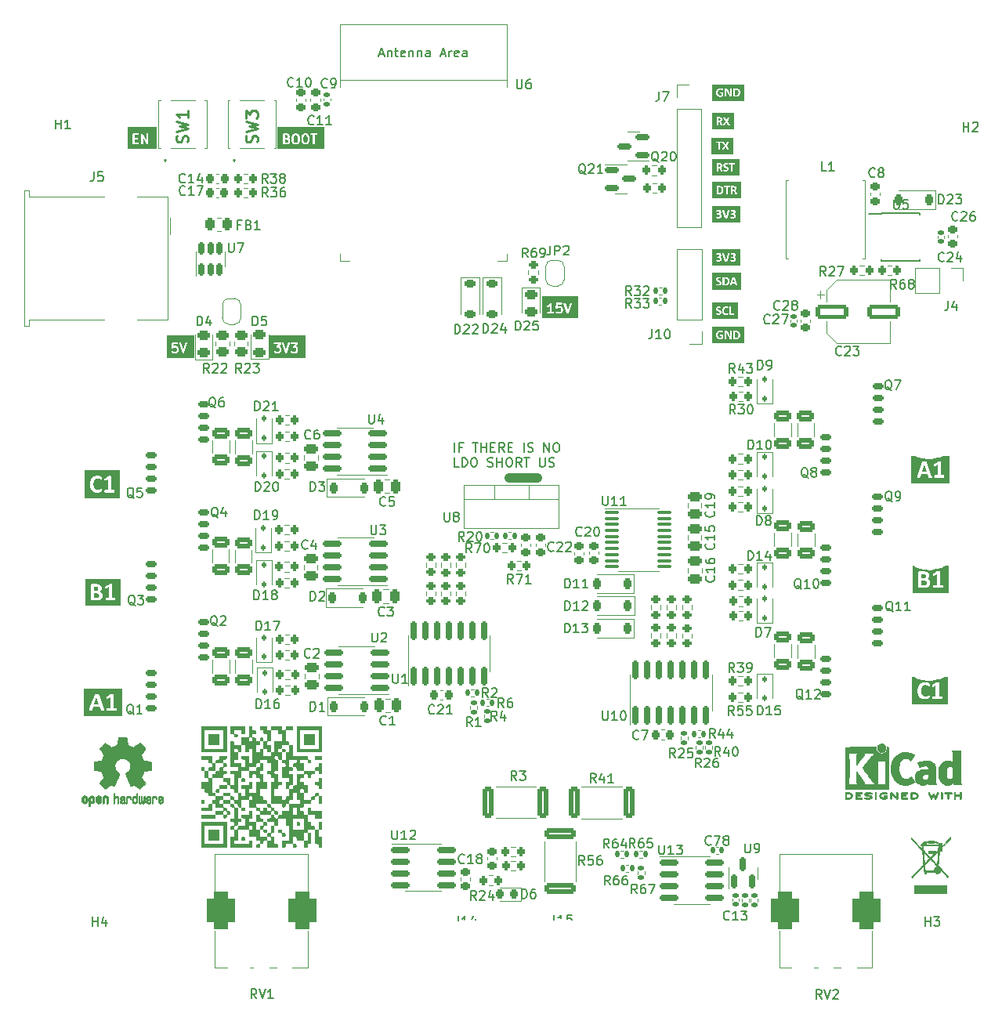
<source format=gbr>
%TF.GenerationSoftware,KiCad,Pcbnew,7.0.1*%
%TF.CreationDate,2023-07-30T21:13:22+03:00*%
%TF.ProjectId,ESP32_dual_ESC,45535033-325f-4647-9561-6c5f4553432e,rev?*%
%TF.SameCoordinates,Original*%
%TF.FileFunction,Legend,Top*%
%TF.FilePolarity,Positive*%
%FSLAX46Y46*%
G04 Gerber Fmt 4.6, Leading zero omitted, Abs format (unit mm)*
G04 Created by KiCad (PCBNEW 7.0.1) date 2023-07-30 21:13:22*
%MOMM*%
%LPD*%
G01*
G04 APERTURE LIST*
G04 Aperture macros list*
%AMRoundRect*
0 Rectangle with rounded corners*
0 $1 Rounding radius*
0 $2 $3 $4 $5 $6 $7 $8 $9 X,Y pos of 4 corners*
0 Add a 4 corners polygon primitive as box body*
4,1,4,$2,$3,$4,$5,$6,$7,$8,$9,$2,$3,0*
0 Add four circle primitives for the rounded corners*
1,1,$1+$1,$2,$3*
1,1,$1+$1,$4,$5*
1,1,$1+$1,$6,$7*
1,1,$1+$1,$8,$9*
0 Add four rect primitives between the rounded corners*
20,1,$1+$1,$2,$3,$4,$5,0*
20,1,$1+$1,$4,$5,$6,$7,0*
20,1,$1+$1,$6,$7,$8,$9,0*
20,1,$1+$1,$8,$9,$2,$3,0*%
%AMFreePoly0*
4,1,19,0.500000,-0.750000,0.000000,-0.750000,0.000000,-0.744911,-0.071157,-0.744911,-0.207708,-0.704816,-0.327430,-0.627875,-0.420627,-0.520320,-0.479746,-0.390866,-0.500000,-0.250000,-0.500000,0.250000,-0.479746,0.390866,-0.420627,0.520320,-0.327430,0.627875,-0.207708,0.704816,-0.071157,0.744911,0.000000,0.744911,0.000000,0.750000,0.500000,0.750000,0.500000,-0.750000,0.500000,-0.750000,
$1*%
%AMFreePoly1*
4,1,19,0.000000,0.744911,0.071157,0.744911,0.207708,0.704816,0.327430,0.627875,0.420627,0.520320,0.479746,0.390866,0.500000,0.250000,0.500000,-0.250000,0.479746,-0.390866,0.420627,-0.520320,0.327430,-0.627875,0.207708,-0.704816,0.071157,-0.744911,0.000000,-0.744911,0.000000,-0.750000,-0.500000,-0.750000,-0.500000,0.750000,0.000000,0.750000,0.000000,0.744911,0.000000,0.744911,
$1*%
G04 Aperture macros list end*
%ADD10C,1.000000*%
%ADD11C,0.200000*%
%ADD12C,0.150000*%
%ADD13C,0.254000*%
%ADD14C,0.120000*%
%ADD15C,0.010000*%
%ADD16C,0.100000*%
%ADD17C,3.500500*%
%ADD18RoundRect,0.250000X0.250000X0.475000X-0.250000X0.475000X-0.250000X-0.475000X0.250000X-0.475000X0*%
%ADD19RoundRect,0.200000X-0.200000X-0.275000X0.200000X-0.275000X0.200000X0.275000X-0.200000X0.275000X0*%
%ADD20RoundRect,0.140000X-0.170000X0.140000X-0.170000X-0.140000X0.170000X-0.140000X0.170000X0.140000X0*%
%ADD21RoundRect,0.243750X-0.456250X0.243750X-0.456250X-0.243750X0.456250X-0.243750X0.456250X0.243750X0*%
%ADD22RoundRect,0.250000X0.475000X-0.250000X0.475000X0.250000X-0.475000X0.250000X-0.475000X-0.250000X0*%
%ADD23RoundRect,0.135000X0.185000X-0.135000X0.185000X0.135000X-0.185000X0.135000X-0.185000X-0.135000X0*%
%ADD24R,1.700000X1.700000*%
%ADD25O,1.700000X1.700000*%
%ADD26R,1.905000X2.000000*%
%ADD27O,1.905000X2.000000*%
%ADD28RoundRect,0.200000X0.275000X-0.200000X0.275000X0.200000X-0.275000X0.200000X-0.275000X-0.200000X0*%
%ADD29C,2.900000*%
%ADD30C,5.000000*%
%ADD31RoundRect,0.200000X0.200000X0.275000X-0.200000X0.275000X-0.200000X-0.275000X0.200000X-0.275000X0*%
%ADD32RoundRect,0.100000X-0.637500X-0.100000X0.637500X-0.100000X0.637500X0.100000X-0.637500X0.100000X0*%
%ADD33RoundRect,0.225000X0.250000X-0.225000X0.250000X0.225000X-0.250000X0.225000X-0.250000X-0.225000X0*%
%ADD34RoundRect,0.112500X0.112500X-0.187500X0.112500X0.187500X-0.112500X0.187500X-0.112500X-0.187500X0*%
%ADD35RoundRect,0.225000X0.225000X0.375000X-0.225000X0.375000X-0.225000X-0.375000X0.225000X-0.375000X0*%
%ADD36RoundRect,0.225000X-0.250000X0.225000X-0.250000X-0.225000X0.250000X-0.225000X0.250000X0.225000X0*%
%ADD37RoundRect,0.250000X-0.475000X0.250000X-0.475000X-0.250000X0.475000X-0.250000X0.475000X0.250000X0*%
%ADD38RoundRect,0.150000X0.150000X-0.587500X0.150000X0.587500X-0.150000X0.587500X-0.150000X-0.587500X0*%
%ADD39RoundRect,0.140000X0.170000X-0.140000X0.170000X0.140000X-0.170000X0.140000X-0.170000X-0.140000X0*%
%ADD40C,3.600000*%
%ADD41C,5.600000*%
%ADD42RoundRect,0.218750X0.218750X0.256250X-0.218750X0.256250X-0.218750X-0.256250X0.218750X-0.256250X0*%
%ADD43RoundRect,0.250000X-0.650000X0.325000X-0.650000X-0.325000X0.650000X-0.325000X0.650000X0.325000X0*%
%ADD44R,1.510000X4.710000*%
%ADD45R,3.100000X4.210000*%
%ADD46RoundRect,0.175000X-0.400000X0.175000X-0.400000X-0.175000X0.400000X-0.175000X0.400000X0.175000X0*%
%ADD47FreePoly0,270.000000*%
%ADD48FreePoly1,270.000000*%
%ADD49RoundRect,0.250000X-0.362500X-1.425000X0.362500X-1.425000X0.362500X1.425000X-0.362500X1.425000X0*%
%ADD50RoundRect,0.175000X0.400000X-0.175000X0.400000X0.175000X-0.400000X0.175000X-0.400000X-0.175000X0*%
%ADD51RoundRect,0.225000X-0.225000X-0.250000X0.225000X-0.250000X0.225000X0.250000X-0.225000X0.250000X0*%
%ADD52RoundRect,0.112500X-0.112500X0.187500X-0.112500X-0.187500X0.112500X-0.187500X0.112500X0.187500X0*%
%ADD53RoundRect,0.250000X0.450000X-0.262500X0.450000X0.262500X-0.450000X0.262500X-0.450000X-0.262500X0*%
%ADD54RoundRect,0.225000X-0.225000X-0.375000X0.225000X-0.375000X0.225000X0.375000X-0.225000X0.375000X0*%
%ADD55RoundRect,0.135000X0.135000X0.185000X-0.135000X0.185000X-0.135000X-0.185000X0.135000X-0.185000X0*%
%ADD56R,1.800000X1.800000*%
%ADD57C,1.800000*%
%ADD58RoundRect,0.750000X0.750000X-1.250000X0.750000X1.250000X-0.750000X1.250000X-0.750000X-1.250000X0*%
%ADD59RoundRect,0.250000X-1.500000X-0.550000X1.500000X-0.550000X1.500000X0.550000X-1.500000X0.550000X0*%
%ADD60RoundRect,0.250000X0.362500X1.425000X-0.362500X1.425000X-0.362500X-1.425000X0.362500X-1.425000X0*%
%ADD61O,3.500000X3.500000*%
%ADD62R,1.500000X1.600000*%
%ADD63C,1.600000*%
%ADD64C,3.000000*%
%ADD65R,1.550000X0.600000*%
%ADD66R,2.600000X3.100000*%
%ADD67RoundRect,0.135000X-0.185000X0.135000X-0.185000X-0.135000X0.185000X-0.135000X0.185000X0.135000X0*%
%ADD68R,0.700000X1.000000*%
%ADD69RoundRect,0.135000X-0.135000X-0.185000X0.135000X-0.185000X0.135000X0.185000X-0.135000X0.185000X0*%
%ADD70RoundRect,0.140000X0.140000X0.170000X-0.140000X0.170000X-0.140000X-0.170000X0.140000X-0.170000X0*%
%ADD71RoundRect,0.150000X0.825000X0.150000X-0.825000X0.150000X-0.825000X-0.150000X0.825000X-0.150000X0*%
%ADD72RoundRect,0.243750X0.456250X-0.243750X0.456250X0.243750X-0.456250X0.243750X-0.456250X-0.243750X0*%
%ADD73RoundRect,0.250000X0.650000X-0.325000X0.650000X0.325000X-0.650000X0.325000X-0.650000X-0.325000X0*%
%ADD74RoundRect,0.200000X-0.275000X0.200000X-0.275000X-0.200000X0.275000X-0.200000X0.275000X0.200000X0*%
%ADD75RoundRect,0.150000X-0.825000X-0.150000X0.825000X-0.150000X0.825000X0.150000X-0.825000X0.150000X0*%
%ADD76RoundRect,0.225000X0.225000X0.250000X-0.225000X0.250000X-0.225000X-0.250000X0.225000X-0.250000X0*%
%ADD77C,1.000000*%
%ADD78RoundRect,0.150000X0.150000X-0.512500X0.150000X0.512500X-0.150000X0.512500X-0.150000X-0.512500X0*%
%ADD79RoundRect,0.250000X0.262500X0.450000X-0.262500X0.450000X-0.262500X-0.450000X0.262500X-0.450000X0*%
%ADD80RoundRect,0.150000X0.150000X-0.825000X0.150000X0.825000X-0.150000X0.825000X-0.150000X-0.825000X0*%
%ADD81RoundRect,0.150000X-0.587500X-0.150000X0.587500X-0.150000X0.587500X0.150000X-0.587500X0.150000X0*%
%ADD82RoundRect,0.225000X-0.375000X0.225000X-0.375000X-0.225000X0.375000X-0.225000X0.375000X0.225000X0*%
%ADD83RoundRect,0.150000X0.587500X0.150000X-0.587500X0.150000X-0.587500X-0.150000X0.587500X-0.150000X0*%
%ADD84R,7.500000X2.200000*%
%ADD85RoundRect,0.250000X-1.425000X0.362500X-1.425000X-0.362500X1.425000X-0.362500X1.425000X0.362500X0*%
%ADD86FreePoly0,90.000000*%
%ADD87FreePoly1,90.000000*%
%ADD88R,1.500000X0.900000*%
%ADD89R,0.900000X1.500000*%
%ADD90R,0.900000X0.900000*%
G04 APERTURE END LIST*
D10*
X99330000Y-93250000D02*
X102330000Y-93250000D01*
D11*
G36*
X54638657Y-105698440D02*
G01*
X54662455Y-105698852D01*
X54685093Y-105699813D01*
X54706571Y-105701325D01*
X54726889Y-105703385D01*
X54750655Y-105706734D01*
X54772608Y-105710942D01*
X54792749Y-105716008D01*
X54800418Y-105718265D01*
X54822394Y-105725747D01*
X54842824Y-105734294D01*
X54861709Y-105743905D01*
X54879049Y-105754581D01*
X54894842Y-105766322D01*
X54904551Y-105774748D01*
X54920072Y-105790670D01*
X54933723Y-105808087D01*
X54945504Y-105827001D01*
X54955415Y-105847411D01*
X54957899Y-105853448D01*
X54964391Y-105872201D01*
X54969440Y-105891916D01*
X54973046Y-105912593D01*
X54975210Y-105934231D01*
X54975931Y-105956831D01*
X54975175Y-105978201D01*
X54972909Y-105998711D01*
X54969130Y-106018363D01*
X54962813Y-106040205D01*
X54954438Y-106060879D01*
X54948919Y-106072007D01*
X54937977Y-106090380D01*
X54925398Y-106107350D01*
X54911182Y-106122917D01*
X54895331Y-106137083D01*
X54883231Y-106146189D01*
X54865129Y-106157736D01*
X54845671Y-106167881D01*
X54824857Y-106176623D01*
X54805938Y-106183000D01*
X54785845Y-106188312D01*
X54764035Y-106192526D01*
X54744548Y-106195197D01*
X54723869Y-106197105D01*
X54701997Y-106198250D01*
X54678932Y-106198632D01*
X54418080Y-106198632D01*
X54418080Y-105698422D01*
X54632526Y-105698422D01*
X54638657Y-105698440D01*
G37*
G36*
X54605992Y-104979387D02*
G01*
X54626195Y-104979753D01*
X54649947Y-104980898D01*
X54672029Y-104982806D01*
X54692441Y-104985478D01*
X54714732Y-104989691D01*
X54734619Y-104995003D01*
X54743898Y-104997963D01*
X54764348Y-105005803D01*
X54783115Y-105014953D01*
X54800198Y-105025411D01*
X54817662Y-105038967D01*
X54819722Y-105040752D01*
X54835033Y-105056101D01*
X54848267Y-105073343D01*
X54859426Y-105092478D01*
X54867487Y-105110774D01*
X54872272Y-105124494D01*
X54877608Y-105144663D01*
X54881355Y-105165954D01*
X54883512Y-105188367D01*
X54884096Y-105208471D01*
X54883859Y-105220607D01*
X54882306Y-105241477D01*
X54879304Y-105261880D01*
X54874853Y-105281816D01*
X54868953Y-105301284D01*
X54864915Y-105312099D01*
X54856637Y-105330181D01*
X54846816Y-105347188D01*
X54835453Y-105363119D01*
X54822547Y-105377976D01*
X54814601Y-105385944D01*
X54799484Y-105398860D01*
X54782825Y-105410468D01*
X54764622Y-105420766D01*
X54744877Y-105429755D01*
X54729600Y-105435103D01*
X54709221Y-105440324D01*
X54686610Y-105444239D01*
X54666061Y-105446505D01*
X54643963Y-105447865D01*
X54620314Y-105448318D01*
X54418080Y-105448318D01*
X54418080Y-104979371D01*
X54600774Y-104979371D01*
X54605992Y-104979387D01*
G37*
G36*
X57321659Y-107065714D02*
G01*
X53478214Y-107065714D01*
X53478214Y-106365694D01*
X54063928Y-106365694D01*
X54064199Y-106376755D01*
X54066363Y-106397100D01*
X54071622Y-106417840D01*
X54081239Y-106437593D01*
X54094703Y-106453133D01*
X54111189Y-106464887D01*
X54129385Y-106473283D01*
X54149291Y-106478320D01*
X54170907Y-106480000D01*
X54643761Y-106480000D01*
X54650427Y-106479987D01*
X54670192Y-106479801D01*
X54695998Y-106479206D01*
X54721178Y-106478213D01*
X54745732Y-106476824D01*
X54769660Y-106475038D01*
X54792963Y-106472855D01*
X54815639Y-106470276D01*
X54837690Y-106467299D01*
X54859381Y-106463788D01*
X54880737Y-106459849D01*
X54901758Y-106455484D01*
X54922442Y-106450690D01*
X54942790Y-106445470D01*
X54962803Y-106439822D01*
X54982480Y-106433746D01*
X55001821Y-106427243D01*
X55006632Y-106425519D01*
X55025618Y-106418337D01*
X55044192Y-106410697D01*
X55062353Y-106402598D01*
X55080103Y-106394042D01*
X55101710Y-106382703D01*
X55122674Y-106370648D01*
X55142993Y-106357878D01*
X55150922Y-106352503D01*
X55170125Y-106338514D01*
X55188445Y-106323738D01*
X55205883Y-106308174D01*
X55222439Y-106291824D01*
X55238112Y-106274686D01*
X55252903Y-106256762D01*
X55264069Y-106241832D01*
X55277147Y-106222398D01*
X55289247Y-106202105D01*
X55300369Y-106180953D01*
X55310513Y-106158942D01*
X55317925Y-106140716D01*
X55324710Y-106121939D01*
X55330892Y-106102614D01*
X55336250Y-106082739D01*
X55340784Y-106062314D01*
X55344494Y-106041339D01*
X55347379Y-106019815D01*
X55349439Y-105997742D01*
X55350676Y-105975119D01*
X55351088Y-105951946D01*
X55350843Y-105935253D01*
X55349756Y-105913488D01*
X55347798Y-105892289D01*
X55344970Y-105871654D01*
X55341272Y-105851584D01*
X55336704Y-105832079D01*
X55331266Y-105813139D01*
X55323244Y-105790258D01*
X55319747Y-105781293D01*
X55310318Y-105759516D01*
X55299912Y-105738646D01*
X55288527Y-105718682D01*
X55276165Y-105699625D01*
X55262824Y-105681473D01*
X55248506Y-105664228D01*
X55242518Y-105657590D01*
X55226981Y-105641678D01*
X55210633Y-105626745D01*
X55193474Y-105612789D01*
X55175504Y-105599811D01*
X55156723Y-105587811D01*
X55137131Y-105576789D01*
X55129146Y-105572595D01*
X55108764Y-105562811D01*
X55087787Y-105554029D01*
X55066213Y-105546249D01*
X55044042Y-105539470D01*
X55021276Y-105533693D01*
X54997913Y-105528918D01*
X55005250Y-105526056D01*
X55026642Y-105516828D01*
X55047107Y-105506638D01*
X55066644Y-105495487D01*
X55085255Y-105483374D01*
X55102937Y-105470300D01*
X55108622Y-105465737D01*
X55125011Y-105451523D01*
X55140404Y-105436520D01*
X55154801Y-105420726D01*
X55168202Y-105404142D01*
X55180607Y-105386769D01*
X55184515Y-105380746D01*
X55195505Y-105362222D01*
X55205397Y-105343011D01*
X55214190Y-105323113D01*
X55221884Y-105302528D01*
X55228478Y-105281256D01*
X55233263Y-105262911D01*
X55237934Y-105240426D01*
X55241437Y-105217425D01*
X55243465Y-105197864D01*
X55244681Y-105177945D01*
X55245087Y-105157669D01*
X55245046Y-105150341D01*
X55244438Y-105128726D01*
X55243100Y-105107660D01*
X55241297Y-105089769D01*
X55642226Y-105089769D01*
X55642321Y-105105096D01*
X55642871Y-105127338D01*
X55644073Y-105149002D01*
X55646133Y-105168904D01*
X55646712Y-105172321D01*
X55651865Y-105191465D01*
X55662254Y-105208471D01*
X55673069Y-105215498D01*
X55693517Y-105216775D01*
X55707179Y-105213493D01*
X55726596Y-105206533D01*
X55745296Y-105198213D01*
X56031060Y-105041898D01*
X56031060Y-106198632D01*
X55700355Y-106198632D01*
X55696458Y-106198823D01*
X55677885Y-106206448D01*
X55671130Y-106213248D01*
X55660788Y-106230383D01*
X55659017Y-106234703D01*
X55653465Y-106253895D01*
X55650041Y-106274347D01*
X55649627Y-106277757D01*
X55647827Y-106298353D01*
X55646892Y-106319781D01*
X55646622Y-106341270D01*
X55646637Y-106346107D01*
X55647084Y-106366693D01*
X55648305Y-106387301D01*
X55650530Y-106407215D01*
X55651380Y-106412158D01*
X55655659Y-106431395D01*
X55662254Y-106450202D01*
X55666253Y-106457682D01*
X55679351Y-106473161D01*
X55681195Y-106474383D01*
X55700355Y-106480000D01*
X56681235Y-106480000D01*
X56684242Y-106479893D01*
X56702728Y-106473161D01*
X56709156Y-106467362D01*
X56719825Y-106450202D01*
X56721718Y-106446004D01*
X56727729Y-106427271D01*
X56731549Y-106407215D01*
X56732081Y-106403809D01*
X56734395Y-106383370D01*
X56735597Y-106362285D01*
X56735945Y-106341270D01*
X56735932Y-106336314D01*
X56735541Y-106315290D01*
X56734472Y-106294376D01*
X56732526Y-106274347D01*
X56731846Y-106269312D01*
X56728007Y-106249678D01*
X56721290Y-106230383D01*
X56716937Y-106221775D01*
X56703705Y-106206448D01*
X56699772Y-106203791D01*
X56680746Y-106198632D01*
X56391074Y-106198632D01*
X56391074Y-104740502D01*
X56391051Y-104738933D01*
X56385212Y-104719986D01*
X56381301Y-104715585D01*
X56363230Y-104706796D01*
X56355407Y-104704800D01*
X56335131Y-104701647D01*
X56314870Y-104699958D01*
X56312836Y-104699837D01*
X56292765Y-104698927D01*
X56272263Y-104698378D01*
X56252271Y-104698097D01*
X56230362Y-104698004D01*
X56222531Y-104698012D01*
X56202992Y-104698119D01*
X56181315Y-104698424D01*
X56160997Y-104698981D01*
X56157679Y-104699047D01*
X56138064Y-104699761D01*
X56117522Y-104701423D01*
X56110560Y-104702348D01*
X56090655Y-104706796D01*
X56073558Y-104715589D01*
X55691563Y-104956901D01*
X55680952Y-104964116D01*
X55665184Y-104976929D01*
X55659765Y-104983302D01*
X55650530Y-105001353D01*
X55646133Y-105017595D01*
X55643691Y-105037013D01*
X55643050Y-105048004D01*
X55642399Y-105068989D01*
X55642226Y-105089769D01*
X55241297Y-105089769D01*
X55241032Y-105087144D01*
X55238234Y-105067177D01*
X55234706Y-105047759D01*
X55228867Y-105022725D01*
X55221731Y-104998667D01*
X55213297Y-104975586D01*
X55203565Y-104953482D01*
X55192735Y-104932332D01*
X55180759Y-104912113D01*
X55167639Y-104892826D01*
X55153374Y-104874469D01*
X55137963Y-104857044D01*
X55121408Y-104840550D01*
X55103708Y-104824987D01*
X55084863Y-104810355D01*
X55080004Y-104806842D01*
X55059862Y-104793351D01*
X55038590Y-104780761D01*
X55016188Y-104769072D01*
X54992657Y-104758283D01*
X54974267Y-104750783D01*
X54955242Y-104743789D01*
X54935581Y-104737302D01*
X54915285Y-104731321D01*
X54894354Y-104725847D01*
X54887222Y-104724134D01*
X54865236Y-104719322D01*
X54842365Y-104714998D01*
X54818610Y-104711164D01*
X54793971Y-104707820D01*
X54768447Y-104704965D01*
X54742039Y-104702599D01*
X54714746Y-104700723D01*
X54686569Y-104699336D01*
X54657507Y-104698439D01*
X54637641Y-104698112D01*
X54617383Y-104698004D01*
X54170907Y-104698004D01*
X54149291Y-104699683D01*
X54129385Y-104704720D01*
X54111189Y-104713116D01*
X54094703Y-104724870D01*
X54087490Y-104732114D01*
X54075950Y-104749760D01*
X54069007Y-104768657D01*
X54065010Y-104790780D01*
X54063928Y-104812309D01*
X54063928Y-104979371D01*
X54063928Y-105698422D01*
X54063928Y-106365694D01*
X53478214Y-106365694D01*
X53478214Y-104112290D01*
X57321659Y-104112290D01*
X57321659Y-107065714D01*
G37*
G36*
X146683732Y-117736977D02*
G01*
X142842729Y-117736977D01*
X142842729Y-116252449D01*
X143428443Y-116252449D01*
X143428657Y-116280199D01*
X143429298Y-116307518D01*
X143430367Y-116334406D01*
X143431863Y-116360862D01*
X143433786Y-116386887D01*
X143436137Y-116412481D01*
X143438915Y-116437644D01*
X143442121Y-116462376D01*
X143445754Y-116486676D01*
X143449815Y-116510545D01*
X143454303Y-116533983D01*
X143459218Y-116556989D01*
X143464561Y-116579564D01*
X143470331Y-116601709D01*
X143476529Y-116623421D01*
X143483154Y-116644703D01*
X143486650Y-116655181D01*
X143493924Y-116675808D01*
X143501572Y-116695996D01*
X143509594Y-116715746D01*
X143517990Y-116735056D01*
X143526760Y-116753928D01*
X143535903Y-116772360D01*
X143545421Y-116790354D01*
X143555313Y-116807909D01*
X143565579Y-116825025D01*
X143576219Y-116841702D01*
X143587233Y-116857941D01*
X143604455Y-116881475D01*
X143622518Y-116904023D01*
X143641423Y-116925582D01*
X143661135Y-116946159D01*
X143681620Y-116965756D01*
X143702878Y-116984375D01*
X143724908Y-117002015D01*
X143747712Y-117018676D01*
X143771288Y-117034358D01*
X143795637Y-117049061D01*
X143820758Y-117062786D01*
X143846653Y-117075531D01*
X143873320Y-117087298D01*
X143891528Y-117094598D01*
X143910046Y-117101460D01*
X143928843Y-117107879D01*
X143947919Y-117113855D01*
X143967274Y-117119389D01*
X143986907Y-117124480D01*
X144006818Y-117129128D01*
X144027008Y-117133334D01*
X144047477Y-117137096D01*
X144068224Y-117140417D01*
X144089250Y-117143294D01*
X144110554Y-117145729D01*
X144132137Y-117147721D01*
X144153999Y-117149270D01*
X144176139Y-117150377D01*
X144198558Y-117151041D01*
X144221256Y-117151263D01*
X144244375Y-117150980D01*
X144267082Y-117150133D01*
X144289376Y-117148721D01*
X144311259Y-117146744D01*
X144332730Y-117144202D01*
X144353788Y-117141096D01*
X144374434Y-117137425D01*
X144394668Y-117133189D01*
X144409622Y-117129722D01*
X144429066Y-117124861D01*
X144452576Y-117118397D01*
X144475205Y-117111503D01*
X144496950Y-117104181D01*
X144517814Y-117096429D01*
X144537794Y-117088248D01*
X144549351Y-117083097D01*
X144567867Y-117074418D01*
X144588858Y-117063845D01*
X144608510Y-117053100D01*
X144626823Y-117042183D01*
X144643796Y-117031095D01*
X144656690Y-117022058D01*
X144672418Y-117010327D01*
X144688655Y-116996824D01*
X144702414Y-116982735D01*
X144713347Y-116968465D01*
X144724396Y-116951960D01*
X144729113Y-116942481D01*
X144735143Y-116923628D01*
X144739124Y-116904189D01*
X144741493Y-116884061D01*
X144742437Y-116870374D01*
X144743216Y-116849720D01*
X144743447Y-116828374D01*
X144743375Y-116814031D01*
X144742963Y-116793019D01*
X144742061Y-116772226D01*
X144740516Y-116752658D01*
X144740197Y-116749166D01*
X144737475Y-116728888D01*
X144732212Y-116708695D01*
X144730461Y-116704060D01*
X144718534Y-116687690D01*
X144715808Y-116686142D01*
X144696552Y-116682316D01*
X144681302Y-116685682D01*
X144663702Y-116694682D01*
X144646727Y-116706252D01*
X144634001Y-116715434D01*
X144617549Y-116726667D01*
X144599366Y-116738462D01*
X144582405Y-116749018D01*
X144564173Y-116759986D01*
X144561008Y-116761813D01*
X144541202Y-116772598D01*
X144523621Y-116781349D01*
X144505062Y-116789886D01*
X144485524Y-116798208D01*
X144465009Y-116806315D01*
X144443517Y-116814207D01*
X144430187Y-116818572D01*
X144406941Y-116824893D01*
X144387417Y-116829091D01*
X144367069Y-116832526D01*
X144345896Y-116835197D01*
X144323899Y-116837105D01*
X144301077Y-116838250D01*
X144277431Y-116838632D01*
X144251381Y-116838067D01*
X144225988Y-116836372D01*
X144201251Y-116833548D01*
X144177170Y-116829595D01*
X144153745Y-116824511D01*
X144130977Y-116818299D01*
X144108866Y-116810956D01*
X144087411Y-116802484D01*
X144066665Y-116792859D01*
X144046683Y-116782059D01*
X144027464Y-116770083D01*
X144009009Y-116756933D01*
X143991316Y-116742606D01*
X143974387Y-116727104D01*
X143958221Y-116710427D01*
X143942819Y-116692575D01*
X143935476Y-116683139D01*
X143921432Y-116663340D01*
X143908243Y-116642304D01*
X143895909Y-116620032D01*
X143887219Y-116602517D01*
X143879010Y-116584306D01*
X143871282Y-116565400D01*
X143864035Y-116545798D01*
X143857269Y-116525500D01*
X143850983Y-116504508D01*
X143847079Y-116490057D01*
X143841696Y-116467773D01*
X143836878Y-116444760D01*
X143832628Y-116421016D01*
X143828944Y-116396543D01*
X143825827Y-116371339D01*
X143823277Y-116345406D01*
X143821294Y-116318743D01*
X143819877Y-116291350D01*
X143819027Y-116263228D01*
X143818743Y-116234375D01*
X143818862Y-116216719D01*
X143819483Y-116190657D01*
X143820636Y-116165102D01*
X143822322Y-116140053D01*
X143824540Y-116115511D01*
X143827291Y-116091475D01*
X143830574Y-116067946D01*
X143834389Y-116044924D01*
X143838737Y-116022408D01*
X143843617Y-116000399D01*
X143849030Y-115978897D01*
X143852924Y-115964861D01*
X143859174Y-115944293D01*
X143865913Y-115924309D01*
X143873141Y-115904909D01*
X143880859Y-115886092D01*
X143889067Y-115867860D01*
X143897764Y-115850211D01*
X143910121Y-115827588D01*
X143923348Y-115806004D01*
X143937445Y-115785457D01*
X143952482Y-115766009D01*
X143968281Y-115747721D01*
X143984844Y-115730594D01*
X144002170Y-115714626D01*
X144020259Y-115699819D01*
X144039112Y-115686172D01*
X144058727Y-115673685D01*
X144079106Y-115662358D01*
X144084319Y-115659713D01*
X144105618Y-115649974D01*
X144127634Y-115641578D01*
X144150367Y-115634526D01*
X144173819Y-115628817D01*
X144197987Y-115624451D01*
X144222873Y-115621428D01*
X144248477Y-115619749D01*
X144268150Y-115619371D01*
X144280074Y-115619467D01*
X144303293Y-115620230D01*
X144325671Y-115621757D01*
X144347210Y-115624046D01*
X144367910Y-115627099D01*
X144387770Y-115630916D01*
X144411414Y-115636759D01*
X144433747Y-115643796D01*
X144454946Y-115651419D01*
X144475192Y-115659328D01*
X144494483Y-115667524D01*
X144512821Y-115676005D01*
X144533566Y-115686561D01*
X144552937Y-115697529D01*
X144565226Y-115704895D01*
X144582571Y-115715628D01*
X144601157Y-115727673D01*
X144617967Y-115739203D01*
X144635003Y-115751751D01*
X144648357Y-115761078D01*
X144667169Y-115771105D01*
X144687271Y-115775687D01*
X144691028Y-115775484D01*
X144709253Y-115767383D01*
X144716707Y-115758707D01*
X144725861Y-115740516D01*
X144728271Y-115733177D01*
X144729022Y-115729769D01*
X145004298Y-115729769D01*
X145004394Y-115745096D01*
X145004943Y-115767338D01*
X145006145Y-115789002D01*
X145008206Y-115808904D01*
X145008784Y-115812321D01*
X145013938Y-115831465D01*
X145024326Y-115848471D01*
X145035141Y-115855498D01*
X145055589Y-115856775D01*
X145069252Y-115853493D01*
X145088669Y-115846533D01*
X145107369Y-115838213D01*
X145393133Y-115681898D01*
X145393133Y-116838632D01*
X145062428Y-116838632D01*
X145058531Y-116838823D01*
X145039958Y-116846448D01*
X145033203Y-116853248D01*
X145022861Y-116870383D01*
X145021090Y-116874703D01*
X145015537Y-116893895D01*
X145012114Y-116914347D01*
X145011700Y-116917757D01*
X145009900Y-116938353D01*
X145008965Y-116959781D01*
X145008695Y-116981270D01*
X145008710Y-116986107D01*
X145009156Y-117006693D01*
X145010378Y-117027301D01*
X145012602Y-117047215D01*
X145013453Y-117052158D01*
X145017732Y-117071395D01*
X145024326Y-117090202D01*
X145028326Y-117097682D01*
X145041423Y-117113161D01*
X145043268Y-117114383D01*
X145062428Y-117120000D01*
X146043307Y-117120000D01*
X146046314Y-117119893D01*
X146064801Y-117113161D01*
X146071229Y-117107362D01*
X146081898Y-117090202D01*
X146083790Y-117086004D01*
X146089801Y-117067271D01*
X146093621Y-117047215D01*
X146094154Y-117043809D01*
X146096468Y-117023370D01*
X146097670Y-117002285D01*
X146098018Y-116981270D01*
X146098004Y-116976314D01*
X146097614Y-116955290D01*
X146096545Y-116934376D01*
X146094598Y-116914347D01*
X146093918Y-116909312D01*
X146090080Y-116889678D01*
X146083363Y-116870383D01*
X146079010Y-116861775D01*
X146065778Y-116846448D01*
X146061845Y-116843791D01*
X146042819Y-116838632D01*
X145753147Y-116838632D01*
X145753147Y-115380502D01*
X145753124Y-115378933D01*
X145747285Y-115359986D01*
X145743374Y-115355585D01*
X145725303Y-115346796D01*
X145717479Y-115344800D01*
X145697203Y-115341647D01*
X145676943Y-115339958D01*
X145674908Y-115339837D01*
X145654837Y-115338927D01*
X145634336Y-115338378D01*
X145614344Y-115338097D01*
X145592435Y-115338004D01*
X145584604Y-115338012D01*
X145565064Y-115338119D01*
X145543388Y-115338424D01*
X145523070Y-115338981D01*
X145519752Y-115339047D01*
X145500136Y-115339761D01*
X145479595Y-115341423D01*
X145472632Y-115342348D01*
X145452728Y-115346796D01*
X145435631Y-115355589D01*
X145053635Y-115596901D01*
X145043025Y-115604116D01*
X145027257Y-115616929D01*
X145021838Y-115623302D01*
X145012602Y-115641353D01*
X145008206Y-115657595D01*
X145005764Y-115677013D01*
X145005122Y-115688004D01*
X145004471Y-115708989D01*
X145004298Y-115729769D01*
X144729022Y-115729769D01*
X144732692Y-115713115D01*
X144735143Y-115692644D01*
X144735987Y-115683034D01*
X144737246Y-115662026D01*
X144737890Y-115641079D01*
X144738073Y-115620837D01*
X144738066Y-115615943D01*
X144737843Y-115595193D01*
X144737232Y-115574585D01*
X144736120Y-115554891D01*
X144735593Y-115548289D01*
X144733354Y-115528413D01*
X144729769Y-115508485D01*
X144726426Y-115494495D01*
X144719023Y-115475757D01*
X144707619Y-115459614D01*
X144693621Y-115444494D01*
X144682569Y-115434510D01*
X144665903Y-115422184D01*
X144647325Y-115410254D01*
X144628164Y-115399064D01*
X144622257Y-115395733D01*
X144603984Y-115386058D01*
X144584887Y-115376865D01*
X144564966Y-115368152D01*
X144544221Y-115359921D01*
X144522651Y-115352170D01*
X144515343Y-115349638D01*
X144496705Y-115343591D01*
X144477543Y-115337950D01*
X144457855Y-115332715D01*
X144437643Y-115327885D01*
X144416907Y-115323460D01*
X144395645Y-115319441D01*
X144387074Y-115317903D01*
X144365445Y-115314492D01*
X144343530Y-115311702D01*
X144321328Y-115309531D01*
X144298841Y-115307981D01*
X144276067Y-115307051D01*
X144253007Y-115306741D01*
X144230291Y-115306983D01*
X144207815Y-115307710D01*
X144185579Y-115308922D01*
X144163584Y-115310618D01*
X144141829Y-115312799D01*
X144120315Y-115315465D01*
X144099041Y-115318615D01*
X144078007Y-115322250D01*
X144057214Y-115326370D01*
X144036661Y-115330974D01*
X144016349Y-115336063D01*
X143996277Y-115341637D01*
X143976446Y-115347695D01*
X143956855Y-115354238D01*
X143937505Y-115361266D01*
X143918394Y-115368778D01*
X143899574Y-115376760D01*
X143881094Y-115385196D01*
X143862953Y-115394086D01*
X143845152Y-115403430D01*
X143827691Y-115413229D01*
X143810569Y-115423481D01*
X143793787Y-115434188D01*
X143777344Y-115445348D01*
X143761241Y-115456963D01*
X143745478Y-115469032D01*
X143730055Y-115481556D01*
X143714971Y-115494533D01*
X143700226Y-115507964D01*
X143685822Y-115521850D01*
X143671757Y-115536190D01*
X143658032Y-115550983D01*
X143644663Y-115566226D01*
X143631669Y-115581911D01*
X143619048Y-115598038D01*
X143606802Y-115614609D01*
X143594929Y-115631622D01*
X143583431Y-115649077D01*
X143572306Y-115666976D01*
X143561556Y-115685317D01*
X143551179Y-115704101D01*
X143541177Y-115723327D01*
X143531548Y-115742996D01*
X143522294Y-115763108D01*
X143513413Y-115783663D01*
X143504907Y-115804660D01*
X143496774Y-115826100D01*
X143489016Y-115847983D01*
X143481681Y-115870285D01*
X143474819Y-115892984D01*
X143468430Y-115916081D01*
X143462515Y-115939574D01*
X143457073Y-115963464D01*
X143452104Y-115987751D01*
X143447609Y-116012435D01*
X143443586Y-116037515D01*
X143440037Y-116062993D01*
X143436961Y-116088867D01*
X143434359Y-116115139D01*
X143432229Y-116141807D01*
X143430573Y-116168872D01*
X143429390Y-116196334D01*
X143428680Y-116224193D01*
X143428443Y-116252449D01*
X142842729Y-116252449D01*
X142842729Y-114721027D01*
X146683732Y-114721027D01*
X146683732Y-117736977D01*
G37*
G36*
X57233732Y-95416977D02*
G01*
X53392729Y-95416977D01*
X53392729Y-93932449D01*
X53978443Y-93932449D01*
X53978657Y-93960199D01*
X53979298Y-93987518D01*
X53980367Y-94014406D01*
X53981863Y-94040862D01*
X53983786Y-94066887D01*
X53986137Y-94092481D01*
X53988915Y-94117644D01*
X53992121Y-94142376D01*
X53995754Y-94166676D01*
X53999815Y-94190545D01*
X54004303Y-94213983D01*
X54009218Y-94236989D01*
X54014561Y-94259564D01*
X54020331Y-94281709D01*
X54026529Y-94303421D01*
X54033154Y-94324703D01*
X54036650Y-94335181D01*
X54043924Y-94355808D01*
X54051572Y-94375996D01*
X54059594Y-94395746D01*
X54067990Y-94415056D01*
X54076760Y-94433928D01*
X54085903Y-94452360D01*
X54095421Y-94470354D01*
X54105313Y-94487909D01*
X54115579Y-94505025D01*
X54126219Y-94521702D01*
X54137233Y-94537941D01*
X54154455Y-94561475D01*
X54172518Y-94584023D01*
X54191423Y-94605582D01*
X54211135Y-94626159D01*
X54231620Y-94645756D01*
X54252878Y-94664375D01*
X54274908Y-94682015D01*
X54297712Y-94698676D01*
X54321288Y-94714358D01*
X54345637Y-94729061D01*
X54370758Y-94742786D01*
X54396653Y-94755531D01*
X54423320Y-94767298D01*
X54441528Y-94774598D01*
X54460046Y-94781460D01*
X54478843Y-94787879D01*
X54497919Y-94793855D01*
X54517274Y-94799389D01*
X54536907Y-94804480D01*
X54556818Y-94809128D01*
X54577008Y-94813334D01*
X54597477Y-94817096D01*
X54618224Y-94820417D01*
X54639250Y-94823294D01*
X54660554Y-94825729D01*
X54682137Y-94827721D01*
X54703999Y-94829270D01*
X54726139Y-94830377D01*
X54748558Y-94831041D01*
X54771256Y-94831263D01*
X54794375Y-94830980D01*
X54817082Y-94830133D01*
X54839376Y-94828721D01*
X54861259Y-94826744D01*
X54882730Y-94824202D01*
X54903788Y-94821096D01*
X54924434Y-94817425D01*
X54944668Y-94813189D01*
X54959622Y-94809722D01*
X54979066Y-94804861D01*
X55002576Y-94798397D01*
X55025205Y-94791503D01*
X55046950Y-94784181D01*
X55067814Y-94776429D01*
X55087794Y-94768248D01*
X55099351Y-94763097D01*
X55117867Y-94754418D01*
X55138858Y-94743845D01*
X55158510Y-94733100D01*
X55176823Y-94722183D01*
X55193796Y-94711095D01*
X55206690Y-94702058D01*
X55222418Y-94690327D01*
X55238655Y-94676824D01*
X55252414Y-94662735D01*
X55263347Y-94648465D01*
X55274396Y-94631960D01*
X55279113Y-94622481D01*
X55285143Y-94603628D01*
X55289124Y-94584189D01*
X55291493Y-94564061D01*
X55292437Y-94550374D01*
X55293216Y-94529720D01*
X55293447Y-94508374D01*
X55293375Y-94494031D01*
X55292963Y-94473019D01*
X55292061Y-94452226D01*
X55290516Y-94432658D01*
X55290197Y-94429166D01*
X55287475Y-94408888D01*
X55282212Y-94388695D01*
X55280461Y-94384060D01*
X55268534Y-94367690D01*
X55265808Y-94366142D01*
X55246552Y-94362316D01*
X55231302Y-94365682D01*
X55213702Y-94374682D01*
X55196727Y-94386252D01*
X55184001Y-94395434D01*
X55167549Y-94406667D01*
X55149366Y-94418462D01*
X55132405Y-94429018D01*
X55114173Y-94439986D01*
X55111008Y-94441813D01*
X55091202Y-94452598D01*
X55073621Y-94461349D01*
X55055062Y-94469886D01*
X55035524Y-94478208D01*
X55015009Y-94486315D01*
X54993517Y-94494207D01*
X54980187Y-94498572D01*
X54956941Y-94504893D01*
X54937417Y-94509091D01*
X54917069Y-94512526D01*
X54895896Y-94515197D01*
X54873899Y-94517105D01*
X54851077Y-94518250D01*
X54827431Y-94518632D01*
X54801381Y-94518067D01*
X54775988Y-94516372D01*
X54751251Y-94513548D01*
X54727170Y-94509595D01*
X54703745Y-94504511D01*
X54680977Y-94498299D01*
X54658866Y-94490956D01*
X54637411Y-94482484D01*
X54616665Y-94472859D01*
X54596683Y-94462059D01*
X54577464Y-94450083D01*
X54559009Y-94436933D01*
X54541316Y-94422606D01*
X54524387Y-94407104D01*
X54508221Y-94390427D01*
X54492819Y-94372575D01*
X54485476Y-94363139D01*
X54471432Y-94343340D01*
X54458243Y-94322304D01*
X54445909Y-94300032D01*
X54437219Y-94282517D01*
X54429010Y-94264306D01*
X54421282Y-94245400D01*
X54414035Y-94225798D01*
X54407269Y-94205500D01*
X54400983Y-94184508D01*
X54397079Y-94170057D01*
X54391696Y-94147773D01*
X54386878Y-94124760D01*
X54382628Y-94101016D01*
X54378944Y-94076543D01*
X54375827Y-94051339D01*
X54373277Y-94025406D01*
X54371294Y-93998743D01*
X54369877Y-93971350D01*
X54369027Y-93943228D01*
X54368743Y-93914375D01*
X54368862Y-93896719D01*
X54369483Y-93870657D01*
X54370636Y-93845102D01*
X54372322Y-93820053D01*
X54374540Y-93795511D01*
X54377291Y-93771475D01*
X54380574Y-93747946D01*
X54384389Y-93724924D01*
X54388737Y-93702408D01*
X54393617Y-93680399D01*
X54399030Y-93658897D01*
X54402924Y-93644861D01*
X54409174Y-93624293D01*
X54415913Y-93604309D01*
X54423141Y-93584909D01*
X54430859Y-93566092D01*
X54439067Y-93547860D01*
X54447764Y-93530211D01*
X54460121Y-93507588D01*
X54473348Y-93486004D01*
X54487445Y-93465457D01*
X54502482Y-93446009D01*
X54518281Y-93427721D01*
X54534844Y-93410594D01*
X54552170Y-93394626D01*
X54570259Y-93379819D01*
X54589112Y-93366172D01*
X54608727Y-93353685D01*
X54629106Y-93342358D01*
X54634319Y-93339713D01*
X54655618Y-93329974D01*
X54677634Y-93321578D01*
X54700367Y-93314526D01*
X54723819Y-93308817D01*
X54747987Y-93304451D01*
X54772873Y-93301428D01*
X54798477Y-93299749D01*
X54818150Y-93299371D01*
X54830074Y-93299467D01*
X54853293Y-93300230D01*
X54875671Y-93301757D01*
X54897210Y-93304046D01*
X54917910Y-93307099D01*
X54937770Y-93310916D01*
X54961414Y-93316759D01*
X54983747Y-93323796D01*
X55004946Y-93331419D01*
X55025192Y-93339328D01*
X55044483Y-93347524D01*
X55062821Y-93356005D01*
X55083566Y-93366561D01*
X55102937Y-93377529D01*
X55115226Y-93384895D01*
X55132571Y-93395628D01*
X55151157Y-93407673D01*
X55167967Y-93419203D01*
X55185003Y-93431751D01*
X55198357Y-93441078D01*
X55217169Y-93451105D01*
X55237271Y-93455687D01*
X55241028Y-93455484D01*
X55259253Y-93447383D01*
X55266707Y-93438707D01*
X55275861Y-93420516D01*
X55278271Y-93413177D01*
X55279022Y-93409769D01*
X55554298Y-93409769D01*
X55554394Y-93425096D01*
X55554943Y-93447338D01*
X55556145Y-93469002D01*
X55558206Y-93488904D01*
X55558784Y-93492321D01*
X55563938Y-93511465D01*
X55574326Y-93528471D01*
X55585141Y-93535498D01*
X55605589Y-93536775D01*
X55619252Y-93533493D01*
X55638669Y-93526533D01*
X55657369Y-93518213D01*
X55943133Y-93361898D01*
X55943133Y-94518632D01*
X55612428Y-94518632D01*
X55608531Y-94518823D01*
X55589958Y-94526448D01*
X55583203Y-94533248D01*
X55572861Y-94550383D01*
X55571090Y-94554703D01*
X55565537Y-94573895D01*
X55562114Y-94594347D01*
X55561700Y-94597757D01*
X55559900Y-94618353D01*
X55558965Y-94639781D01*
X55558695Y-94661270D01*
X55558710Y-94666107D01*
X55559156Y-94686693D01*
X55560378Y-94707301D01*
X55562602Y-94727215D01*
X55563453Y-94732158D01*
X55567732Y-94751395D01*
X55574326Y-94770202D01*
X55578326Y-94777682D01*
X55591423Y-94793161D01*
X55593268Y-94794383D01*
X55612428Y-94800000D01*
X56593307Y-94800000D01*
X56596314Y-94799893D01*
X56614801Y-94793161D01*
X56621229Y-94787362D01*
X56631898Y-94770202D01*
X56633790Y-94766004D01*
X56639801Y-94747271D01*
X56643621Y-94727215D01*
X56644154Y-94723809D01*
X56646468Y-94703370D01*
X56647670Y-94682285D01*
X56648018Y-94661270D01*
X56648004Y-94656314D01*
X56647614Y-94635290D01*
X56646545Y-94614376D01*
X56644598Y-94594347D01*
X56643918Y-94589312D01*
X56640080Y-94569678D01*
X56633363Y-94550383D01*
X56629010Y-94541775D01*
X56615778Y-94526448D01*
X56611845Y-94523791D01*
X56592819Y-94518632D01*
X56303147Y-94518632D01*
X56303147Y-93060502D01*
X56303124Y-93058933D01*
X56297285Y-93039986D01*
X56293374Y-93035585D01*
X56275303Y-93026796D01*
X56267479Y-93024800D01*
X56247203Y-93021647D01*
X56226943Y-93019958D01*
X56224908Y-93019837D01*
X56204837Y-93018927D01*
X56184336Y-93018378D01*
X56164344Y-93018097D01*
X56142435Y-93018004D01*
X56134604Y-93018012D01*
X56115064Y-93018119D01*
X56093388Y-93018424D01*
X56073070Y-93018981D01*
X56069752Y-93019047D01*
X56050136Y-93019761D01*
X56029595Y-93021423D01*
X56022632Y-93022348D01*
X56002728Y-93026796D01*
X55985631Y-93035589D01*
X55603635Y-93276901D01*
X55593025Y-93284116D01*
X55577257Y-93296929D01*
X55571838Y-93303302D01*
X55562602Y-93321353D01*
X55558206Y-93337595D01*
X55555764Y-93357013D01*
X55555122Y-93368004D01*
X55554471Y-93388989D01*
X55554298Y-93409769D01*
X55279022Y-93409769D01*
X55282692Y-93393115D01*
X55285143Y-93372644D01*
X55285987Y-93363034D01*
X55287246Y-93342026D01*
X55287890Y-93321079D01*
X55288073Y-93300837D01*
X55288066Y-93295943D01*
X55287843Y-93275193D01*
X55287232Y-93254585D01*
X55286120Y-93234891D01*
X55285593Y-93228289D01*
X55283354Y-93208413D01*
X55279769Y-93188485D01*
X55276426Y-93174495D01*
X55269023Y-93155757D01*
X55257619Y-93139614D01*
X55243621Y-93124494D01*
X55232569Y-93114510D01*
X55215903Y-93102184D01*
X55197325Y-93090254D01*
X55178164Y-93079064D01*
X55172257Y-93075733D01*
X55153984Y-93066058D01*
X55134887Y-93056865D01*
X55114966Y-93048152D01*
X55094221Y-93039921D01*
X55072651Y-93032170D01*
X55065343Y-93029638D01*
X55046705Y-93023591D01*
X55027543Y-93017950D01*
X55007855Y-93012715D01*
X54987643Y-93007885D01*
X54966907Y-93003460D01*
X54945645Y-92999441D01*
X54937074Y-92997903D01*
X54915445Y-92994492D01*
X54893530Y-92991702D01*
X54871328Y-92989531D01*
X54848841Y-92987981D01*
X54826067Y-92987051D01*
X54803007Y-92986741D01*
X54780291Y-92986983D01*
X54757815Y-92987710D01*
X54735579Y-92988922D01*
X54713584Y-92990618D01*
X54691829Y-92992799D01*
X54670315Y-92995465D01*
X54649041Y-92998615D01*
X54628007Y-93002250D01*
X54607214Y-93006370D01*
X54586661Y-93010974D01*
X54566349Y-93016063D01*
X54546277Y-93021637D01*
X54526446Y-93027695D01*
X54506855Y-93034238D01*
X54487505Y-93041266D01*
X54468394Y-93048778D01*
X54449574Y-93056760D01*
X54431094Y-93065196D01*
X54412953Y-93074086D01*
X54395152Y-93083430D01*
X54377691Y-93093229D01*
X54360569Y-93103481D01*
X54343787Y-93114188D01*
X54327344Y-93125348D01*
X54311241Y-93136963D01*
X54295478Y-93149032D01*
X54280055Y-93161556D01*
X54264971Y-93174533D01*
X54250226Y-93187964D01*
X54235822Y-93201850D01*
X54221757Y-93216190D01*
X54208032Y-93230983D01*
X54194663Y-93246226D01*
X54181669Y-93261911D01*
X54169048Y-93278038D01*
X54156802Y-93294609D01*
X54144929Y-93311622D01*
X54133431Y-93329077D01*
X54122306Y-93346976D01*
X54111556Y-93365317D01*
X54101179Y-93384101D01*
X54091177Y-93403327D01*
X54081548Y-93422996D01*
X54072294Y-93443108D01*
X54063413Y-93463663D01*
X54054907Y-93484660D01*
X54046774Y-93506100D01*
X54039016Y-93527983D01*
X54031681Y-93550285D01*
X54024819Y-93572984D01*
X54018430Y-93596081D01*
X54012515Y-93619574D01*
X54007073Y-93643464D01*
X54002104Y-93667751D01*
X53997609Y-93692435D01*
X53993586Y-93717515D01*
X53990037Y-93742993D01*
X53986961Y-93768867D01*
X53984359Y-93795139D01*
X53982229Y-93821807D01*
X53980573Y-93848872D01*
X53979390Y-93876334D01*
X53978680Y-93904193D01*
X53978443Y-93932449D01*
X53392729Y-93932449D01*
X53392729Y-92401027D01*
X57233732Y-92401027D01*
X57233732Y-95416977D01*
G37*
G36*
X144088657Y-104328440D02*
G01*
X144112455Y-104328852D01*
X144135093Y-104329813D01*
X144156571Y-104331325D01*
X144176889Y-104333385D01*
X144200655Y-104336734D01*
X144222608Y-104340942D01*
X144242749Y-104346008D01*
X144250418Y-104348265D01*
X144272394Y-104355747D01*
X144292824Y-104364294D01*
X144311709Y-104373905D01*
X144329049Y-104384581D01*
X144344842Y-104396322D01*
X144354551Y-104404748D01*
X144370072Y-104420670D01*
X144383723Y-104438087D01*
X144395504Y-104457001D01*
X144405415Y-104477411D01*
X144407899Y-104483448D01*
X144414391Y-104502201D01*
X144419440Y-104521916D01*
X144423046Y-104542593D01*
X144425210Y-104564231D01*
X144425931Y-104586831D01*
X144425175Y-104608201D01*
X144422909Y-104628711D01*
X144419130Y-104648363D01*
X144412813Y-104670205D01*
X144404438Y-104690879D01*
X144398919Y-104702007D01*
X144387977Y-104720380D01*
X144375398Y-104737350D01*
X144361182Y-104752917D01*
X144345331Y-104767083D01*
X144333231Y-104776189D01*
X144315129Y-104787736D01*
X144295671Y-104797881D01*
X144274857Y-104806623D01*
X144255938Y-104813000D01*
X144235845Y-104818312D01*
X144214035Y-104822526D01*
X144194548Y-104825197D01*
X144173869Y-104827105D01*
X144151997Y-104828250D01*
X144128932Y-104828632D01*
X143868080Y-104828632D01*
X143868080Y-104328422D01*
X144082526Y-104328422D01*
X144088657Y-104328440D01*
G37*
G36*
X144055992Y-103609387D02*
G01*
X144076195Y-103609753D01*
X144099947Y-103610898D01*
X144122029Y-103612806D01*
X144142441Y-103615478D01*
X144164732Y-103619691D01*
X144184619Y-103625003D01*
X144193898Y-103627963D01*
X144214348Y-103635803D01*
X144233115Y-103644953D01*
X144250198Y-103655411D01*
X144267662Y-103668967D01*
X144269722Y-103670752D01*
X144285033Y-103686101D01*
X144298267Y-103703343D01*
X144309426Y-103722478D01*
X144317487Y-103740774D01*
X144322272Y-103754494D01*
X144327608Y-103774663D01*
X144331355Y-103795954D01*
X144333512Y-103818367D01*
X144334096Y-103838471D01*
X144333859Y-103850607D01*
X144332306Y-103871477D01*
X144329304Y-103891880D01*
X144324853Y-103911816D01*
X144318953Y-103931284D01*
X144314915Y-103942099D01*
X144306637Y-103960181D01*
X144296816Y-103977188D01*
X144285453Y-103993119D01*
X144272547Y-104007976D01*
X144264601Y-104015944D01*
X144249484Y-104028860D01*
X144232825Y-104040468D01*
X144214622Y-104050766D01*
X144194877Y-104059755D01*
X144179600Y-104065103D01*
X144159221Y-104070324D01*
X144136610Y-104074239D01*
X144116061Y-104076505D01*
X144093963Y-104077865D01*
X144070314Y-104078318D01*
X143868080Y-104078318D01*
X143868080Y-103609371D01*
X144050774Y-103609371D01*
X144055992Y-103609387D01*
G37*
G36*
X146771659Y-105695714D02*
G01*
X142928214Y-105695714D01*
X142928214Y-104995694D01*
X143513928Y-104995694D01*
X143514199Y-105006755D01*
X143516363Y-105027100D01*
X143521622Y-105047840D01*
X143531239Y-105067593D01*
X143544703Y-105083133D01*
X143561189Y-105094887D01*
X143579385Y-105103283D01*
X143599291Y-105108320D01*
X143620907Y-105110000D01*
X144093761Y-105110000D01*
X144100427Y-105109987D01*
X144120192Y-105109801D01*
X144145998Y-105109206D01*
X144171178Y-105108213D01*
X144195732Y-105106824D01*
X144219660Y-105105038D01*
X144242963Y-105102855D01*
X144265639Y-105100276D01*
X144287690Y-105097299D01*
X144309381Y-105093788D01*
X144330737Y-105089849D01*
X144351758Y-105085484D01*
X144372442Y-105080690D01*
X144392790Y-105075470D01*
X144412803Y-105069822D01*
X144432480Y-105063746D01*
X144451821Y-105057243D01*
X144456632Y-105055519D01*
X144475618Y-105048337D01*
X144494192Y-105040697D01*
X144512353Y-105032598D01*
X144530103Y-105024042D01*
X144551710Y-105012703D01*
X144572674Y-105000648D01*
X144592993Y-104987878D01*
X144600922Y-104982503D01*
X144620125Y-104968514D01*
X144638445Y-104953738D01*
X144655883Y-104938174D01*
X144672439Y-104921824D01*
X144688112Y-104904686D01*
X144702903Y-104886762D01*
X144714069Y-104871832D01*
X144727147Y-104852398D01*
X144739247Y-104832105D01*
X144750369Y-104810953D01*
X144760513Y-104788942D01*
X144767925Y-104770716D01*
X144774710Y-104751939D01*
X144780892Y-104732614D01*
X144786250Y-104712739D01*
X144790784Y-104692314D01*
X144794494Y-104671339D01*
X144797379Y-104649815D01*
X144799439Y-104627742D01*
X144800676Y-104605119D01*
X144801088Y-104581946D01*
X144800843Y-104565253D01*
X144799756Y-104543488D01*
X144797798Y-104522289D01*
X144794970Y-104501654D01*
X144791272Y-104481584D01*
X144786704Y-104462079D01*
X144781266Y-104443139D01*
X144773244Y-104420258D01*
X144769747Y-104411293D01*
X144760318Y-104389516D01*
X144749912Y-104368646D01*
X144738527Y-104348682D01*
X144726165Y-104329625D01*
X144712824Y-104311473D01*
X144698506Y-104294228D01*
X144692518Y-104287590D01*
X144676981Y-104271678D01*
X144660633Y-104256745D01*
X144643474Y-104242789D01*
X144625504Y-104229811D01*
X144606723Y-104217811D01*
X144587131Y-104206789D01*
X144579146Y-104202595D01*
X144558764Y-104192811D01*
X144537787Y-104184029D01*
X144516213Y-104176249D01*
X144494042Y-104169470D01*
X144471276Y-104163693D01*
X144447913Y-104158918D01*
X144455250Y-104156056D01*
X144476642Y-104146828D01*
X144497107Y-104136638D01*
X144516644Y-104125487D01*
X144535255Y-104113374D01*
X144552937Y-104100300D01*
X144558622Y-104095737D01*
X144575011Y-104081523D01*
X144590404Y-104066520D01*
X144604801Y-104050726D01*
X144618202Y-104034142D01*
X144630607Y-104016769D01*
X144634515Y-104010746D01*
X144645505Y-103992222D01*
X144655397Y-103973011D01*
X144664190Y-103953113D01*
X144671884Y-103932528D01*
X144678478Y-103911256D01*
X144683263Y-103892911D01*
X144687934Y-103870426D01*
X144691437Y-103847425D01*
X144693465Y-103827864D01*
X144694681Y-103807945D01*
X144695087Y-103787669D01*
X144695046Y-103780341D01*
X144694438Y-103758726D01*
X144693100Y-103737660D01*
X144691297Y-103719769D01*
X145092226Y-103719769D01*
X145092321Y-103735096D01*
X145092871Y-103757338D01*
X145094073Y-103779002D01*
X145096133Y-103798904D01*
X145096712Y-103802321D01*
X145101865Y-103821465D01*
X145112254Y-103838471D01*
X145123069Y-103845498D01*
X145143517Y-103846775D01*
X145157179Y-103843493D01*
X145176596Y-103836533D01*
X145195296Y-103828213D01*
X145481060Y-103671898D01*
X145481060Y-104828632D01*
X145150355Y-104828632D01*
X145146458Y-104828823D01*
X145127885Y-104836448D01*
X145121130Y-104843248D01*
X145110788Y-104860383D01*
X145109017Y-104864703D01*
X145103465Y-104883895D01*
X145100041Y-104904347D01*
X145099627Y-104907757D01*
X145097827Y-104928353D01*
X145096892Y-104949781D01*
X145096622Y-104971270D01*
X145096637Y-104976107D01*
X145097084Y-104996693D01*
X145098305Y-105017301D01*
X145100530Y-105037215D01*
X145101380Y-105042158D01*
X145105659Y-105061395D01*
X145112254Y-105080202D01*
X145116253Y-105087682D01*
X145129351Y-105103161D01*
X145131195Y-105104383D01*
X145150355Y-105110000D01*
X146131235Y-105110000D01*
X146134242Y-105109893D01*
X146152728Y-105103161D01*
X146159156Y-105097362D01*
X146169825Y-105080202D01*
X146171718Y-105076004D01*
X146177729Y-105057271D01*
X146181549Y-105037215D01*
X146182081Y-105033809D01*
X146184395Y-105013370D01*
X146185597Y-104992285D01*
X146185945Y-104971270D01*
X146185932Y-104966314D01*
X146185541Y-104945290D01*
X146184472Y-104924376D01*
X146182526Y-104904347D01*
X146181846Y-104899312D01*
X146178007Y-104879678D01*
X146171290Y-104860383D01*
X146166937Y-104851775D01*
X146153705Y-104836448D01*
X146149772Y-104833791D01*
X146130746Y-104828632D01*
X145841074Y-104828632D01*
X145841074Y-103370502D01*
X145841051Y-103368933D01*
X145835212Y-103349986D01*
X145831301Y-103345585D01*
X145813230Y-103336796D01*
X145805407Y-103334800D01*
X145785131Y-103331647D01*
X145764870Y-103329958D01*
X145762836Y-103329837D01*
X145742765Y-103328927D01*
X145722263Y-103328378D01*
X145702271Y-103328097D01*
X145680362Y-103328004D01*
X145672531Y-103328012D01*
X145652992Y-103328119D01*
X145631315Y-103328424D01*
X145610997Y-103328981D01*
X145607679Y-103329047D01*
X145588064Y-103329761D01*
X145567522Y-103331423D01*
X145560560Y-103332348D01*
X145540655Y-103336796D01*
X145523558Y-103345589D01*
X145141563Y-103586901D01*
X145130952Y-103594116D01*
X145115184Y-103606929D01*
X145109765Y-103613302D01*
X145100530Y-103631353D01*
X145096133Y-103647595D01*
X145093691Y-103667013D01*
X145093050Y-103678004D01*
X145092399Y-103698989D01*
X145092226Y-103719769D01*
X144691297Y-103719769D01*
X144691032Y-103717144D01*
X144688234Y-103697177D01*
X144684706Y-103677759D01*
X144678867Y-103652725D01*
X144671731Y-103628667D01*
X144663297Y-103605586D01*
X144653565Y-103583482D01*
X144642735Y-103562332D01*
X144630759Y-103542113D01*
X144617639Y-103522826D01*
X144603374Y-103504469D01*
X144587963Y-103487044D01*
X144571408Y-103470550D01*
X144553708Y-103454987D01*
X144534863Y-103440355D01*
X144530004Y-103436842D01*
X144509862Y-103423351D01*
X144488590Y-103410761D01*
X144466188Y-103399072D01*
X144442657Y-103388283D01*
X144424267Y-103380783D01*
X144405242Y-103373789D01*
X144385581Y-103367302D01*
X144365285Y-103361321D01*
X144344354Y-103355847D01*
X144337222Y-103354134D01*
X144315236Y-103349322D01*
X144292365Y-103344998D01*
X144268610Y-103341164D01*
X144243971Y-103337820D01*
X144218447Y-103334965D01*
X144192039Y-103332599D01*
X144164746Y-103330723D01*
X144136569Y-103329336D01*
X144107507Y-103328439D01*
X144087641Y-103328112D01*
X144067383Y-103328004D01*
X143620907Y-103328004D01*
X143599291Y-103329683D01*
X143579385Y-103334720D01*
X143561189Y-103343116D01*
X143544703Y-103354870D01*
X143537490Y-103362114D01*
X143525950Y-103379760D01*
X143519007Y-103398657D01*
X143515010Y-103420780D01*
X143513928Y-103442309D01*
X143513928Y-103609371D01*
X143513928Y-104328422D01*
X143513928Y-104995694D01*
X142928214Y-104995694D01*
X142928214Y-102742290D01*
X146771659Y-102742290D01*
X146771659Y-105695714D01*
G37*
G36*
X54955415Y-117692212D02*
G01*
X54451297Y-117692212D01*
X54702379Y-116928709D01*
X54703845Y-116928709D01*
X54955415Y-117692212D01*
G37*
G36*
X57448665Y-118965714D02*
G01*
X53319243Y-118965714D01*
X53319243Y-118318985D01*
X53904957Y-118318985D01*
X53906470Y-118338618D01*
X53915429Y-118356064D01*
X53926124Y-118364736D01*
X53944625Y-118372247D01*
X53964766Y-118376092D01*
X53976718Y-118377217D01*
X53998570Y-118378622D01*
X54020445Y-118379450D01*
X54041242Y-118379862D01*
X54063928Y-118380000D01*
X54074809Y-118379978D01*
X54095360Y-118379806D01*
X54117295Y-118379389D01*
X54137034Y-118378738D01*
X54159183Y-118377557D01*
X54174393Y-118376064D01*
X54194989Y-118372869D01*
X54215359Y-118367299D01*
X54229777Y-118360142D01*
X54244180Y-118346782D01*
X54252022Y-118333130D01*
X54258834Y-118314542D01*
X54371674Y-117973579D01*
X55038946Y-117973579D01*
X55158625Y-118323824D01*
X55162665Y-118335163D01*
X55172302Y-118352644D01*
X55182771Y-118361753D01*
X55201123Y-118369741D01*
X55219121Y-118373886D01*
X55240205Y-118376599D01*
X55260718Y-118378046D01*
X55265782Y-118378282D01*
X55285371Y-118378990D01*
X55307857Y-118379511D01*
X55329438Y-118379809D01*
X55349049Y-118379952D01*
X55370139Y-118380000D01*
X55390501Y-118379916D01*
X55413079Y-118379595D01*
X55433629Y-118379034D01*
X55455044Y-118378076D01*
X55476140Y-118376580D01*
X55491878Y-118374570D01*
X55511981Y-118369333D01*
X55529385Y-118358995D01*
X55532873Y-118355117D01*
X55540652Y-118336770D01*
X55540621Y-118316008D01*
X55537873Y-118300346D01*
X55532884Y-118279734D01*
X55526763Y-118258752D01*
X55520104Y-118238339D01*
X55081702Y-116989769D01*
X55769232Y-116989769D01*
X55769327Y-117005096D01*
X55769877Y-117027338D01*
X55771079Y-117049002D01*
X55773140Y-117068904D01*
X55773718Y-117072321D01*
X55778871Y-117091465D01*
X55789260Y-117108471D01*
X55800075Y-117115498D01*
X55820523Y-117116775D01*
X55834185Y-117113493D01*
X55853603Y-117106533D01*
X55872302Y-117098213D01*
X56158066Y-116941898D01*
X56158066Y-118098632D01*
X55827362Y-118098632D01*
X55823464Y-118098823D01*
X55804891Y-118106448D01*
X55798136Y-118113248D01*
X55787794Y-118130383D01*
X55786024Y-118134703D01*
X55780471Y-118153895D01*
X55777048Y-118174347D01*
X55776634Y-118177757D01*
X55774834Y-118198353D01*
X55773899Y-118219781D01*
X55773628Y-118241270D01*
X55773644Y-118246107D01*
X55774090Y-118266693D01*
X55775311Y-118287301D01*
X55777536Y-118307215D01*
X55778386Y-118312158D01*
X55782665Y-118331395D01*
X55789260Y-118350202D01*
X55793259Y-118357682D01*
X55806357Y-118373161D01*
X55808201Y-118374383D01*
X55827362Y-118380000D01*
X56808241Y-118380000D01*
X56811248Y-118379893D01*
X56829734Y-118373161D01*
X56836162Y-118367362D01*
X56846831Y-118350202D01*
X56848724Y-118346004D01*
X56854735Y-118327271D01*
X56858555Y-118307215D01*
X56859087Y-118303809D01*
X56861401Y-118283370D01*
X56862604Y-118262285D01*
X56862951Y-118241270D01*
X56862938Y-118236314D01*
X56862547Y-118215290D01*
X56861479Y-118194376D01*
X56859532Y-118174347D01*
X56858852Y-118169312D01*
X56855013Y-118149678D01*
X56848297Y-118130383D01*
X56843943Y-118121775D01*
X56830711Y-118106448D01*
X56826779Y-118103791D01*
X56807752Y-118098632D01*
X56518080Y-118098632D01*
X56518080Y-116640502D01*
X56518058Y-116638933D01*
X56512219Y-116619986D01*
X56508307Y-116615585D01*
X56490237Y-116606796D01*
X56482413Y-116604800D01*
X56462137Y-116601647D01*
X56441877Y-116599958D01*
X56439842Y-116599837D01*
X56419771Y-116598927D01*
X56399270Y-116598378D01*
X56379278Y-116598097D01*
X56357369Y-116598004D01*
X56349538Y-116598012D01*
X56329998Y-116598119D01*
X56308322Y-116598424D01*
X56288004Y-116598981D01*
X56284685Y-116599047D01*
X56265070Y-116599761D01*
X56244528Y-116601423D01*
X56237566Y-116602348D01*
X56217662Y-116606796D01*
X56200565Y-116615589D01*
X55818569Y-116856901D01*
X55807959Y-116864116D01*
X55792191Y-116876929D01*
X55786772Y-116883302D01*
X55777536Y-116901353D01*
X55773140Y-116917595D01*
X55770697Y-116937013D01*
X55770056Y-116948004D01*
X55769405Y-116968989D01*
X55769232Y-116989769D01*
X55081702Y-116989769D01*
X54970558Y-116673230D01*
X54968971Y-116668471D01*
X54961399Y-116650027D01*
X54950530Y-116632198D01*
X54947362Y-116628534D01*
X54931269Y-116616971D01*
X54911939Y-116609727D01*
X54897377Y-116606186D01*
X54877709Y-116603077D01*
X54857307Y-116601093D01*
X54837201Y-116599958D01*
X54814668Y-116599196D01*
X54792823Y-116598693D01*
X54772836Y-116598378D01*
X54751226Y-116598158D01*
X54727994Y-116598034D01*
X54708241Y-116598004D01*
X54703901Y-116598006D01*
X54682990Y-116598072D01*
X54659629Y-116598278D01*
X54638157Y-116598622D01*
X54615493Y-116599196D01*
X54595401Y-116599958D01*
X54590161Y-116600225D01*
X54570652Y-116601751D01*
X54549529Y-116604690D01*
X54528967Y-116609727D01*
X54527483Y-116610192D01*
X54509318Y-116618207D01*
X54493796Y-116631709D01*
X54492462Y-116633514D01*
X54482479Y-116650428D01*
X54474745Y-116668834D01*
X54116706Y-117692212D01*
X53926664Y-118235408D01*
X53921772Y-118249902D01*
X53915185Y-118271159D01*
X53909599Y-118292227D01*
X53905659Y-118312100D01*
X53904957Y-118318985D01*
X53319243Y-118318985D01*
X53319243Y-116012290D01*
X57448665Y-116012290D01*
X57448665Y-118965714D01*
G37*
G36*
X123482905Y-58222857D02*
G01*
X121165447Y-58222857D01*
X121165447Y-56959588D01*
X121608304Y-56959588D01*
X121608310Y-56961947D01*
X121608506Y-56972022D01*
X121609040Y-56982173D01*
X121610013Y-56992072D01*
X121610349Y-56994546D01*
X121612151Y-57004223D01*
X121615143Y-57013810D01*
X121617182Y-57018015D01*
X121623447Y-57025778D01*
X121625677Y-57027300D01*
X121635170Y-57029685D01*
X121857676Y-57029685D01*
X121857676Y-57750935D01*
X121857950Y-57754278D01*
X121862072Y-57763391D01*
X121867657Y-57768174D01*
X121876971Y-57772428D01*
X121884074Y-57774446D01*
X121894424Y-57776552D01*
X121904570Y-57778046D01*
X121905678Y-57778166D01*
X121916396Y-57779076D01*
X121927059Y-57779626D01*
X121937265Y-57779906D01*
X121948290Y-57780000D01*
X121949915Y-57779998D01*
X121960807Y-57779877D01*
X121970858Y-57779570D01*
X121981315Y-57778990D01*
X121991765Y-57778046D01*
X122000100Y-57776870D01*
X122010065Y-57775005D01*
X122019609Y-57772428D01*
X122026478Y-57769554D01*
X122034263Y-57763391D01*
X122036294Y-57760506D01*
X122036640Y-57759239D01*
X122318135Y-57759239D01*
X122322226Y-57768520D01*
X122329141Y-57773294D01*
X122338618Y-57776403D01*
X122348604Y-57778046D01*
X122352411Y-57778395D01*
X122362414Y-57779076D01*
X122372234Y-57779511D01*
X122383205Y-57779809D01*
X122393227Y-57779952D01*
X122404047Y-57780000D01*
X122411554Y-57779980D01*
X122422112Y-57779880D01*
X122433367Y-57779655D01*
X122443477Y-57779313D01*
X122453628Y-57778778D01*
X122462619Y-57777954D01*
X122473238Y-57776521D01*
X122483182Y-57774382D01*
X122490383Y-57771691D01*
X122498569Y-57765833D01*
X122502703Y-57760404D01*
X122507606Y-57751912D01*
X122673935Y-57433419D01*
X122840753Y-57751912D01*
X122843248Y-57757303D01*
X122848813Y-57765833D01*
X122855163Y-57770657D01*
X122864445Y-57774382D01*
X122873604Y-57776374D01*
X122883931Y-57777838D01*
X122893754Y-57778778D01*
X122901196Y-57779193D01*
X122911093Y-57779569D01*
X122922300Y-57779828D01*
X122932947Y-57779957D01*
X122944556Y-57780000D01*
X122951642Y-57779982D01*
X122962783Y-57779877D01*
X122973089Y-57779677D01*
X122984355Y-57779311D01*
X122994419Y-57778807D01*
X123004640Y-57778046D01*
X123005985Y-57777903D01*
X123015786Y-57776403D01*
X123025632Y-57773627D01*
X123034438Y-57768520D01*
X123036735Y-57765987D01*
X123040048Y-57756384D01*
X123038834Y-57746538D01*
X123035710Y-57736625D01*
X123032008Y-57727390D01*
X123027892Y-57718357D01*
X123022958Y-57708436D01*
X122811933Y-57320823D01*
X123009769Y-56960565D01*
X123014513Y-56950358D01*
X123018485Y-56941110D01*
X123022080Y-56931715D01*
X123025157Y-56921730D01*
X123025788Y-56919090D01*
X123026195Y-56909091D01*
X123021493Y-56899993D01*
X123014063Y-56895138D01*
X123004174Y-56892137D01*
X122993893Y-56890711D01*
X122983086Y-56889963D01*
X122972126Y-56889484D01*
X122961616Y-56889204D01*
X122950076Y-56889043D01*
X122939672Y-56889002D01*
X122933974Y-56889014D01*
X122923286Y-56889118D01*
X122912011Y-56889368D01*
X122902022Y-56889759D01*
X122891067Y-56890467D01*
X122883831Y-56891095D01*
X122873877Y-56892459D01*
X122863712Y-56894863D01*
X122857491Y-56897196D01*
X122849302Y-56903412D01*
X122845770Y-56908261D01*
X122840753Y-56917090D01*
X122689078Y-57208960D01*
X122533007Y-56917090D01*
X122530124Y-56911727D01*
X122524459Y-56903412D01*
X122518414Y-56898466D01*
X122509071Y-56894863D01*
X122508377Y-56894667D01*
X122498811Y-56892606D01*
X122489108Y-56891309D01*
X122479030Y-56890467D01*
X122471505Y-56889969D01*
X122461532Y-56889518D01*
X122450274Y-56889208D01*
X122439601Y-56889053D01*
X122427983Y-56889002D01*
X122420810Y-56889017D01*
X122409542Y-56889108D01*
X122399133Y-56889284D01*
X122387776Y-56889604D01*
X122377655Y-56890045D01*
X122367411Y-56890711D01*
X122356520Y-56892117D01*
X122346913Y-56894722D01*
X122338346Y-56899748D01*
X122336201Y-56902147D01*
X122333346Y-56911560D01*
X122334926Y-56921486D01*
X122335507Y-56923356D01*
X122338901Y-56932715D01*
X122342988Y-56942332D01*
X122347391Y-56951749D01*
X122351779Y-56960565D01*
X122549616Y-57323021D01*
X122336636Y-57708436D01*
X122331393Y-57718357D01*
X122326992Y-57727390D01*
X122322993Y-57736625D01*
X122319539Y-57746538D01*
X122318857Y-57749180D01*
X122318135Y-57759239D01*
X122036640Y-57759239D01*
X122038904Y-57750935D01*
X122038904Y-57029685D01*
X122261409Y-57029685D01*
X122263748Y-57029548D01*
X122272889Y-57025778D01*
X122276495Y-57022263D01*
X122281437Y-57013810D01*
X122282265Y-57011653D01*
X122284895Y-57002140D01*
X122286566Y-56992072D01*
X122286773Y-56990371D01*
X122287673Y-56980230D01*
X122288141Y-56969860D01*
X122288276Y-56959588D01*
X122288269Y-56957168D01*
X122288074Y-56946847D01*
X122287540Y-56936467D01*
X122286566Y-56926371D01*
X122286231Y-56923812D01*
X122284429Y-56913914D01*
X122281437Y-56904389D01*
X122279378Y-56900104D01*
X122272889Y-56892665D01*
X122270922Y-56891420D01*
X122261409Y-56889002D01*
X121635170Y-56889002D01*
X121632675Y-56889130D01*
X121623447Y-56892665D01*
X121620262Y-56895593D01*
X121615143Y-56904389D01*
X121614314Y-56906495D01*
X121611685Y-56916027D01*
X121610013Y-56926371D01*
X121609806Y-56928103D01*
X121608906Y-56938451D01*
X121608439Y-56949061D01*
X121608304Y-56959588D01*
X121165447Y-56959588D01*
X121165447Y-56446145D01*
X123482905Y-56446145D01*
X123482905Y-58222857D01*
G37*
G36*
X121964202Y-54379705D02*
G01*
X121974815Y-54379859D01*
X121986025Y-54380235D01*
X121995973Y-54380821D01*
X122006908Y-54381884D01*
X122008003Y-54382007D01*
X122018536Y-54383400D01*
X122028306Y-54385079D01*
X122038171Y-54387257D01*
X122040985Y-54388038D01*
X122051742Y-54391509D01*
X122061696Y-54395537D01*
X122070850Y-54400122D01*
X122079202Y-54405264D01*
X122088515Y-54412476D01*
X122096576Y-54420558D01*
X122103384Y-54429511D01*
X122109154Y-54439163D01*
X122113946Y-54449494D01*
X122117760Y-54460505D01*
X122120595Y-54472196D01*
X122122160Y-54482038D01*
X122123099Y-54492316D01*
X122123412Y-54503028D01*
X122123068Y-54513555D01*
X122122038Y-54523705D01*
X122120321Y-54533476D01*
X122117449Y-54544399D01*
X122113642Y-54554808D01*
X122111108Y-54560509D01*
X122105939Y-54570009D01*
X122099835Y-54578902D01*
X122092796Y-54587186D01*
X122084822Y-54594863D01*
X122083621Y-54595894D01*
X122074670Y-54602710D01*
X122066235Y-54607993D01*
X122057096Y-54612762D01*
X122047253Y-54617015D01*
X122036706Y-54620753D01*
X122034895Y-54621309D01*
X122023641Y-54624274D01*
X122013751Y-54626260D01*
X122003395Y-54627804D01*
X121992575Y-54628908D01*
X121981290Y-54629570D01*
X121969539Y-54629790D01*
X121877459Y-54629790D01*
X121877459Y-54379685D01*
X121958548Y-54379685D01*
X121964202Y-54379705D01*
G37*
G36*
X123577671Y-55572857D02*
G01*
X121254107Y-55572857D01*
X121254107Y-55101179D01*
X121696964Y-55101179D01*
X121697223Y-55104522D01*
X121701116Y-55113635D01*
X121706350Y-55118243D01*
X121715526Y-55122428D01*
X121722629Y-55124446D01*
X121732979Y-55126552D01*
X121743126Y-55128046D01*
X121744233Y-55128166D01*
X121754952Y-55129076D01*
X121765614Y-55129626D01*
X121775821Y-55129906D01*
X121786845Y-55130000D01*
X121788515Y-55129998D01*
X121799668Y-55129877D01*
X121809886Y-55129570D01*
X121820419Y-55128990D01*
X121830809Y-55128046D01*
X121837962Y-55127037D01*
X121847879Y-55125263D01*
X121858164Y-55122672D01*
X121865034Y-55119833D01*
X121872819Y-55113879D01*
X121874849Y-55111101D01*
X121877459Y-55101667D01*
X121877459Y-54770474D01*
X121933879Y-54770474D01*
X121942719Y-54770689D01*
X121952886Y-54771513D01*
X121964139Y-54773256D01*
X121974738Y-54775841D01*
X121984682Y-54779267D01*
X121990097Y-54781595D01*
X121999188Y-54786293D01*
X122007789Y-54791786D01*
X122015898Y-54798074D01*
X122023517Y-54805157D01*
X122030738Y-54813046D01*
X122037655Y-54821753D01*
X122043342Y-54829867D01*
X122048806Y-54838582D01*
X122054047Y-54847899D01*
X122059285Y-54857691D01*
X122064557Y-54868015D01*
X122068977Y-54877025D01*
X122073420Y-54886404D01*
X122077888Y-54896154D01*
X122082379Y-54906273D01*
X122162002Y-55100446D01*
X122164023Y-55105728D01*
X122168841Y-55114368D01*
X122174022Y-55119205D01*
X122183007Y-55123649D01*
X122189958Y-55125724D01*
X122200124Y-55127648D01*
X122210118Y-55128778D01*
X122214576Y-55129065D01*
X122224590Y-55129522D01*
X122234554Y-55129798D01*
X122245640Y-55129957D01*
X122256036Y-55130000D01*
X122266440Y-55129970D01*
X122277980Y-55129855D01*
X122288491Y-55129655D01*
X122299450Y-55129313D01*
X122310258Y-55128778D01*
X122320751Y-55127799D01*
X122330597Y-55126349D01*
X122340544Y-55123893D01*
X122345715Y-55121854D01*
X122353489Y-55115589D01*
X122354771Y-55112872D01*
X122355371Y-55109239D01*
X122412901Y-55109239D01*
X122416992Y-55118520D01*
X122423907Y-55123294D01*
X122433384Y-55126403D01*
X122443370Y-55128046D01*
X122447178Y-55128395D01*
X122457180Y-55129076D01*
X122467001Y-55129511D01*
X122477971Y-55129809D01*
X122487993Y-55129952D01*
X122498813Y-55130000D01*
X122506320Y-55129980D01*
X122516879Y-55129880D01*
X122528134Y-55129655D01*
X122538243Y-55129313D01*
X122548394Y-55128778D01*
X122557386Y-55127954D01*
X122568004Y-55126521D01*
X122577948Y-55124382D01*
X122585149Y-55121691D01*
X122593335Y-55115833D01*
X122597469Y-55110404D01*
X122602372Y-55101912D01*
X122768702Y-54783419D01*
X122935519Y-55101912D01*
X122938015Y-55107303D01*
X122943579Y-55115833D01*
X122949930Y-55120657D01*
X122959211Y-55124382D01*
X122968370Y-55126374D01*
X122978697Y-55127838D01*
X122988520Y-55128778D01*
X122995962Y-55129193D01*
X123005859Y-55129569D01*
X123017066Y-55129828D01*
X123027713Y-55129957D01*
X123039323Y-55130000D01*
X123046408Y-55129982D01*
X123057549Y-55129877D01*
X123067856Y-55129677D01*
X123079121Y-55129311D01*
X123089185Y-55128807D01*
X123099406Y-55128046D01*
X123100752Y-55127903D01*
X123110552Y-55126403D01*
X123120398Y-55123627D01*
X123129204Y-55118520D01*
X123131501Y-55115987D01*
X123134814Y-55106384D01*
X123133600Y-55096538D01*
X123130476Y-55086625D01*
X123126774Y-55077390D01*
X123122658Y-55068357D01*
X123117725Y-55058436D01*
X122906699Y-54670823D01*
X123104535Y-54310565D01*
X123109279Y-54300358D01*
X123113251Y-54291110D01*
X123116846Y-54281715D01*
X123119923Y-54271730D01*
X123120555Y-54269090D01*
X123120961Y-54259091D01*
X123116259Y-54249993D01*
X123108829Y-54245138D01*
X123098940Y-54242137D01*
X123088660Y-54240711D01*
X123077852Y-54239963D01*
X123066892Y-54239484D01*
X123056382Y-54239204D01*
X123044842Y-54239043D01*
X123034438Y-54239002D01*
X123028740Y-54239014D01*
X123018052Y-54239118D01*
X123006777Y-54239368D01*
X122996788Y-54239759D01*
X122985833Y-54240467D01*
X122978597Y-54241095D01*
X122968643Y-54242459D01*
X122958478Y-54244863D01*
X122952257Y-54247196D01*
X122944068Y-54253412D01*
X122940536Y-54258261D01*
X122935519Y-54267090D01*
X122783845Y-54558960D01*
X122627773Y-54267090D01*
X122624890Y-54261727D01*
X122619225Y-54253412D01*
X122613180Y-54248466D01*
X122603838Y-54244863D01*
X122603143Y-54244667D01*
X122593577Y-54242606D01*
X122583874Y-54241309D01*
X122573796Y-54240467D01*
X122566271Y-54239969D01*
X122556298Y-54239518D01*
X122545040Y-54239208D01*
X122534367Y-54239053D01*
X122522749Y-54239002D01*
X122515576Y-54239017D01*
X122504309Y-54239108D01*
X122493900Y-54239284D01*
X122482542Y-54239604D01*
X122472422Y-54240045D01*
X122462177Y-54240711D01*
X122451287Y-54242117D01*
X122441679Y-54244722D01*
X122433112Y-54249748D01*
X122430968Y-54252147D01*
X122428113Y-54261560D01*
X122429692Y-54271486D01*
X122430273Y-54273356D01*
X122433667Y-54282715D01*
X122437755Y-54292332D01*
X122442157Y-54301749D01*
X122446545Y-54310565D01*
X122644382Y-54673021D01*
X122431402Y-55058436D01*
X122426160Y-55068357D01*
X122421758Y-55077390D01*
X122417759Y-55086625D01*
X122414305Y-55096538D01*
X122413623Y-55099180D01*
X122412901Y-55109239D01*
X122355371Y-55109239D01*
X122356420Y-55102889D01*
X122355455Y-55094244D01*
X122353000Y-55084326D01*
X122350195Y-55075510D01*
X122346529Y-55065292D01*
X122342929Y-55055849D01*
X122339323Y-55046713D01*
X122264340Y-54874033D01*
X122261035Y-54866378D01*
X122256883Y-54857087D01*
X122252706Y-54848107D01*
X122247663Y-54837740D01*
X122242585Y-54827820D01*
X122237473Y-54818346D01*
X122232276Y-54809284D01*
X122226940Y-54800600D01*
X122221468Y-54792294D01*
X122214909Y-54783081D01*
X122208164Y-54774382D01*
X122204283Y-54769650D01*
X122197326Y-54761809D01*
X122190158Y-54754530D01*
X122182780Y-54747811D01*
X122175191Y-54741653D01*
X122166353Y-54735074D01*
X122157178Y-54729014D01*
X122147668Y-54723473D01*
X122137822Y-54718450D01*
X122145482Y-54715904D01*
X122155449Y-54712283D01*
X122165132Y-54708402D01*
X122174534Y-54704261D01*
X122183653Y-54699861D01*
X122192489Y-54695201D01*
X122201044Y-54690282D01*
X122211339Y-54683768D01*
X122215329Y-54681052D01*
X122224954Y-54674002D01*
X122234077Y-54666583D01*
X122242699Y-54658794D01*
X122250821Y-54650636D01*
X122258441Y-54642107D01*
X122265561Y-54633210D01*
X122268267Y-54629545D01*
X122274664Y-54620108D01*
X122280536Y-54610277D01*
X122285884Y-54600053D01*
X122290707Y-54589436D01*
X122295005Y-54578424D01*
X122298778Y-54567020D01*
X122301469Y-54557616D01*
X122303801Y-54547969D01*
X122305774Y-54538077D01*
X122307388Y-54527941D01*
X122308643Y-54517561D01*
X122309540Y-54506936D01*
X122310078Y-54496067D01*
X122310258Y-54484954D01*
X122310242Y-54481638D01*
X122310010Y-54471830D01*
X122309265Y-54459080D01*
X122308025Y-54446703D01*
X122306289Y-54434701D01*
X122304056Y-54423073D01*
X122301328Y-54411819D01*
X122298103Y-54400938D01*
X122294382Y-54390432D01*
X122290249Y-54380288D01*
X122285665Y-54370496D01*
X122280632Y-54361054D01*
X122275148Y-54351964D01*
X122269213Y-54343225D01*
X122262829Y-54334836D01*
X122255994Y-54326799D01*
X122248709Y-54319113D01*
X122241053Y-54311725D01*
X122232985Y-54304703D01*
X122224506Y-54298047D01*
X122215614Y-54291758D01*
X122206309Y-54285835D01*
X122196593Y-54280279D01*
X122186465Y-54275088D01*
X122175924Y-54270265D01*
X122167813Y-54266837D01*
X122156698Y-54262574D01*
X122145240Y-54258663D01*
X122133438Y-54255102D01*
X122121293Y-54251893D01*
X122108804Y-54249034D01*
X122099212Y-54247121D01*
X122089427Y-54245405D01*
X122079448Y-54243886D01*
X122069907Y-54242848D01*
X122059848Y-54241933D01*
X122049269Y-54241139D01*
X122038171Y-54240467D01*
X122033846Y-54240205D01*
X122022887Y-54239694D01*
X122012526Y-54239368D01*
X122001271Y-54239145D01*
X121991211Y-54239037D01*
X121980530Y-54239002D01*
X121750453Y-54239002D01*
X121739645Y-54239841D01*
X121729692Y-54242360D01*
X121720594Y-54246558D01*
X121712351Y-54252435D01*
X121708745Y-54255999D01*
X121702975Y-54264731D01*
X121699503Y-54274124D01*
X121697505Y-54285154D01*
X121696964Y-54295910D01*
X121696964Y-54379685D01*
X121696964Y-55101179D01*
X121254107Y-55101179D01*
X121254107Y-53796145D01*
X123577671Y-53796145D01*
X123577671Y-55572857D01*
G37*
G36*
X65252381Y-80242857D02*
G01*
X62257143Y-80242857D01*
X62257143Y-79574944D01*
X62786519Y-79574944D01*
X62799002Y-79632327D01*
X62858518Y-79691844D01*
X62867111Y-79706311D01*
X62891749Y-79718630D01*
X62915940Y-79731840D01*
X62917889Y-79731700D01*
X62983794Y-79764653D01*
X63003970Y-79777619D01*
X63024405Y-79777619D01*
X63044521Y-79781239D01*
X63053249Y-79777619D01*
X63266043Y-79777619D01*
X63289886Y-79780193D01*
X63308162Y-79771054D01*
X63327775Y-79765296D01*
X63333963Y-79758154D01*
X63400171Y-79725050D01*
X63416615Y-79721473D01*
X63436100Y-79701987D01*
X63456274Y-79683222D01*
X63456758Y-79681328D01*
X63476131Y-79661955D01*
X63490596Y-79653364D01*
X63502913Y-79628729D01*
X63516125Y-79604533D01*
X63515985Y-79602585D01*
X63548938Y-79536680D01*
X63561904Y-79516505D01*
X63561904Y-79496070D01*
X63565524Y-79475954D01*
X63561904Y-79467226D01*
X63561904Y-79254431D01*
X63564478Y-79230588D01*
X63555339Y-79212310D01*
X63549581Y-79192700D01*
X63542439Y-79186512D01*
X63509334Y-79120301D01*
X63505758Y-79103861D01*
X63486283Y-79084386D01*
X63467507Y-79064200D01*
X63465612Y-79063715D01*
X63446242Y-79044345D01*
X63437650Y-79029879D01*
X63413015Y-79017561D01*
X63388820Y-79004350D01*
X63386870Y-79004489D01*
X63320969Y-78971538D01*
X63300791Y-78958571D01*
X63280355Y-78958571D01*
X63260240Y-78954951D01*
X63251512Y-78958571D01*
X63038717Y-78958571D01*
X63014874Y-78955997D01*
X63010539Y-78958164D01*
X63028593Y-78777619D01*
X63428664Y-78777619D01*
X63470632Y-78765296D01*
X63509089Y-78720914D01*
X63514772Y-78681386D01*
X63643465Y-78681386D01*
X63980363Y-79692079D01*
X63979956Y-79703349D01*
X63989471Y-79719402D01*
X63990631Y-79722882D01*
X63996765Y-79731709D01*
X64009899Y-79753867D01*
X64013375Y-79755609D01*
X64015593Y-79758800D01*
X64039384Y-79768642D01*
X64062401Y-79780176D01*
X64066264Y-79779762D01*
X64069858Y-79781249D01*
X64095188Y-79776666D01*
X64120793Y-79773926D01*
X64123823Y-79771486D01*
X64127645Y-79770795D01*
X64146471Y-79753251D01*
X64166535Y-79737098D01*
X64167764Y-79733409D01*
X64170608Y-79730760D01*
X64176964Y-79705809D01*
X64513700Y-78695601D01*
X64515281Y-78651890D01*
X64485338Y-78601372D01*
X64432836Y-78575062D01*
X64374444Y-78581313D01*
X64328702Y-78618140D01*
X64080952Y-79361390D01*
X63837940Y-78632355D01*
X63812978Y-78596438D01*
X63758713Y-78573989D01*
X63700926Y-78584442D01*
X63657962Y-78624478D01*
X63643465Y-78681386D01*
X63514772Y-78681386D01*
X63517446Y-78662787D01*
X63493051Y-78609368D01*
X63443648Y-78577619D01*
X62950279Y-78577619D01*
X62933602Y-78573494D01*
X62907856Y-78582275D01*
X62881748Y-78589942D01*
X62880223Y-78591701D01*
X62878020Y-78592453D01*
X62861105Y-78613764D01*
X62843291Y-78634324D01*
X62842959Y-78636628D01*
X62841513Y-78638451D01*
X62838806Y-78665515D01*
X62834934Y-78692451D01*
X62835901Y-78694569D01*
X62792990Y-79123680D01*
X62788636Y-79131655D01*
X62790119Y-79152394D01*
X62789542Y-79158166D01*
X62791139Y-79166657D01*
X62792825Y-79190231D01*
X62796495Y-79195133D01*
X62797627Y-79201152D01*
X62813855Y-79218324D01*
X62828018Y-79237243D01*
X62833757Y-79239383D01*
X62837963Y-79243834D01*
X62860897Y-79249506D01*
X62883041Y-79257766D01*
X62889025Y-79256463D01*
X62894969Y-79257934D01*
X62917333Y-79250305D01*
X62940424Y-79245282D01*
X62944753Y-79240952D01*
X62950551Y-79238975D01*
X62965244Y-79220461D01*
X62997331Y-79188375D01*
X63056939Y-79158571D01*
X63247822Y-79158571D01*
X63307430Y-79188375D01*
X63332100Y-79213045D01*
X63361904Y-79272653D01*
X63361904Y-79463536D01*
X63332100Y-79523143D01*
X63307429Y-79547814D01*
X63247822Y-79577619D01*
X63056939Y-79577619D01*
X62997332Y-79547815D01*
X62951020Y-79501502D01*
X62912631Y-79480540D01*
X62854055Y-79484729D01*
X62807043Y-79519921D01*
X62786519Y-79574944D01*
X62257143Y-79574944D01*
X62257143Y-77857143D01*
X65252381Y-77857143D01*
X65252381Y-80242857D01*
G37*
G36*
X124232249Y-65628488D02*
G01*
X121215517Y-65628488D01*
X121215517Y-65043482D01*
X121658374Y-65043482D01*
X121658382Y-65047321D01*
X121658511Y-65058194D01*
X121658794Y-65068100D01*
X121659351Y-65078897D01*
X121659692Y-65083357D01*
X121660802Y-65093089D01*
X121662770Y-65103321D01*
X121664835Y-65110698D01*
X121668143Y-65120174D01*
X121670937Y-65125315D01*
X121677424Y-65133119D01*
X121685552Y-65138735D01*
X121694506Y-65143606D01*
X121703558Y-65148018D01*
X121712823Y-65151948D01*
X121723093Y-65155832D01*
X121732696Y-65159123D01*
X121743037Y-65162380D01*
X121754117Y-65165603D01*
X121759966Y-65167180D01*
X121770069Y-65169694D01*
X121780613Y-65172065D01*
X121791598Y-65174293D01*
X121803024Y-65176377D01*
X121814891Y-65178319D01*
X121824703Y-65179769D01*
X121834740Y-65181143D01*
X121844945Y-65182334D01*
X121855317Y-65183341D01*
X121865858Y-65184166D01*
X121876566Y-65184807D01*
X121887443Y-65185265D01*
X121898487Y-65185539D01*
X121909699Y-65185631D01*
X121919026Y-65185560D01*
X121932845Y-65185190D01*
X121946458Y-65184501D01*
X121959865Y-65183495D01*
X121973065Y-65182172D01*
X121986060Y-65180530D01*
X121998848Y-65178571D01*
X122011430Y-65176294D01*
X122023807Y-65173699D01*
X122035977Y-65170787D01*
X122047941Y-65167557D01*
X122055778Y-65165202D01*
X122067268Y-65161427D01*
X122078441Y-65157360D01*
X122089296Y-65153001D01*
X122099833Y-65148350D01*
X122110053Y-65143407D01*
X122119954Y-65138172D01*
X122129539Y-65132645D01*
X122138805Y-65126826D01*
X122147754Y-65120715D01*
X122156385Y-65114312D01*
X122161985Y-65109882D01*
X122170092Y-65102998D01*
X122177848Y-65095826D01*
X122185251Y-65088366D01*
X122192302Y-65080619D01*
X122199001Y-65072584D01*
X122205348Y-65064261D01*
X122211343Y-65055651D01*
X122216986Y-65046753D01*
X122222276Y-65037568D01*
X122227215Y-65028094D01*
X122230291Y-65021624D01*
X122234533Y-65011696D01*
X122238328Y-65001502D01*
X122241677Y-64991042D01*
X122244579Y-64980316D01*
X122247035Y-64969324D01*
X122249044Y-64958065D01*
X122250607Y-64946541D01*
X122251723Y-64934750D01*
X122252393Y-64922693D01*
X122252616Y-64910369D01*
X122252562Y-64905414D01*
X122251950Y-64893209D01*
X122250659Y-64881266D01*
X122248687Y-64869586D01*
X122246036Y-64858168D01*
X122242705Y-64847013D01*
X122238695Y-64836120D01*
X122236937Y-64831813D01*
X122232126Y-64821297D01*
X122226719Y-64811138D01*
X122220716Y-64801337D01*
X122214116Y-64791894D01*
X122206920Y-64782809D01*
X122199127Y-64774082D01*
X122190833Y-64765690D01*
X122181978Y-64757762D01*
X122172562Y-64750300D01*
X122162586Y-64743303D01*
X122154202Y-64738041D01*
X122145459Y-64733076D01*
X122136357Y-64728408D01*
X122126927Y-64724085D01*
X122117199Y-64720150D01*
X122107174Y-64716605D01*
X122096851Y-64713449D01*
X122086230Y-64710682D01*
X122075311Y-64708304D01*
X122064095Y-64706316D01*
X122052581Y-64704717D01*
X122052581Y-64702763D01*
X122059827Y-64700847D01*
X122069234Y-64698033D01*
X122080585Y-64694096D01*
X122091483Y-64689694D01*
X122101928Y-64684827D01*
X122111920Y-64679495D01*
X122121458Y-64673698D01*
X122125174Y-64671254D01*
X122134122Y-64664859D01*
X122142581Y-64658059D01*
X122150551Y-64650853D01*
X122158032Y-64643242D01*
X122165025Y-64635225D01*
X122171528Y-64626803D01*
X122173993Y-64623294D01*
X122179822Y-64614271D01*
X122185175Y-64604890D01*
X122190050Y-64595152D01*
X122194448Y-64585055D01*
X122198370Y-64574601D01*
X122201814Y-64563789D01*
X122204769Y-64552590D01*
X122207223Y-64541130D01*
X122209177Y-64529406D01*
X122210630Y-64517421D01*
X122211431Y-64507643D01*
X122211912Y-64497698D01*
X122212072Y-64487585D01*
X122211797Y-64474625D01*
X122210973Y-64462001D01*
X122209599Y-64449712D01*
X122207676Y-64437759D01*
X122205203Y-64426143D01*
X122202180Y-64414862D01*
X122198608Y-64403917D01*
X122194487Y-64393307D01*
X122189888Y-64383015D01*
X122184763Y-64373142D01*
X122179111Y-64363689D01*
X122172932Y-64354656D01*
X122166227Y-64346042D01*
X122158995Y-64337849D01*
X122151237Y-64330075D01*
X122142951Y-64322721D01*
X122134216Y-64315730D01*
X122127904Y-64311242D01*
X122326133Y-64311242D01*
X122327400Y-64318981D01*
X122329811Y-64329257D01*
X122332830Y-64339786D01*
X122336147Y-64350076D01*
X122600662Y-65132386D01*
X122602567Y-65138224D01*
X122606524Y-65147285D01*
X122608265Y-65150002D01*
X122615317Y-65157055D01*
X122620523Y-65160186D01*
X122629727Y-65163893D01*
X122632002Y-65164546D01*
X122641891Y-65166653D01*
X122652198Y-65168046D01*
X122653930Y-65168195D01*
X122664278Y-65168917D01*
X122674887Y-65169423D01*
X122685415Y-65169755D01*
X122690426Y-65169813D01*
X122701203Y-65169904D01*
X122711459Y-65169959D01*
X122722487Y-65169991D01*
X122732554Y-65170000D01*
X122734678Y-65169999D01*
X122744921Y-65169965D01*
X122756379Y-65169862D01*
X122766926Y-65169690D01*
X122778081Y-65169403D01*
X122787997Y-65169023D01*
X122790647Y-65168890D01*
X122800524Y-65168150D01*
X122811238Y-65166752D01*
X122821702Y-65164382D01*
X122822474Y-65164135D01*
X122831824Y-65160021D01*
X122839532Y-65153391D01*
X122840226Y-65152459D01*
X122845156Y-65143834D01*
X122848569Y-65134584D01*
X122879391Y-65043482D01*
X123195150Y-65043482D01*
X123195158Y-65047321D01*
X123195287Y-65058194D01*
X123195570Y-65068100D01*
X123196127Y-65078897D01*
X123196468Y-65083357D01*
X123197578Y-65093089D01*
X123199546Y-65103321D01*
X123201611Y-65110698D01*
X123204919Y-65120174D01*
X123207713Y-65125315D01*
X123214200Y-65133119D01*
X123222328Y-65138735D01*
X123231282Y-65143606D01*
X123240334Y-65148018D01*
X123249599Y-65151948D01*
X123259869Y-65155832D01*
X123269472Y-65159123D01*
X123279813Y-65162380D01*
X123290893Y-65165603D01*
X123296742Y-65167180D01*
X123306845Y-65169694D01*
X123317389Y-65172065D01*
X123328374Y-65174293D01*
X123339800Y-65176377D01*
X123351667Y-65178319D01*
X123361479Y-65179769D01*
X123371516Y-65181143D01*
X123381721Y-65182334D01*
X123392093Y-65183341D01*
X123402634Y-65184166D01*
X123413342Y-65184807D01*
X123424219Y-65185265D01*
X123435263Y-65185539D01*
X123446475Y-65185631D01*
X123455802Y-65185560D01*
X123469621Y-65185190D01*
X123483234Y-65184501D01*
X123496641Y-65183495D01*
X123509841Y-65182172D01*
X123522836Y-65180530D01*
X123535624Y-65178571D01*
X123548206Y-65176294D01*
X123560583Y-65173699D01*
X123572753Y-65170787D01*
X123584717Y-65167557D01*
X123592554Y-65165202D01*
X123604044Y-65161427D01*
X123615217Y-65157360D01*
X123626072Y-65153001D01*
X123636609Y-65148350D01*
X123646829Y-65143407D01*
X123656730Y-65138172D01*
X123666314Y-65132645D01*
X123675581Y-65126826D01*
X123684530Y-65120715D01*
X123693161Y-65114312D01*
X123698761Y-65109882D01*
X123706868Y-65102998D01*
X123714624Y-65095826D01*
X123722027Y-65088366D01*
X123729078Y-65080619D01*
X123735777Y-65072584D01*
X123742124Y-65064261D01*
X123748119Y-65055651D01*
X123753762Y-65046753D01*
X123759052Y-65037568D01*
X123763991Y-65028094D01*
X123767067Y-65021624D01*
X123771309Y-65011696D01*
X123775104Y-65001502D01*
X123778453Y-64991042D01*
X123781355Y-64980316D01*
X123783811Y-64969324D01*
X123785820Y-64958065D01*
X123787383Y-64946541D01*
X123788499Y-64934750D01*
X123789169Y-64922693D01*
X123789392Y-64910369D01*
X123789338Y-64905414D01*
X123788726Y-64893209D01*
X123787435Y-64881266D01*
X123785463Y-64869586D01*
X123782812Y-64858168D01*
X123779481Y-64847013D01*
X123775471Y-64836120D01*
X123773713Y-64831813D01*
X123768902Y-64821297D01*
X123763495Y-64811138D01*
X123757491Y-64801337D01*
X123750892Y-64791894D01*
X123743696Y-64782809D01*
X123735903Y-64774082D01*
X123727609Y-64765690D01*
X123718754Y-64757762D01*
X123709338Y-64750300D01*
X123699362Y-64743303D01*
X123690978Y-64738041D01*
X123682235Y-64733076D01*
X123673133Y-64728408D01*
X123663703Y-64724085D01*
X123653975Y-64720150D01*
X123643950Y-64716605D01*
X123633627Y-64713449D01*
X123623006Y-64710682D01*
X123612087Y-64708304D01*
X123600871Y-64706316D01*
X123589357Y-64704717D01*
X123589357Y-64702763D01*
X123596603Y-64700847D01*
X123606010Y-64698033D01*
X123617361Y-64694096D01*
X123628259Y-64689694D01*
X123638704Y-64684827D01*
X123648696Y-64679495D01*
X123658234Y-64673698D01*
X123661950Y-64671254D01*
X123670898Y-64664859D01*
X123679357Y-64658059D01*
X123687327Y-64650853D01*
X123694808Y-64643242D01*
X123701801Y-64635225D01*
X123708304Y-64626803D01*
X123710769Y-64623294D01*
X123716598Y-64614271D01*
X123721951Y-64604890D01*
X123726826Y-64595152D01*
X123731224Y-64585055D01*
X123735146Y-64574601D01*
X123738590Y-64563789D01*
X123741545Y-64552590D01*
X123743999Y-64541130D01*
X123745953Y-64529406D01*
X123747406Y-64517421D01*
X123748207Y-64507643D01*
X123748688Y-64497698D01*
X123748848Y-64487585D01*
X123748573Y-64474625D01*
X123747749Y-64462001D01*
X123746375Y-64449712D01*
X123744452Y-64437759D01*
X123741979Y-64426143D01*
X123738956Y-64414862D01*
X123735384Y-64403917D01*
X123731263Y-64393307D01*
X123726664Y-64383015D01*
X123721539Y-64373142D01*
X123715887Y-64363689D01*
X123709708Y-64354656D01*
X123703003Y-64346042D01*
X123695771Y-64337849D01*
X123688013Y-64330075D01*
X123679727Y-64322721D01*
X123670992Y-64315730D01*
X123661760Y-64309166D01*
X123652032Y-64303029D01*
X123641809Y-64297320D01*
X123631089Y-64292038D01*
X123619873Y-64287184D01*
X123608160Y-64282757D01*
X123595952Y-64278757D01*
X123589667Y-64276894D01*
X123580024Y-64274324D01*
X123570123Y-64272025D01*
X123559965Y-64269997D01*
X123549550Y-64268239D01*
X123538877Y-64266751D01*
X123527946Y-64265534D01*
X123516757Y-64264587D01*
X123505311Y-64263911D01*
X123493608Y-64263505D01*
X123481646Y-64263370D01*
X123469423Y-64263496D01*
X123457421Y-64263874D01*
X123445640Y-64264503D01*
X123434080Y-64265385D01*
X123422742Y-64266518D01*
X123411625Y-64267904D01*
X123400730Y-64269541D01*
X123390055Y-64271430D01*
X123379644Y-64273441D01*
X123369539Y-64275567D01*
X123359739Y-64277807D01*
X123347918Y-64280768D01*
X123336574Y-64283908D01*
X123325707Y-64287227D01*
X123315317Y-64290725D01*
X123311330Y-64292133D01*
X123301738Y-64295676D01*
X123290936Y-64299975D01*
X123280907Y-64304325D01*
X123271650Y-64308727D01*
X123261828Y-64313928D01*
X123259228Y-64315402D01*
X123249954Y-64320860D01*
X123241675Y-64326160D01*
X123233740Y-64332247D01*
X123229823Y-64336120D01*
X123223726Y-64343970D01*
X123222037Y-64347147D01*
X123218597Y-64356671D01*
X123216948Y-64364975D01*
X123215910Y-64375233D01*
X123215524Y-64382651D01*
X123215249Y-64393001D01*
X123215177Y-64402833D01*
X123215179Y-64404092D01*
X123215297Y-64414763D01*
X123215654Y-64425215D01*
X123216399Y-64435806D01*
X123217915Y-64445797D01*
X123220551Y-64455345D01*
X123221303Y-64456929D01*
X123227634Y-64464382D01*
X123237159Y-64466580D01*
X123244658Y-64465172D01*
X123253765Y-64461407D01*
X123262805Y-64456566D01*
X123267319Y-64454040D01*
X123277059Y-64448850D01*
X123286357Y-64444158D01*
X123296380Y-64439326D01*
X123305547Y-64435073D01*
X123311936Y-64432176D01*
X123321891Y-64427960D01*
X123332292Y-64423899D01*
X123343140Y-64419992D01*
X123352521Y-64416854D01*
X123362212Y-64413824D01*
X123366167Y-64412641D01*
X123376206Y-64410017D01*
X123386460Y-64407870D01*
X123396929Y-64406201D01*
X123407612Y-64405008D01*
X123418510Y-64404292D01*
X123429623Y-64404054D01*
X123431584Y-64404063D01*
X123443010Y-64404486D01*
X123453852Y-64405545D01*
X123464110Y-64407240D01*
X123473784Y-64409570D01*
X123484333Y-64413091D01*
X123487230Y-64414216D01*
X123496827Y-64418558D01*
X123505582Y-64423532D01*
X123514558Y-64429989D01*
X123522435Y-64437271D01*
X123529426Y-64445224D01*
X123535502Y-64453941D01*
X123540662Y-64463420D01*
X123544905Y-64473663D01*
X123546680Y-64478953D01*
X123549216Y-64488393D01*
X123551028Y-64498066D01*
X123552115Y-64507974D01*
X123552477Y-64518115D01*
X123552434Y-64521912D01*
X123551790Y-64533060D01*
X123550373Y-64543848D01*
X123548183Y-64554275D01*
X123545221Y-64564341D01*
X123541486Y-64574047D01*
X123540073Y-64577163D01*
X123535365Y-64586168D01*
X123529952Y-64594657D01*
X123523836Y-64602631D01*
X123517015Y-64610090D01*
X123509490Y-64617034D01*
X123505464Y-64620306D01*
X123496883Y-64626425D01*
X123487598Y-64631978D01*
X123477609Y-64636964D01*
X123466915Y-64641383D01*
X123457466Y-64644633D01*
X123451617Y-64646335D01*
X123441514Y-64648801D01*
X123430971Y-64650801D01*
X123419986Y-64652335D01*
X123408559Y-64653405D01*
X123396692Y-64654010D01*
X123386880Y-64654159D01*
X123309211Y-64654159D01*
X123304733Y-64654371D01*
X123295045Y-64656845D01*
X123291902Y-64658548D01*
X123285275Y-64665882D01*
X123281934Y-64674215D01*
X123279902Y-64684200D01*
X123279797Y-64684955D01*
X123278795Y-64695053D01*
X123278327Y-64704937D01*
X123278192Y-64714975D01*
X123278194Y-64716235D01*
X123278359Y-64726906D01*
X123278860Y-64737358D01*
X123279902Y-64747948D01*
X123280011Y-64748721D01*
X123282041Y-64758445D01*
X123285764Y-64767487D01*
X123287962Y-64770739D01*
X123296022Y-64777013D01*
X123301014Y-64778352D01*
X123311165Y-64779211D01*
X123388101Y-64779211D01*
X123397147Y-64779299D01*
X123408853Y-64779690D01*
X123420155Y-64780394D01*
X123431053Y-64781411D01*
X123441545Y-64782741D01*
X123451634Y-64784384D01*
X123461318Y-64786340D01*
X123472854Y-64789225D01*
X123475101Y-64789844D01*
X123485971Y-64793180D01*
X123496233Y-64796923D01*
X123505887Y-64801071D01*
X123514933Y-64805624D01*
X123523371Y-64810583D01*
X123532693Y-64817069D01*
X123535638Y-64819327D01*
X123543913Y-64826457D01*
X123551346Y-64834119D01*
X123557938Y-64842313D01*
X123563688Y-64851040D01*
X123568597Y-64860300D01*
X123570736Y-64865118D01*
X123574382Y-64875090D01*
X123577187Y-64885509D01*
X123579151Y-64896374D01*
X123580273Y-64907685D01*
X123580565Y-64917452D01*
X123580555Y-64919249D01*
X123580086Y-64929816D01*
X123578912Y-64940023D01*
X123577034Y-64949869D01*
X123574453Y-64959354D01*
X123570551Y-64969965D01*
X123567887Y-64975720D01*
X123562454Y-64985277D01*
X123556039Y-64994179D01*
X123548643Y-65002427D01*
X123540265Y-65010020D01*
X123537697Y-65012068D01*
X123529594Y-65017867D01*
X123520890Y-65023150D01*
X123511585Y-65027919D01*
X123501679Y-65032172D01*
X123491172Y-65035910D01*
X123489362Y-65036466D01*
X123478130Y-65039431D01*
X123468286Y-65041417D01*
X123457999Y-65042961D01*
X123447272Y-65044065D01*
X123436103Y-65044727D01*
X123424494Y-65044947D01*
X123418973Y-65044909D01*
X123408150Y-65044604D01*
X123397617Y-65043993D01*
X123387374Y-65043077D01*
X123377421Y-65041856D01*
X123367759Y-65040329D01*
X123356088Y-65037992D01*
X123344870Y-65035177D01*
X123334170Y-65032012D01*
X123323900Y-65028776D01*
X123314059Y-65025467D01*
X123304647Y-65022088D01*
X123293919Y-65017937D01*
X123283810Y-65013684D01*
X123277421Y-65010841D01*
X123268382Y-65006676D01*
X123258662Y-65001970D01*
X123249829Y-64997427D01*
X123240823Y-64992435D01*
X123236766Y-64990088D01*
X123227224Y-64985247D01*
X123217131Y-64982421D01*
X123215118Y-64982539D01*
X123205974Y-64987157D01*
X123200523Y-64995854D01*
X123198697Y-65001547D01*
X123196850Y-65011462D01*
X123195784Y-65022316D01*
X123195281Y-65033239D01*
X123195150Y-65043482D01*
X122879391Y-65043482D01*
X123113572Y-64351297D01*
X123116024Y-64344056D01*
X123119352Y-64333462D01*
X123122220Y-64323003D01*
X123124319Y-64313196D01*
X123124698Y-64310552D01*
X123124502Y-64300434D01*
X123120167Y-64290969D01*
X123114972Y-64286657D01*
X123105905Y-64282993D01*
X123095987Y-64281200D01*
X123090216Y-64280567D01*
X123079519Y-64279777D01*
X123068681Y-64279311D01*
X123058294Y-64279079D01*
X123046894Y-64279002D01*
X123037153Y-64279037D01*
X123026345Y-64279175D01*
X123016499Y-64279415D01*
X123006228Y-64279826D01*
X122996092Y-64280467D01*
X122987345Y-64281261D01*
X122977062Y-64282951D01*
X122967515Y-64285840D01*
X122960504Y-64289698D01*
X122953593Y-64297076D01*
X122949595Y-64305911D01*
X122946755Y-64315882D01*
X122734508Y-64993412D01*
X122733775Y-64993412D01*
X122517376Y-64312463D01*
X122514517Y-64304692D01*
X122510048Y-64295366D01*
X122505272Y-64289706D01*
X122496615Y-64285108D01*
X122489851Y-64283185D01*
X122479592Y-64281445D01*
X122469260Y-64280467D01*
X122463354Y-64280045D01*
X122452516Y-64279518D01*
X122441630Y-64279208D01*
X122431257Y-64279053D01*
X122419923Y-64279002D01*
X122415346Y-64279008D01*
X122404464Y-64279083D01*
X122394380Y-64279242D01*
X122383335Y-64279543D01*
X122371903Y-64280045D01*
X122362037Y-64280711D01*
X122351443Y-64282117D01*
X122341893Y-64284722D01*
X122332972Y-64289748D01*
X122330551Y-64292141D01*
X122326294Y-64301464D01*
X122326133Y-64311242D01*
X122127904Y-64311242D01*
X122124984Y-64309166D01*
X122115257Y-64303029D01*
X122105033Y-64297320D01*
X122094313Y-64292038D01*
X122083097Y-64287184D01*
X122071384Y-64282757D01*
X122059176Y-64278757D01*
X122052891Y-64276894D01*
X122043248Y-64274324D01*
X122033347Y-64272025D01*
X122023189Y-64269997D01*
X122012774Y-64268239D01*
X122002101Y-64266751D01*
X121991170Y-64265534D01*
X121979981Y-64264587D01*
X121968535Y-64263911D01*
X121956832Y-64263505D01*
X121944870Y-64263370D01*
X121932647Y-64263496D01*
X121920645Y-64263874D01*
X121908864Y-64264503D01*
X121897304Y-64265385D01*
X121885966Y-64266518D01*
X121874849Y-64267904D01*
X121863954Y-64269541D01*
X121853279Y-64271430D01*
X121842868Y-64273441D01*
X121832763Y-64275567D01*
X121822963Y-64277807D01*
X121811142Y-64280768D01*
X121799798Y-64283908D01*
X121788931Y-64287227D01*
X121778541Y-64290725D01*
X121774554Y-64292133D01*
X121764962Y-64295676D01*
X121754160Y-64299975D01*
X121744131Y-64304325D01*
X121734874Y-64308727D01*
X121725052Y-64313928D01*
X121722452Y-64315402D01*
X121713178Y-64320860D01*
X121704899Y-64326160D01*
X121696964Y-64332247D01*
X121693047Y-64336120D01*
X121686950Y-64343970D01*
X121685261Y-64347147D01*
X121681821Y-64356671D01*
X121680172Y-64364975D01*
X121679134Y-64375233D01*
X121678748Y-64382651D01*
X121678473Y-64393001D01*
X121678401Y-64402833D01*
X121678403Y-64404092D01*
X121678521Y-64414763D01*
X121678878Y-64425215D01*
X121679623Y-64435806D01*
X121681139Y-64445797D01*
X121683775Y-64455345D01*
X121684527Y-64456929D01*
X121690858Y-64464382D01*
X121700383Y-64466580D01*
X121707882Y-64465172D01*
X121716989Y-64461407D01*
X121726029Y-64456566D01*
X121730543Y-64454040D01*
X121740283Y-64448850D01*
X121749581Y-64444158D01*
X121759604Y-64439326D01*
X121768771Y-64435073D01*
X121775160Y-64432176D01*
X121785115Y-64427960D01*
X121795516Y-64423899D01*
X121806364Y-64419992D01*
X121815745Y-64416854D01*
X121825436Y-64413824D01*
X121829391Y-64412641D01*
X121839430Y-64410017D01*
X121849684Y-64407870D01*
X121860153Y-64406201D01*
X121870836Y-64405008D01*
X121881734Y-64404292D01*
X121892847Y-64404054D01*
X121894808Y-64404063D01*
X121906234Y-64404486D01*
X121917076Y-64405545D01*
X121927334Y-64407240D01*
X121937008Y-64409570D01*
X121947557Y-64413091D01*
X121950454Y-64414216D01*
X121960051Y-64418558D01*
X121968806Y-64423532D01*
X121977782Y-64429989D01*
X121985659Y-64437271D01*
X121992650Y-64445224D01*
X121998726Y-64453941D01*
X122003886Y-64463420D01*
X122008129Y-64473663D01*
X122009904Y-64478953D01*
X122012440Y-64488393D01*
X122014252Y-64498066D01*
X122015339Y-64507974D01*
X122015701Y-64518115D01*
X122015658Y-64521912D01*
X122015014Y-64533060D01*
X122013597Y-64543848D01*
X122011407Y-64554275D01*
X122008445Y-64564341D01*
X122004710Y-64574047D01*
X122003297Y-64577163D01*
X121998589Y-64586168D01*
X121993176Y-64594657D01*
X121987060Y-64602631D01*
X121980239Y-64610090D01*
X121972714Y-64617034D01*
X121968688Y-64620306D01*
X121960107Y-64626425D01*
X121950822Y-64631978D01*
X121940833Y-64636964D01*
X121930139Y-64641383D01*
X121920690Y-64644633D01*
X121914841Y-64646335D01*
X121904738Y-64648801D01*
X121894195Y-64650801D01*
X121883210Y-64652335D01*
X121871783Y-64653405D01*
X121859916Y-64654010D01*
X121850104Y-64654159D01*
X121772435Y-64654159D01*
X121767957Y-64654371D01*
X121758269Y-64656845D01*
X121755126Y-64658548D01*
X121748499Y-64665882D01*
X121745158Y-64674215D01*
X121743126Y-64684200D01*
X121743021Y-64684955D01*
X121742019Y-64695053D01*
X121741551Y-64704937D01*
X121741416Y-64714975D01*
X121741418Y-64716235D01*
X121741583Y-64726906D01*
X121742084Y-64737358D01*
X121743126Y-64747948D01*
X121743235Y-64748721D01*
X121745265Y-64758445D01*
X121748988Y-64767487D01*
X121751186Y-64770739D01*
X121759246Y-64777013D01*
X121764238Y-64778352D01*
X121774389Y-64779211D01*
X121851325Y-64779211D01*
X121860371Y-64779299D01*
X121872077Y-64779690D01*
X121883379Y-64780394D01*
X121894277Y-64781411D01*
X121904769Y-64782741D01*
X121914858Y-64784384D01*
X121924542Y-64786340D01*
X121936078Y-64789225D01*
X121938325Y-64789844D01*
X121949195Y-64793180D01*
X121959457Y-64796923D01*
X121969112Y-64801071D01*
X121978157Y-64805624D01*
X121986595Y-64810583D01*
X121995917Y-64817069D01*
X121998862Y-64819327D01*
X122007137Y-64826457D01*
X122014570Y-64834119D01*
X122021162Y-64842313D01*
X122026912Y-64851040D01*
X122031821Y-64860300D01*
X122033960Y-64865118D01*
X122037606Y-64875090D01*
X122040411Y-64885509D01*
X122042375Y-64896374D01*
X122043497Y-64907685D01*
X122043789Y-64917452D01*
X122043779Y-64919249D01*
X122043310Y-64929816D01*
X122042136Y-64940023D01*
X122040258Y-64949869D01*
X122037677Y-64959354D01*
X122033775Y-64969965D01*
X122031111Y-64975720D01*
X122025678Y-64985277D01*
X122019263Y-64994179D01*
X122011867Y-65002427D01*
X122003489Y-65010020D01*
X122000921Y-65012068D01*
X121992818Y-65017867D01*
X121984114Y-65023150D01*
X121974809Y-65027919D01*
X121964903Y-65032172D01*
X121954396Y-65035910D01*
X121952586Y-65036466D01*
X121941354Y-65039431D01*
X121931510Y-65041417D01*
X121921223Y-65042961D01*
X121910496Y-65044065D01*
X121899327Y-65044727D01*
X121887718Y-65044947D01*
X121882197Y-65044909D01*
X121871374Y-65044604D01*
X121860841Y-65043993D01*
X121850598Y-65043077D01*
X121840645Y-65041856D01*
X121830983Y-65040329D01*
X121819312Y-65037992D01*
X121808094Y-65035177D01*
X121797394Y-65032012D01*
X121787124Y-65028776D01*
X121777283Y-65025467D01*
X121767871Y-65022088D01*
X121757143Y-65017937D01*
X121747034Y-65013684D01*
X121740645Y-65010841D01*
X121731606Y-65006676D01*
X121721886Y-65001970D01*
X121713053Y-64997427D01*
X121704047Y-64992435D01*
X121699990Y-64990088D01*
X121690448Y-64985247D01*
X121680355Y-64982421D01*
X121678342Y-64982539D01*
X121669198Y-64987157D01*
X121663747Y-64995854D01*
X121661921Y-65001547D01*
X121660074Y-65011462D01*
X121659008Y-65022316D01*
X121658505Y-65033239D01*
X121658374Y-65043482D01*
X121215517Y-65043482D01*
X121215517Y-63820513D01*
X124232249Y-63820513D01*
X124232249Y-65628488D01*
G37*
G36*
X124030016Y-76068488D02*
G01*
X121200373Y-76068488D01*
X121200373Y-75482260D01*
X121643230Y-75482260D01*
X121643263Y-75488039D01*
X121643520Y-75498824D01*
X121644146Y-75510104D01*
X121645123Y-75519982D01*
X121646894Y-75530621D01*
X121649479Y-75539482D01*
X121653687Y-75548633D01*
X121659595Y-75556510D01*
X121662693Y-75559400D01*
X121670536Y-75565573D01*
X121679470Y-75571577D01*
X121688904Y-75577271D01*
X121691477Y-75578733D01*
X121701099Y-75583788D01*
X121710109Y-75588047D01*
X121719824Y-75592238D01*
X121730242Y-75596359D01*
X121739462Y-75599741D01*
X121745220Y-75601728D01*
X121755170Y-75604916D01*
X121765561Y-75607949D01*
X121776393Y-75610827D01*
X121787667Y-75613549D01*
X121799382Y-75616117D01*
X121809071Y-75618060D01*
X121819066Y-75619834D01*
X121829267Y-75621372D01*
X121839674Y-75622673D01*
X121850287Y-75623738D01*
X121861107Y-75624566D01*
X121872132Y-75625158D01*
X121883363Y-75625513D01*
X121894801Y-75625631D01*
X121903257Y-75625561D01*
X121915822Y-75625196D01*
X121928247Y-75624517D01*
X121940529Y-75623524D01*
X121952670Y-75622218D01*
X121964669Y-75620599D01*
X121976527Y-75618666D01*
X121988242Y-75616420D01*
X121999816Y-75613861D01*
X122011249Y-75610988D01*
X122022540Y-75607801D01*
X122029959Y-75605474D01*
X122040864Y-75601730D01*
X122051498Y-75597681D01*
X122061861Y-75593326D01*
X122071954Y-75588667D01*
X122081776Y-75583704D01*
X122091328Y-75578435D01*
X122100610Y-75572861D01*
X122109621Y-75566983D01*
X122118361Y-75560800D01*
X122126831Y-75554312D01*
X122132346Y-75549817D01*
X122140346Y-75542816D01*
X122148019Y-75535505D01*
X122155367Y-75527886D01*
X122162388Y-75519958D01*
X122169082Y-75511720D01*
X122175451Y-75503174D01*
X122181493Y-75494318D01*
X122187209Y-75485153D01*
X122192598Y-75475679D01*
X122197662Y-75465896D01*
X122200826Y-75459204D01*
X122205191Y-75448916D01*
X122209095Y-75438327D01*
X122212541Y-75427438D01*
X122215527Y-75416248D01*
X122218053Y-75404758D01*
X122220121Y-75392967D01*
X122221728Y-75380875D01*
X122222877Y-75368483D01*
X122223566Y-75355791D01*
X122223796Y-75342798D01*
X122223780Y-75339453D01*
X122223536Y-75329586D01*
X122222758Y-75316816D01*
X122221460Y-75304490D01*
X122219644Y-75292606D01*
X122217308Y-75281165D01*
X122214453Y-75270166D01*
X122211080Y-75259610D01*
X122207187Y-75249497D01*
X122202932Y-75239766D01*
X122198349Y-75230355D01*
X122193437Y-75221264D01*
X122188197Y-75212494D01*
X122182629Y-75204045D01*
X122176733Y-75195916D01*
X122170509Y-75188108D01*
X122163956Y-75180621D01*
X122159816Y-75176224D01*
X122315631Y-75176224D01*
X122315738Y-75190099D01*
X122316058Y-75203759D01*
X122316593Y-75217203D01*
X122317341Y-75230431D01*
X122318302Y-75243443D01*
X122319478Y-75256240D01*
X122320867Y-75268822D01*
X122322470Y-75281188D01*
X122324286Y-75293338D01*
X122326317Y-75305272D01*
X122328561Y-75316991D01*
X122331018Y-75328494D01*
X122333690Y-75339782D01*
X122336575Y-75350854D01*
X122339674Y-75361710D01*
X122342986Y-75372351D01*
X122344735Y-75377590D01*
X122348372Y-75387904D01*
X122352195Y-75397998D01*
X122356206Y-75407873D01*
X122360404Y-75417528D01*
X122364789Y-75426964D01*
X122369361Y-75436180D01*
X122374120Y-75445177D01*
X122379066Y-75453954D01*
X122384199Y-75462512D01*
X122389519Y-75470851D01*
X122395026Y-75478970D01*
X122403637Y-75490737D01*
X122412668Y-75502011D01*
X122422121Y-75512791D01*
X122431977Y-75523079D01*
X122442219Y-75532878D01*
X122452848Y-75542187D01*
X122463864Y-75551007D01*
X122475265Y-75559338D01*
X122487053Y-75567179D01*
X122499228Y-75574530D01*
X122511789Y-75581393D01*
X122524736Y-75587765D01*
X122538069Y-75593649D01*
X122547173Y-75597299D01*
X122556433Y-75600730D01*
X122565831Y-75603939D01*
X122575369Y-75606927D01*
X122585046Y-75609694D01*
X122594863Y-75612240D01*
X122604818Y-75614564D01*
X122614913Y-75616667D01*
X122625148Y-75618548D01*
X122635521Y-75620208D01*
X122646034Y-75621647D01*
X122656687Y-75622864D01*
X122667478Y-75623860D01*
X122678409Y-75624635D01*
X122689479Y-75625188D01*
X122700688Y-75625520D01*
X122712037Y-75625631D01*
X122723597Y-75625490D01*
X122734950Y-75625066D01*
X122746098Y-75624360D01*
X122757039Y-75623372D01*
X122767774Y-75622101D01*
X122778303Y-75620548D01*
X122788626Y-75618712D01*
X122798743Y-75616594D01*
X122806220Y-75614861D01*
X122815942Y-75612430D01*
X122827698Y-75609198D01*
X122839012Y-75605751D01*
X122849885Y-75602090D01*
X122860316Y-75598214D01*
X122870307Y-75594124D01*
X122876085Y-75591548D01*
X122885343Y-75587209D01*
X122895839Y-75581922D01*
X122905665Y-75576550D01*
X122914821Y-75571091D01*
X122923307Y-75565547D01*
X122929754Y-75561029D01*
X122937618Y-75555163D01*
X122940110Y-75553091D01*
X123098918Y-75553091D01*
X123099053Y-75558621D01*
X123100135Y-75568794D01*
X123102765Y-75579164D01*
X123107573Y-75589040D01*
X123114305Y-75596810D01*
X123122548Y-75602581D01*
X123131646Y-75606702D01*
X123141599Y-75609175D01*
X123152407Y-75610000D01*
X123559804Y-75610000D01*
X123562714Y-75609801D01*
X123571772Y-75605847D01*
X123576205Y-75600545D01*
X123580321Y-75591681D01*
X123581735Y-75587173D01*
X123583927Y-75577561D01*
X123585450Y-75567257D01*
X123585942Y-75562440D01*
X123586677Y-75551840D01*
X123587052Y-75541199D01*
X123587159Y-75530865D01*
X123587118Y-75524245D01*
X123586877Y-75514372D01*
X123586351Y-75504323D01*
X123585450Y-75494473D01*
X123584874Y-75489960D01*
X123583151Y-75480297D01*
X123580321Y-75470537D01*
X123578016Y-75465390D01*
X123571772Y-75457592D01*
X123569446Y-75456069D01*
X123559804Y-75453684D01*
X123280146Y-75453684D01*
X123280146Y-74747578D01*
X123279856Y-74744250D01*
X123275505Y-74735366D01*
X123270096Y-74730636D01*
X123260851Y-74726573D01*
X123253772Y-74724579D01*
X123243513Y-74722564D01*
X123233496Y-74721200D01*
X123232418Y-74721065D01*
X123221856Y-74720041D01*
X123211170Y-74719422D01*
X123200819Y-74719107D01*
X123189532Y-74719002D01*
X123187907Y-74719004D01*
X123176999Y-74719139D01*
X123166910Y-74719485D01*
X123156381Y-74720137D01*
X123145812Y-74721200D01*
X123137585Y-74722268D01*
X123127717Y-74724037D01*
X123118213Y-74726573D01*
X123111309Y-74729447D01*
X123103314Y-74735610D01*
X123101601Y-74738031D01*
X123098918Y-74747822D01*
X123098918Y-75553091D01*
X122940110Y-75553091D01*
X122945737Y-75548412D01*
X122952616Y-75541367D01*
X122958083Y-75534232D01*
X122963607Y-75525980D01*
X122965966Y-75521240D01*
X122968981Y-75511814D01*
X122970972Y-75502094D01*
X122972156Y-75492030D01*
X122972628Y-75485187D01*
X122973017Y-75474860D01*
X122973133Y-75464187D01*
X122973097Y-75457015D01*
X122972891Y-75446509D01*
X122972440Y-75436113D01*
X122971667Y-75426329D01*
X122971508Y-75424583D01*
X122970147Y-75414444D01*
X122967515Y-75404347D01*
X122966640Y-75402030D01*
X122960676Y-75393845D01*
X122959313Y-75393071D01*
X122949685Y-75391158D01*
X122942061Y-75392841D01*
X122933261Y-75397341D01*
X122924773Y-75403126D01*
X122918410Y-75407717D01*
X122910184Y-75413333D01*
X122901093Y-75419231D01*
X122892612Y-75424509D01*
X122883496Y-75429993D01*
X122881914Y-75430906D01*
X122872010Y-75436299D01*
X122863220Y-75440674D01*
X122853940Y-75444943D01*
X122844172Y-75449104D01*
X122833914Y-75453157D01*
X122823168Y-75457103D01*
X122816503Y-75459286D01*
X122804880Y-75462446D01*
X122795118Y-75464545D01*
X122784944Y-75466263D01*
X122774357Y-75467598D01*
X122763359Y-75468552D01*
X122751948Y-75469125D01*
X122740125Y-75469316D01*
X122727100Y-75469033D01*
X122714403Y-75468186D01*
X122702035Y-75466774D01*
X122689994Y-75464797D01*
X122678282Y-75462255D01*
X122666898Y-75459149D01*
X122655842Y-75455478D01*
X122645115Y-75451242D01*
X122634742Y-75446429D01*
X122624751Y-75441029D01*
X122615141Y-75435041D01*
X122605914Y-75428466D01*
X122597067Y-75421303D01*
X122588603Y-75413552D01*
X122580520Y-75405213D01*
X122572819Y-75396287D01*
X122569147Y-75391569D01*
X122562126Y-75381670D01*
X122555531Y-75371152D01*
X122549364Y-75360016D01*
X122545019Y-75351258D01*
X122540915Y-75342153D01*
X122537051Y-75332700D01*
X122533427Y-75322899D01*
X122530044Y-75312750D01*
X122526901Y-75302254D01*
X122524949Y-75295028D01*
X122522257Y-75283886D01*
X122519849Y-75272380D01*
X122517723Y-75260508D01*
X122515882Y-75248271D01*
X122514323Y-75235669D01*
X122513048Y-75222703D01*
X122512056Y-75209371D01*
X122511348Y-75195675D01*
X122510923Y-75181614D01*
X122510781Y-75167187D01*
X122510840Y-75158359D01*
X122511151Y-75145328D01*
X122511728Y-75132551D01*
X122512570Y-75120026D01*
X122513680Y-75107755D01*
X122515055Y-75095737D01*
X122516696Y-75083973D01*
X122518604Y-75072462D01*
X122520778Y-75061204D01*
X122523218Y-75050199D01*
X122525924Y-75039448D01*
X122527871Y-75032430D01*
X122530996Y-75022146D01*
X122534366Y-75012154D01*
X122537980Y-75002454D01*
X122541839Y-74993046D01*
X122545943Y-74983930D01*
X122550291Y-74975105D01*
X122556470Y-74963794D01*
X122563083Y-74953002D01*
X122570132Y-74942728D01*
X122577650Y-74933004D01*
X122585550Y-74923860D01*
X122593831Y-74915297D01*
X122602494Y-74907313D01*
X122611539Y-74899909D01*
X122620965Y-74893086D01*
X122630773Y-74886842D01*
X122640963Y-74881179D01*
X122643569Y-74879856D01*
X122654218Y-74874987D01*
X122665226Y-74870789D01*
X122676593Y-74867263D01*
X122688319Y-74864408D01*
X122700403Y-74862225D01*
X122712846Y-74860714D01*
X122725648Y-74859874D01*
X122735484Y-74859685D01*
X122741447Y-74859733D01*
X122753056Y-74860115D01*
X122764245Y-74860878D01*
X122775015Y-74862023D01*
X122785364Y-74863549D01*
X122795294Y-74865458D01*
X122807117Y-74868379D01*
X122818283Y-74871898D01*
X122828883Y-74875709D01*
X122839005Y-74879664D01*
X122848651Y-74883762D01*
X122857820Y-74888002D01*
X122868192Y-74893280D01*
X122877878Y-74898764D01*
X122884022Y-74902447D01*
X122892695Y-74907814D01*
X122901988Y-74913836D01*
X122910393Y-74919601D01*
X122918911Y-74925875D01*
X122925588Y-74930539D01*
X122934994Y-74935552D01*
X122945045Y-74937843D01*
X122946923Y-74937742D01*
X122956036Y-74933691D01*
X122959763Y-74929353D01*
X122964340Y-74920258D01*
X122965545Y-74916588D01*
X122967756Y-74906557D01*
X122968981Y-74896322D01*
X122969403Y-74891517D01*
X122970033Y-74881013D01*
X122970355Y-74870539D01*
X122970446Y-74860418D01*
X122970442Y-74857971D01*
X122970331Y-74847596D01*
X122970025Y-74837292D01*
X122969469Y-74827445D01*
X122969206Y-74824144D01*
X122968086Y-74814206D01*
X122966294Y-74804242D01*
X122964622Y-74797247D01*
X122960921Y-74787878D01*
X122955219Y-74779807D01*
X122948220Y-74772247D01*
X122942694Y-74767255D01*
X122934361Y-74761092D01*
X122925072Y-74755127D01*
X122915491Y-74749532D01*
X122912538Y-74747866D01*
X122903401Y-74743029D01*
X122893853Y-74738432D01*
X122883893Y-74734076D01*
X122873520Y-74729960D01*
X122862735Y-74726085D01*
X122859081Y-74724819D01*
X122849762Y-74721795D01*
X122840181Y-74718975D01*
X122830337Y-74716357D01*
X122820231Y-74713942D01*
X122809863Y-74711730D01*
X122799232Y-74709720D01*
X122794946Y-74708951D01*
X122784132Y-74707246D01*
X122773174Y-74705851D01*
X122762074Y-74704765D01*
X122750830Y-74703990D01*
X122739443Y-74703525D01*
X122727913Y-74703370D01*
X122716555Y-74703491D01*
X122705317Y-74703855D01*
X122694199Y-74704461D01*
X122683201Y-74705309D01*
X122672324Y-74706399D01*
X122661567Y-74707732D01*
X122650930Y-74709307D01*
X122640413Y-74711125D01*
X122630016Y-74713185D01*
X122619740Y-74715487D01*
X122609584Y-74718031D01*
X122599548Y-74720818D01*
X122589632Y-74723847D01*
X122579837Y-74727119D01*
X122570162Y-74730633D01*
X122560607Y-74734389D01*
X122551197Y-74738380D01*
X122541956Y-74742598D01*
X122532886Y-74747043D01*
X122523985Y-74751715D01*
X122515255Y-74756614D01*
X122506694Y-74761740D01*
X122498303Y-74767094D01*
X122490081Y-74772674D01*
X122482030Y-74778481D01*
X122474148Y-74784516D01*
X122466437Y-74790778D01*
X122458895Y-74797266D01*
X122451523Y-74803982D01*
X122444320Y-74810925D01*
X122437288Y-74818095D01*
X122430425Y-74825491D01*
X122423741Y-74833113D01*
X122417244Y-74840955D01*
X122410933Y-74849019D01*
X122404810Y-74857304D01*
X122398874Y-74865811D01*
X122393125Y-74874538D01*
X122387562Y-74883488D01*
X122382187Y-74892658D01*
X122376999Y-74902050D01*
X122371998Y-74911663D01*
X122367183Y-74921498D01*
X122362556Y-74931554D01*
X122358116Y-74941831D01*
X122353863Y-74952330D01*
X122349796Y-74963050D01*
X122345917Y-74973991D01*
X122342250Y-74985142D01*
X122338819Y-74996492D01*
X122335625Y-75008040D01*
X122332667Y-75019787D01*
X122329946Y-75031732D01*
X122327462Y-75043875D01*
X122325214Y-75056217D01*
X122323203Y-75068757D01*
X122321428Y-75081496D01*
X122319890Y-75094433D01*
X122318589Y-75107569D01*
X122317524Y-75120903D01*
X122316696Y-75134436D01*
X122316104Y-75148167D01*
X122315749Y-75162096D01*
X122315631Y-75176224D01*
X122159816Y-75176224D01*
X122157178Y-75173423D01*
X122150157Y-75166485D01*
X122142890Y-75159807D01*
X122135380Y-75153387D01*
X122127625Y-75147228D01*
X122119626Y-75141328D01*
X122111383Y-75135688D01*
X122102896Y-75130307D01*
X122094267Y-75125128D01*
X122085600Y-75120094D01*
X122076895Y-75115205D01*
X122068152Y-75110462D01*
X122059371Y-75105863D01*
X122050551Y-75101410D01*
X122041694Y-75097101D01*
X122032798Y-75092937D01*
X122028345Y-75090869D01*
X122017255Y-75085765D01*
X122006225Y-75080756D01*
X121995254Y-75075842D01*
X121984343Y-75071024D01*
X121973492Y-75066302D01*
X121962700Y-75061674D01*
X121958424Y-75059804D01*
X121947984Y-75055063D01*
X121937902Y-75050225D01*
X121928177Y-75045293D01*
X121918811Y-75040265D01*
X121909802Y-75035142D01*
X121901151Y-75029923D01*
X121897805Y-75027797D01*
X121888282Y-75021191D01*
X121879533Y-75014242D01*
X121871556Y-75006949D01*
X121864351Y-74999312D01*
X121857920Y-74991332D01*
X121855968Y-74988585D01*
X121850867Y-74979975D01*
X121846900Y-74970816D01*
X121844067Y-74961107D01*
X121842367Y-74950849D01*
X121841800Y-74940041D01*
X121841973Y-74933836D01*
X121843156Y-74922938D01*
X121845459Y-74912387D01*
X121848883Y-74902184D01*
X121851352Y-74896667D01*
X121856697Y-74887397D01*
X121863201Y-74878978D01*
X121870865Y-74871409D01*
X121871803Y-74870606D01*
X121879806Y-74864591D01*
X121888694Y-74859310D01*
X121898467Y-74854761D01*
X121907745Y-74851381D01*
X121917725Y-74848526D01*
X121928429Y-74846372D01*
X121938180Y-74845084D01*
X121948464Y-74844312D01*
X121959281Y-74844054D01*
X121963988Y-74844092D01*
X121975540Y-74844521D01*
X121986781Y-74845428D01*
X121997712Y-74846811D01*
X122008333Y-74848672D01*
X122018645Y-74851009D01*
X122028646Y-74853824D01*
X122034530Y-74855629D01*
X122044033Y-74858724D01*
X122054932Y-74862579D01*
X122065282Y-74866589D01*
X122075082Y-74870754D01*
X122084333Y-74875073D01*
X122087295Y-74876532D01*
X122097198Y-74881532D01*
X122106376Y-74886369D01*
X122115978Y-74891697D01*
X122124633Y-74896810D01*
X122129603Y-74899625D01*
X122138982Y-74904138D01*
X122148813Y-74906580D01*
X122151541Y-74906434D01*
X122160781Y-74902428D01*
X122163952Y-74898661D01*
X122167864Y-74889483D01*
X122168452Y-74887151D01*
X122170248Y-74877116D01*
X122171284Y-74866769D01*
X122171402Y-74865034D01*
X122171916Y-74854607D01*
X122172183Y-74843826D01*
X122172260Y-74833063D01*
X122172203Y-74823497D01*
X122171974Y-74813066D01*
X122171528Y-74803265D01*
X122170700Y-74793588D01*
X122169085Y-74783482D01*
X122168302Y-74780119D01*
X122164933Y-74770781D01*
X122162341Y-74766449D01*
X122155652Y-74758813D01*
X122154243Y-74757455D01*
X122146074Y-74751421D01*
X122137288Y-74746265D01*
X122127564Y-74741228D01*
X122117964Y-74736631D01*
X122107756Y-74732245D01*
X122098522Y-74728653D01*
X122088842Y-74725215D01*
X122078715Y-74721933D01*
X122073548Y-74720362D01*
X122062980Y-74717414D01*
X122052104Y-74714723D01*
X122040918Y-74712290D01*
X122029424Y-74710115D01*
X122019609Y-74708499D01*
X122015670Y-74707878D01*
X122005824Y-74706501D01*
X121995978Y-74705374D01*
X121986132Y-74704497D01*
X121976286Y-74703871D01*
X121966440Y-74703495D01*
X121956594Y-74703370D01*
X121948957Y-74703432D01*
X121937597Y-74703758D01*
X121926354Y-74704362D01*
X121915226Y-74705246D01*
X121904214Y-74706409D01*
X121893319Y-74707851D01*
X121882539Y-74709572D01*
X121871875Y-74711572D01*
X121861327Y-74713851D01*
X121850895Y-74716409D01*
X121840579Y-74719246D01*
X121830491Y-74722364D01*
X121820652Y-74725766D01*
X121811062Y-74729451D01*
X121801721Y-74733420D01*
X121792629Y-74737671D01*
X121783787Y-74742207D01*
X121775193Y-74747025D01*
X121766848Y-74752127D01*
X121756109Y-74759370D01*
X121745812Y-74767117D01*
X121738446Y-74773263D01*
X121729071Y-74781910D01*
X121720208Y-74791077D01*
X121711856Y-74800763D01*
X121704015Y-74810968D01*
X121696686Y-74821691D01*
X121691525Y-74830075D01*
X121686651Y-74838750D01*
X121682065Y-74847718D01*
X121679196Y-74853824D01*
X121675240Y-74863212D01*
X121671700Y-74872875D01*
X121668577Y-74882812D01*
X121665870Y-74893025D01*
X121663579Y-74903512D01*
X121661705Y-74914274D01*
X121660248Y-74925310D01*
X121659206Y-74936622D01*
X121658582Y-74948208D01*
X121658374Y-74960069D01*
X121658437Y-74966969D01*
X121658773Y-74977090D01*
X121659396Y-74986936D01*
X121660675Y-74999637D01*
X121662465Y-75011849D01*
X121664766Y-75023572D01*
X121667578Y-75034808D01*
X121670902Y-75045554D01*
X121674738Y-75055812D01*
X121679043Y-75065601D01*
X121683653Y-75075062D01*
X121688568Y-75084194D01*
X121693789Y-75092998D01*
X121699315Y-75101474D01*
X121705146Y-75109622D01*
X121711283Y-75117442D01*
X121717725Y-75124933D01*
X121724487Y-75132131D01*
X121731463Y-75139069D01*
X121738653Y-75145747D01*
X121746057Y-75152166D01*
X121753674Y-75158326D01*
X121761505Y-75164226D01*
X121769550Y-75169866D01*
X121777808Y-75175247D01*
X121786265Y-75180430D01*
X121794783Y-75185475D01*
X121803362Y-75190383D01*
X121812002Y-75195153D01*
X121820703Y-75199786D01*
X121829466Y-75204282D01*
X121838289Y-75208640D01*
X121847173Y-75212861D01*
X121851652Y-75214900D01*
X121862764Y-75219950D01*
X121873758Y-75224928D01*
X121884632Y-75229834D01*
X121895386Y-75234669D01*
X121906022Y-75239432D01*
X121916538Y-75244124D01*
X121920723Y-75245964D01*
X121930934Y-75250640D01*
X121940787Y-75255424D01*
X121950282Y-75260315D01*
X121959420Y-75265313D01*
X121968200Y-75270418D01*
X121976622Y-75275631D01*
X121979910Y-75277757D01*
X121989292Y-75284363D01*
X121997953Y-75291312D01*
X122005893Y-75298605D01*
X122013111Y-75306242D01*
X122019609Y-75314221D01*
X122021620Y-75316972D01*
X122026875Y-75325625D01*
X122030962Y-75334878D01*
X122033882Y-75344733D01*
X122035633Y-75355188D01*
X122036217Y-75366245D01*
X122035979Y-75374674D01*
X122035063Y-75384475D01*
X122033126Y-75395474D01*
X122030254Y-75406006D01*
X122026448Y-75416071D01*
X122023929Y-75421517D01*
X122018860Y-75430514D01*
X122012949Y-75438834D01*
X122006197Y-75446476D01*
X121998604Y-75453440D01*
X121992759Y-75457935D01*
X121983915Y-75463687D01*
X121974300Y-75468807D01*
X121963913Y-75473297D01*
X121954396Y-75476643D01*
X121947756Y-75478589D01*
X121937394Y-75481022D01*
X121926552Y-75482871D01*
X121915229Y-75484136D01*
X121905426Y-75484744D01*
X121895289Y-75484947D01*
X121882959Y-75484756D01*
X121871002Y-75484184D01*
X121859420Y-75483230D01*
X121848211Y-75481894D01*
X121837377Y-75480177D01*
X121826916Y-75478078D01*
X121816830Y-75475597D01*
X121807117Y-75472735D01*
X121802396Y-75471199D01*
X121790950Y-75467275D01*
X121780018Y-75463232D01*
X121769598Y-75459070D01*
X121759691Y-75454789D01*
X121750297Y-75450388D01*
X121741416Y-75445868D01*
X121731501Y-75440459D01*
X121722274Y-75435221D01*
X121713733Y-75430155D01*
X121704637Y-75424461D01*
X121696475Y-75419002D01*
X121688186Y-75413659D01*
X121679242Y-75409127D01*
X121669364Y-75406789D01*
X121666454Y-75406976D01*
X121657397Y-75410697D01*
X121653552Y-75414561D01*
X121649092Y-75423398D01*
X121647962Y-75426893D01*
X121645791Y-75436583D01*
X121644452Y-75446601D01*
X121644100Y-75451271D01*
X121643575Y-75461613D01*
X121643307Y-75472063D01*
X121643230Y-75482260D01*
X121200373Y-75482260D01*
X121200373Y-74260513D01*
X124030016Y-74260513D01*
X124030016Y-76068488D01*
G37*
D12*
X93388095Y-90417619D02*
X93388095Y-89417619D01*
X94197618Y-89893809D02*
X93864285Y-89893809D01*
X93864285Y-90417619D02*
X93864285Y-89417619D01*
X93864285Y-89417619D02*
X94340475Y-89417619D01*
X95340476Y-89417619D02*
X95911904Y-89417619D01*
X95626190Y-90417619D02*
X95626190Y-89417619D01*
X96245238Y-90417619D02*
X96245238Y-89417619D01*
X96245238Y-89893809D02*
X96816666Y-89893809D01*
X96816666Y-90417619D02*
X96816666Y-89417619D01*
X97292857Y-89893809D02*
X97626190Y-89893809D01*
X97769047Y-90417619D02*
X97292857Y-90417619D01*
X97292857Y-90417619D02*
X97292857Y-89417619D01*
X97292857Y-89417619D02*
X97769047Y-89417619D01*
X98769047Y-90417619D02*
X98435714Y-89941428D01*
X98197619Y-90417619D02*
X98197619Y-89417619D01*
X98197619Y-89417619D02*
X98578571Y-89417619D01*
X98578571Y-89417619D02*
X98673809Y-89465238D01*
X98673809Y-89465238D02*
X98721428Y-89512857D01*
X98721428Y-89512857D02*
X98769047Y-89608095D01*
X98769047Y-89608095D02*
X98769047Y-89750952D01*
X98769047Y-89750952D02*
X98721428Y-89846190D01*
X98721428Y-89846190D02*
X98673809Y-89893809D01*
X98673809Y-89893809D02*
X98578571Y-89941428D01*
X98578571Y-89941428D02*
X98197619Y-89941428D01*
X99197619Y-89893809D02*
X99530952Y-89893809D01*
X99673809Y-90417619D02*
X99197619Y-90417619D01*
X99197619Y-90417619D02*
X99197619Y-89417619D01*
X99197619Y-89417619D02*
X99673809Y-89417619D01*
X100864286Y-90417619D02*
X100864286Y-89417619D01*
X101292857Y-90370000D02*
X101435714Y-90417619D01*
X101435714Y-90417619D02*
X101673809Y-90417619D01*
X101673809Y-90417619D02*
X101769047Y-90370000D01*
X101769047Y-90370000D02*
X101816666Y-90322380D01*
X101816666Y-90322380D02*
X101864285Y-90227142D01*
X101864285Y-90227142D02*
X101864285Y-90131904D01*
X101864285Y-90131904D02*
X101816666Y-90036666D01*
X101816666Y-90036666D02*
X101769047Y-89989047D01*
X101769047Y-89989047D02*
X101673809Y-89941428D01*
X101673809Y-89941428D02*
X101483333Y-89893809D01*
X101483333Y-89893809D02*
X101388095Y-89846190D01*
X101388095Y-89846190D02*
X101340476Y-89798571D01*
X101340476Y-89798571D02*
X101292857Y-89703333D01*
X101292857Y-89703333D02*
X101292857Y-89608095D01*
X101292857Y-89608095D02*
X101340476Y-89512857D01*
X101340476Y-89512857D02*
X101388095Y-89465238D01*
X101388095Y-89465238D02*
X101483333Y-89417619D01*
X101483333Y-89417619D02*
X101721428Y-89417619D01*
X101721428Y-89417619D02*
X101864285Y-89465238D01*
X103054762Y-90417619D02*
X103054762Y-89417619D01*
X103054762Y-89417619D02*
X103626190Y-90417619D01*
X103626190Y-90417619D02*
X103626190Y-89417619D01*
X104292857Y-89417619D02*
X104483333Y-89417619D01*
X104483333Y-89417619D02*
X104578571Y-89465238D01*
X104578571Y-89465238D02*
X104673809Y-89560476D01*
X104673809Y-89560476D02*
X104721428Y-89750952D01*
X104721428Y-89750952D02*
X104721428Y-90084285D01*
X104721428Y-90084285D02*
X104673809Y-90274761D01*
X104673809Y-90274761D02*
X104578571Y-90370000D01*
X104578571Y-90370000D02*
X104483333Y-90417619D01*
X104483333Y-90417619D02*
X104292857Y-90417619D01*
X104292857Y-90417619D02*
X104197619Y-90370000D01*
X104197619Y-90370000D02*
X104102381Y-90274761D01*
X104102381Y-90274761D02*
X104054762Y-90084285D01*
X104054762Y-90084285D02*
X104054762Y-89750952D01*
X104054762Y-89750952D02*
X104102381Y-89560476D01*
X104102381Y-89560476D02*
X104197619Y-89465238D01*
X104197619Y-89465238D02*
X104292857Y-89417619D01*
X93864285Y-92037619D02*
X93388095Y-92037619D01*
X93388095Y-92037619D02*
X93388095Y-91037619D01*
X94197619Y-92037619D02*
X94197619Y-91037619D01*
X94197619Y-91037619D02*
X94435714Y-91037619D01*
X94435714Y-91037619D02*
X94578571Y-91085238D01*
X94578571Y-91085238D02*
X94673809Y-91180476D01*
X94673809Y-91180476D02*
X94721428Y-91275714D01*
X94721428Y-91275714D02*
X94769047Y-91466190D01*
X94769047Y-91466190D02*
X94769047Y-91609047D01*
X94769047Y-91609047D02*
X94721428Y-91799523D01*
X94721428Y-91799523D02*
X94673809Y-91894761D01*
X94673809Y-91894761D02*
X94578571Y-91990000D01*
X94578571Y-91990000D02*
X94435714Y-92037619D01*
X94435714Y-92037619D02*
X94197619Y-92037619D01*
X95388095Y-91037619D02*
X95578571Y-91037619D01*
X95578571Y-91037619D02*
X95673809Y-91085238D01*
X95673809Y-91085238D02*
X95769047Y-91180476D01*
X95769047Y-91180476D02*
X95816666Y-91370952D01*
X95816666Y-91370952D02*
X95816666Y-91704285D01*
X95816666Y-91704285D02*
X95769047Y-91894761D01*
X95769047Y-91894761D02*
X95673809Y-91990000D01*
X95673809Y-91990000D02*
X95578571Y-92037619D01*
X95578571Y-92037619D02*
X95388095Y-92037619D01*
X95388095Y-92037619D02*
X95292857Y-91990000D01*
X95292857Y-91990000D02*
X95197619Y-91894761D01*
X95197619Y-91894761D02*
X95150000Y-91704285D01*
X95150000Y-91704285D02*
X95150000Y-91370952D01*
X95150000Y-91370952D02*
X95197619Y-91180476D01*
X95197619Y-91180476D02*
X95292857Y-91085238D01*
X95292857Y-91085238D02*
X95388095Y-91037619D01*
X96959524Y-91990000D02*
X97102381Y-92037619D01*
X97102381Y-92037619D02*
X97340476Y-92037619D01*
X97340476Y-92037619D02*
X97435714Y-91990000D01*
X97435714Y-91990000D02*
X97483333Y-91942380D01*
X97483333Y-91942380D02*
X97530952Y-91847142D01*
X97530952Y-91847142D02*
X97530952Y-91751904D01*
X97530952Y-91751904D02*
X97483333Y-91656666D01*
X97483333Y-91656666D02*
X97435714Y-91609047D01*
X97435714Y-91609047D02*
X97340476Y-91561428D01*
X97340476Y-91561428D02*
X97150000Y-91513809D01*
X97150000Y-91513809D02*
X97054762Y-91466190D01*
X97054762Y-91466190D02*
X97007143Y-91418571D01*
X97007143Y-91418571D02*
X96959524Y-91323333D01*
X96959524Y-91323333D02*
X96959524Y-91228095D01*
X96959524Y-91228095D02*
X97007143Y-91132857D01*
X97007143Y-91132857D02*
X97054762Y-91085238D01*
X97054762Y-91085238D02*
X97150000Y-91037619D01*
X97150000Y-91037619D02*
X97388095Y-91037619D01*
X97388095Y-91037619D02*
X97530952Y-91085238D01*
X97959524Y-92037619D02*
X97959524Y-91037619D01*
X97959524Y-91513809D02*
X98530952Y-91513809D01*
X98530952Y-92037619D02*
X98530952Y-91037619D01*
X99197619Y-91037619D02*
X99388095Y-91037619D01*
X99388095Y-91037619D02*
X99483333Y-91085238D01*
X99483333Y-91085238D02*
X99578571Y-91180476D01*
X99578571Y-91180476D02*
X99626190Y-91370952D01*
X99626190Y-91370952D02*
X99626190Y-91704285D01*
X99626190Y-91704285D02*
X99578571Y-91894761D01*
X99578571Y-91894761D02*
X99483333Y-91990000D01*
X99483333Y-91990000D02*
X99388095Y-92037619D01*
X99388095Y-92037619D02*
X99197619Y-92037619D01*
X99197619Y-92037619D02*
X99102381Y-91990000D01*
X99102381Y-91990000D02*
X99007143Y-91894761D01*
X99007143Y-91894761D02*
X98959524Y-91704285D01*
X98959524Y-91704285D02*
X98959524Y-91370952D01*
X98959524Y-91370952D02*
X99007143Y-91180476D01*
X99007143Y-91180476D02*
X99102381Y-91085238D01*
X99102381Y-91085238D02*
X99197619Y-91037619D01*
X100626190Y-92037619D02*
X100292857Y-91561428D01*
X100054762Y-92037619D02*
X100054762Y-91037619D01*
X100054762Y-91037619D02*
X100435714Y-91037619D01*
X100435714Y-91037619D02*
X100530952Y-91085238D01*
X100530952Y-91085238D02*
X100578571Y-91132857D01*
X100578571Y-91132857D02*
X100626190Y-91228095D01*
X100626190Y-91228095D02*
X100626190Y-91370952D01*
X100626190Y-91370952D02*
X100578571Y-91466190D01*
X100578571Y-91466190D02*
X100530952Y-91513809D01*
X100530952Y-91513809D02*
X100435714Y-91561428D01*
X100435714Y-91561428D02*
X100054762Y-91561428D01*
X100911905Y-91037619D02*
X101483333Y-91037619D01*
X101197619Y-92037619D02*
X101197619Y-91037619D01*
X102578572Y-91037619D02*
X102578572Y-91847142D01*
X102578572Y-91847142D02*
X102626191Y-91942380D01*
X102626191Y-91942380D02*
X102673810Y-91990000D01*
X102673810Y-91990000D02*
X102769048Y-92037619D01*
X102769048Y-92037619D02*
X102959524Y-92037619D01*
X102959524Y-92037619D02*
X103054762Y-91990000D01*
X103054762Y-91990000D02*
X103102381Y-91942380D01*
X103102381Y-91942380D02*
X103150000Y-91847142D01*
X103150000Y-91847142D02*
X103150000Y-91037619D01*
X103578572Y-91990000D02*
X103721429Y-92037619D01*
X103721429Y-92037619D02*
X103959524Y-92037619D01*
X103959524Y-92037619D02*
X104054762Y-91990000D01*
X104054762Y-91990000D02*
X104102381Y-91942380D01*
X104102381Y-91942380D02*
X104150000Y-91847142D01*
X104150000Y-91847142D02*
X104150000Y-91751904D01*
X104150000Y-91751904D02*
X104102381Y-91656666D01*
X104102381Y-91656666D02*
X104054762Y-91609047D01*
X104054762Y-91609047D02*
X103959524Y-91561428D01*
X103959524Y-91561428D02*
X103769048Y-91513809D01*
X103769048Y-91513809D02*
X103673810Y-91466190D01*
X103673810Y-91466190D02*
X103626191Y-91418571D01*
X103626191Y-91418571D02*
X103578572Y-91323333D01*
X103578572Y-91323333D02*
X103578572Y-91228095D01*
X103578572Y-91228095D02*
X103626191Y-91132857D01*
X103626191Y-91132857D02*
X103673810Y-91085238D01*
X103673810Y-91085238D02*
X103769048Y-91037619D01*
X103769048Y-91037619D02*
X104007143Y-91037619D01*
X104007143Y-91037619D02*
X104150000Y-91085238D01*
D11*
G36*
X123653105Y-72086106D02*
G01*
X123401046Y-72086106D01*
X123526587Y-71704354D01*
X123527320Y-71704354D01*
X123653105Y-72086106D01*
G37*
G36*
X122634657Y-71679707D02*
G01*
X122644816Y-71679883D01*
X122654723Y-71680234D01*
X122669112Y-71681090D01*
X122682933Y-71682341D01*
X122696188Y-71683986D01*
X122708876Y-71686027D01*
X122720998Y-71688463D01*
X122732553Y-71691294D01*
X122743541Y-71694519D01*
X122753962Y-71698140D01*
X122763817Y-71702156D01*
X122767004Y-71703578D01*
X122776346Y-71708052D01*
X122785357Y-71712840D01*
X122794037Y-71717941D01*
X122802387Y-71723356D01*
X122810406Y-71729084D01*
X122820584Y-71737208D01*
X122830174Y-71745891D01*
X122839177Y-71755130D01*
X122847592Y-71764926D01*
X122855492Y-71775173D01*
X122862827Y-71785885D01*
X122867957Y-71794225D01*
X122872770Y-71802827D01*
X122877265Y-71811690D01*
X122881442Y-71820816D01*
X122885302Y-71830203D01*
X122888844Y-71839852D01*
X122892068Y-71849764D01*
X122894975Y-71859937D01*
X122896779Y-71866810D01*
X122899267Y-71877248D01*
X122901493Y-71887841D01*
X122903458Y-71898589D01*
X122905160Y-71909491D01*
X122906600Y-71920548D01*
X122907779Y-71931759D01*
X122908695Y-71943125D01*
X122909350Y-71954646D01*
X122909743Y-71966321D01*
X122909874Y-71978150D01*
X122909808Y-71987784D01*
X122909462Y-72001951D01*
X122908821Y-72015779D01*
X122907882Y-72029268D01*
X122906648Y-72042418D01*
X122905118Y-72055228D01*
X122903291Y-72067700D01*
X122901168Y-72079832D01*
X122898748Y-72091625D01*
X122896033Y-72103079D01*
X122893021Y-72114193D01*
X122891951Y-72117808D01*
X122888541Y-72128428D01*
X122884830Y-72138714D01*
X122880819Y-72148664D01*
X122876507Y-72158280D01*
X122871894Y-72167561D01*
X122866981Y-72176506D01*
X122861768Y-72185117D01*
X122856254Y-72193394D01*
X122850439Y-72201335D01*
X122842219Y-72211402D01*
X122833464Y-72220867D01*
X122824175Y-72229720D01*
X122814352Y-72237964D01*
X122803995Y-72245596D01*
X122793103Y-72252618D01*
X122784584Y-72257484D01*
X122775764Y-72262006D01*
X122766643Y-72266185D01*
X122757222Y-72270020D01*
X122750780Y-72272357D01*
X122740774Y-72275579D01*
X122730355Y-72278462D01*
X122719525Y-72281006D01*
X122708282Y-72283211D01*
X122696627Y-72285076D01*
X122684560Y-72286602D01*
X122672081Y-72287789D01*
X122659189Y-72288637D01*
X122645886Y-72289146D01*
X122632170Y-72289316D01*
X122538136Y-72289316D01*
X122538136Y-71679685D01*
X122629483Y-71679685D01*
X122634657Y-71679707D01*
G37*
G36*
X124388580Y-72888488D02*
G01*
X121200373Y-72888488D01*
X121200373Y-72302260D01*
X121643230Y-72302260D01*
X121643263Y-72308039D01*
X121643520Y-72318824D01*
X121644146Y-72330104D01*
X121645123Y-72339982D01*
X121646894Y-72350621D01*
X121649479Y-72359482D01*
X121653687Y-72368633D01*
X121659595Y-72376510D01*
X121662693Y-72379400D01*
X121670536Y-72385573D01*
X121679470Y-72391577D01*
X121688904Y-72397271D01*
X121691477Y-72398733D01*
X121701099Y-72403788D01*
X121710109Y-72408047D01*
X121719824Y-72412238D01*
X121730242Y-72416359D01*
X121739462Y-72419741D01*
X121745220Y-72421728D01*
X121755170Y-72424916D01*
X121765561Y-72427949D01*
X121776393Y-72430827D01*
X121787667Y-72433549D01*
X121799382Y-72436117D01*
X121809071Y-72438060D01*
X121819066Y-72439834D01*
X121829267Y-72441372D01*
X121839674Y-72442673D01*
X121850287Y-72443738D01*
X121861107Y-72444566D01*
X121872132Y-72445158D01*
X121883363Y-72445513D01*
X121894801Y-72445631D01*
X121903257Y-72445561D01*
X121915822Y-72445196D01*
X121928247Y-72444517D01*
X121940529Y-72443524D01*
X121952670Y-72442218D01*
X121964669Y-72440599D01*
X121976527Y-72438666D01*
X121988242Y-72436420D01*
X121999816Y-72433861D01*
X122011249Y-72430988D01*
X122022540Y-72427801D01*
X122029959Y-72425474D01*
X122040864Y-72421730D01*
X122051498Y-72417681D01*
X122061861Y-72413326D01*
X122071954Y-72408667D01*
X122081776Y-72403704D01*
X122091328Y-72398435D01*
X122100610Y-72392861D01*
X122109621Y-72386983D01*
X122118361Y-72380800D01*
X122126831Y-72374312D01*
X122128628Y-72372847D01*
X122358374Y-72372847D01*
X122358509Y-72378377D01*
X122359591Y-72388550D01*
X122362220Y-72398920D01*
X122367029Y-72408796D01*
X122373761Y-72416566D01*
X122382004Y-72422443D01*
X122391102Y-72426641D01*
X122401055Y-72429160D01*
X122411863Y-72430000D01*
X122624110Y-72430000D01*
X122638759Y-72429899D01*
X122653152Y-72429599D01*
X122667289Y-72429098D01*
X122681171Y-72428397D01*
X122694797Y-72427495D01*
X122708167Y-72426393D01*
X122721282Y-72425091D01*
X122734141Y-72423588D01*
X122746744Y-72421885D01*
X122759092Y-72419982D01*
X122771184Y-72417878D01*
X122783020Y-72415574D01*
X122794601Y-72413069D01*
X122805926Y-72410365D01*
X122816995Y-72407460D01*
X122827808Y-72404354D01*
X122838393Y-72401003D01*
X122842776Y-72399492D01*
X123127876Y-72399492D01*
X123128632Y-72409309D01*
X123133112Y-72418032D01*
X123138459Y-72422368D01*
X123147710Y-72426123D01*
X123157780Y-72428046D01*
X123163756Y-72428608D01*
X123174683Y-72429311D01*
X123185620Y-72429725D01*
X123196019Y-72429931D01*
X123207362Y-72430000D01*
X123212802Y-72429989D01*
X123223077Y-72429903D01*
X123234045Y-72429694D01*
X123243914Y-72429369D01*
X123254989Y-72428778D01*
X123262594Y-72428032D01*
X123272892Y-72426434D01*
X123283077Y-72423649D01*
X123290286Y-72420071D01*
X123297487Y-72413391D01*
X123301409Y-72406565D01*
X123304815Y-72397271D01*
X123361235Y-72226789D01*
X123694870Y-72226789D01*
X123754710Y-72401912D01*
X123756730Y-72407581D01*
X123761549Y-72416322D01*
X123766783Y-72420876D01*
X123775959Y-72424870D01*
X123784958Y-72426943D01*
X123795500Y-72428299D01*
X123805757Y-72429023D01*
X123808289Y-72429141D01*
X123818083Y-72429495D01*
X123829326Y-72429755D01*
X123840117Y-72429904D01*
X123849922Y-72429976D01*
X123860467Y-72430000D01*
X123870648Y-72429958D01*
X123881937Y-72429797D01*
X123892212Y-72429517D01*
X123902920Y-72429038D01*
X123913468Y-72428290D01*
X123921337Y-72427285D01*
X123931388Y-72424666D01*
X123940090Y-72419497D01*
X123941834Y-72417558D01*
X123945723Y-72408385D01*
X123945708Y-72398004D01*
X123944334Y-72390173D01*
X123941840Y-72379867D01*
X123938779Y-72369376D01*
X123935450Y-72359169D01*
X123660676Y-71576615D01*
X123659883Y-71574235D01*
X123656097Y-71565013D01*
X123650662Y-71556099D01*
X123649079Y-71554267D01*
X123641032Y-71548485D01*
X123631367Y-71544863D01*
X123624086Y-71543093D01*
X123614252Y-71541538D01*
X123604051Y-71540546D01*
X123593998Y-71539979D01*
X123582731Y-71539598D01*
X123571809Y-71539346D01*
X123561815Y-71539189D01*
X123551010Y-71539079D01*
X123539395Y-71539017D01*
X123529518Y-71539002D01*
X123527348Y-71539003D01*
X123516893Y-71539036D01*
X123505212Y-71539139D01*
X123494476Y-71539311D01*
X123483144Y-71539598D01*
X123473098Y-71539979D01*
X123470478Y-71540112D01*
X123460724Y-71540875D01*
X123450162Y-71542345D01*
X123439881Y-71544863D01*
X123439139Y-71545096D01*
X123430056Y-71549103D01*
X123422295Y-71555854D01*
X123421628Y-71556757D01*
X123416637Y-71565214D01*
X123412770Y-71574417D01*
X123233750Y-72086106D01*
X123138729Y-72357704D01*
X123136283Y-72364951D01*
X123132990Y-72375579D01*
X123130197Y-72386113D01*
X123128227Y-72396050D01*
X123127876Y-72399492D01*
X122842776Y-72399492D01*
X122848775Y-72397424D01*
X122858955Y-72393615D01*
X122868933Y-72389577D01*
X122878708Y-72385311D01*
X122888281Y-72380815D01*
X122897652Y-72376091D01*
X122906821Y-72371137D01*
X122915787Y-72365954D01*
X122924551Y-72360543D01*
X122933113Y-72354902D01*
X122941473Y-72349033D01*
X122949630Y-72342935D01*
X122957585Y-72336607D01*
X122965338Y-72330051D01*
X122972889Y-72323265D01*
X122980260Y-72316241D01*
X122987413Y-72308970D01*
X122994349Y-72301450D01*
X123001068Y-72293681D01*
X123007569Y-72285665D01*
X123013853Y-72277401D01*
X123019919Y-72268889D01*
X123025767Y-72260129D01*
X123031398Y-72251120D01*
X123036811Y-72241864D01*
X123042007Y-72232359D01*
X123046986Y-72222607D01*
X123051747Y-72212606D01*
X123056290Y-72202358D01*
X123060616Y-72191861D01*
X123064724Y-72181116D01*
X123068598Y-72170078D01*
X123072223Y-72158764D01*
X123075597Y-72147173D01*
X123078722Y-72135305D01*
X123081597Y-72123161D01*
X123084221Y-72110740D01*
X123086596Y-72098042D01*
X123088721Y-72085068D01*
X123090595Y-72071816D01*
X123092220Y-72058289D01*
X123093595Y-72044484D01*
X123094720Y-72030403D01*
X123095595Y-72016045D01*
X123096220Y-72001411D01*
X123096595Y-71986499D01*
X123096720Y-71971311D01*
X123096604Y-71958161D01*
X123096258Y-71945212D01*
X123095681Y-71932463D01*
X123094873Y-71919914D01*
X123093834Y-71907565D01*
X123092564Y-71895417D01*
X123091063Y-71883469D01*
X123089331Y-71871721D01*
X123087369Y-71860174D01*
X123085175Y-71848827D01*
X123082751Y-71837681D01*
X123080096Y-71826735D01*
X123077210Y-71815989D01*
X123074093Y-71805444D01*
X123070745Y-71795099D01*
X123067166Y-71784954D01*
X123063366Y-71774980D01*
X123059354Y-71765209D01*
X123055131Y-71755639D01*
X123050695Y-71746272D01*
X123046048Y-71737107D01*
X123041189Y-71728145D01*
X123036118Y-71719384D01*
X123030835Y-71710826D01*
X123025341Y-71702471D01*
X123019634Y-71694317D01*
X123013716Y-71686366D01*
X123007586Y-71678617D01*
X123001245Y-71671070D01*
X122994691Y-71663726D01*
X122987926Y-71656584D01*
X122980949Y-71649644D01*
X122973763Y-71642880D01*
X122966374Y-71636329D01*
X122958781Y-71629989D01*
X122950983Y-71623861D01*
X122942981Y-71617945D01*
X122934775Y-71612240D01*
X122926365Y-71606747D01*
X122917751Y-71601467D01*
X122908932Y-71596398D01*
X122899910Y-71591541D01*
X122890683Y-71586895D01*
X122881252Y-71582462D01*
X122871616Y-71578240D01*
X122861777Y-71574230D01*
X122851734Y-71570432D01*
X122841486Y-71566845D01*
X122830996Y-71563474D01*
X122820225Y-71560319D01*
X122809174Y-71557383D01*
X122797843Y-71554664D01*
X122786231Y-71552162D01*
X122774338Y-71549878D01*
X122762165Y-71547812D01*
X122749712Y-71545963D01*
X122736978Y-71544331D01*
X122723963Y-71542917D01*
X122710668Y-71541721D01*
X122697093Y-71540742D01*
X122683237Y-71539980D01*
X122669100Y-71539437D01*
X122654683Y-71539110D01*
X122639986Y-71539002D01*
X122411863Y-71539002D01*
X122401055Y-71539841D01*
X122391102Y-71542360D01*
X122382004Y-71546558D01*
X122373761Y-71552435D01*
X122370154Y-71556057D01*
X122364384Y-71564880D01*
X122360913Y-71574328D01*
X122358915Y-71585390D01*
X122358374Y-71596154D01*
X122358374Y-71679685D01*
X122358374Y-72372847D01*
X122128628Y-72372847D01*
X122132346Y-72369817D01*
X122140346Y-72362816D01*
X122148019Y-72355505D01*
X122155367Y-72347886D01*
X122162388Y-72339958D01*
X122169082Y-72331720D01*
X122175451Y-72323174D01*
X122181493Y-72314318D01*
X122187209Y-72305153D01*
X122192598Y-72295679D01*
X122197662Y-72285896D01*
X122200826Y-72279204D01*
X122205191Y-72268916D01*
X122209095Y-72258327D01*
X122212541Y-72247438D01*
X122215527Y-72236248D01*
X122218053Y-72224758D01*
X122220121Y-72212967D01*
X122221728Y-72200875D01*
X122222877Y-72188483D01*
X122223566Y-72175791D01*
X122223796Y-72162798D01*
X122223780Y-72159453D01*
X122223536Y-72149586D01*
X122222758Y-72136816D01*
X122221460Y-72124490D01*
X122219644Y-72112606D01*
X122217308Y-72101165D01*
X122214453Y-72090166D01*
X122211080Y-72079610D01*
X122207187Y-72069497D01*
X122202932Y-72059766D01*
X122198349Y-72050355D01*
X122193437Y-72041264D01*
X122188197Y-72032494D01*
X122182629Y-72024045D01*
X122176733Y-72015916D01*
X122170509Y-72008108D01*
X122163956Y-72000621D01*
X122157178Y-71993423D01*
X122150157Y-71986485D01*
X122142890Y-71979807D01*
X122135380Y-71973387D01*
X122127625Y-71967228D01*
X122119626Y-71961328D01*
X122111383Y-71955688D01*
X122102896Y-71950307D01*
X122094267Y-71945128D01*
X122085600Y-71940094D01*
X122076895Y-71935205D01*
X122068152Y-71930462D01*
X122059371Y-71925863D01*
X122050551Y-71921410D01*
X122041694Y-71917101D01*
X122032798Y-71912937D01*
X122028345Y-71910869D01*
X122017255Y-71905765D01*
X122006225Y-71900756D01*
X121995254Y-71895842D01*
X121984343Y-71891024D01*
X121973492Y-71886302D01*
X121962700Y-71881674D01*
X121958424Y-71879804D01*
X121947984Y-71875063D01*
X121937902Y-71870225D01*
X121928177Y-71865293D01*
X121918811Y-71860265D01*
X121909802Y-71855142D01*
X121901151Y-71849923D01*
X121897805Y-71847797D01*
X121888282Y-71841191D01*
X121879533Y-71834242D01*
X121871556Y-71826949D01*
X121864351Y-71819312D01*
X121857920Y-71811332D01*
X121855968Y-71808585D01*
X121850867Y-71799975D01*
X121846900Y-71790816D01*
X121844067Y-71781107D01*
X121842367Y-71770849D01*
X121841800Y-71760041D01*
X121841973Y-71753836D01*
X121843156Y-71742938D01*
X121845459Y-71732387D01*
X121848883Y-71722184D01*
X121851352Y-71716667D01*
X121856697Y-71707397D01*
X121863201Y-71698978D01*
X121870865Y-71691409D01*
X121871803Y-71690606D01*
X121879806Y-71684591D01*
X121888694Y-71679310D01*
X121898467Y-71674761D01*
X121907745Y-71671381D01*
X121917725Y-71668526D01*
X121928429Y-71666372D01*
X121938180Y-71665084D01*
X121948464Y-71664312D01*
X121959281Y-71664054D01*
X121963988Y-71664092D01*
X121975540Y-71664521D01*
X121986781Y-71665428D01*
X121997712Y-71666811D01*
X122008333Y-71668672D01*
X122018645Y-71671009D01*
X122028646Y-71673824D01*
X122034530Y-71675629D01*
X122044033Y-71678724D01*
X122054932Y-71682579D01*
X122065282Y-71686589D01*
X122075082Y-71690754D01*
X122084333Y-71695073D01*
X122087295Y-71696532D01*
X122097198Y-71701532D01*
X122106376Y-71706369D01*
X122115978Y-71711697D01*
X122124633Y-71716810D01*
X122129603Y-71719625D01*
X122138982Y-71724138D01*
X122148813Y-71726580D01*
X122151541Y-71726434D01*
X122160781Y-71722428D01*
X122163952Y-71718661D01*
X122167864Y-71709483D01*
X122168452Y-71707151D01*
X122170248Y-71697116D01*
X122171284Y-71686769D01*
X122171402Y-71685034D01*
X122171916Y-71674607D01*
X122172183Y-71663826D01*
X122172260Y-71653063D01*
X122172203Y-71643497D01*
X122171974Y-71633066D01*
X122171528Y-71623265D01*
X122170700Y-71613588D01*
X122169085Y-71603482D01*
X122168302Y-71600119D01*
X122164933Y-71590781D01*
X122162341Y-71586449D01*
X122155652Y-71578813D01*
X122154243Y-71577455D01*
X122146074Y-71571421D01*
X122137288Y-71566265D01*
X122127564Y-71561228D01*
X122117964Y-71556631D01*
X122107756Y-71552245D01*
X122098522Y-71548653D01*
X122088842Y-71545215D01*
X122078715Y-71541933D01*
X122073548Y-71540362D01*
X122062980Y-71537414D01*
X122052104Y-71534723D01*
X122040918Y-71532290D01*
X122029424Y-71530115D01*
X122019609Y-71528499D01*
X122015670Y-71527878D01*
X122005824Y-71526501D01*
X121995978Y-71525374D01*
X121986132Y-71524497D01*
X121976286Y-71523871D01*
X121966440Y-71523495D01*
X121956594Y-71523370D01*
X121948957Y-71523432D01*
X121937597Y-71523758D01*
X121926354Y-71524362D01*
X121915226Y-71525246D01*
X121904214Y-71526409D01*
X121893319Y-71527851D01*
X121882539Y-71529572D01*
X121871875Y-71531572D01*
X121861327Y-71533851D01*
X121850895Y-71536409D01*
X121840579Y-71539246D01*
X121830491Y-71542364D01*
X121820652Y-71545766D01*
X121811062Y-71549451D01*
X121801721Y-71553420D01*
X121792629Y-71557671D01*
X121783787Y-71562207D01*
X121775193Y-71567025D01*
X121766848Y-71572127D01*
X121756109Y-71579370D01*
X121745812Y-71587117D01*
X121738446Y-71593263D01*
X121729071Y-71601910D01*
X121720208Y-71611077D01*
X121711856Y-71620763D01*
X121704015Y-71630968D01*
X121696686Y-71641691D01*
X121691525Y-71650075D01*
X121686651Y-71658750D01*
X121682065Y-71667718D01*
X121679196Y-71673824D01*
X121675240Y-71683212D01*
X121671700Y-71692875D01*
X121668577Y-71702812D01*
X121665870Y-71713025D01*
X121663579Y-71723512D01*
X121661705Y-71734274D01*
X121660248Y-71745310D01*
X121659206Y-71756622D01*
X121658582Y-71768208D01*
X121658374Y-71780069D01*
X121658437Y-71786969D01*
X121658773Y-71797090D01*
X121659396Y-71806936D01*
X121660675Y-71819637D01*
X121662465Y-71831849D01*
X121664766Y-71843572D01*
X121667578Y-71854808D01*
X121670902Y-71865554D01*
X121674738Y-71875812D01*
X121679043Y-71885601D01*
X121683653Y-71895062D01*
X121688568Y-71904194D01*
X121693789Y-71912998D01*
X121699315Y-71921474D01*
X121705146Y-71929622D01*
X121711283Y-71937442D01*
X121717725Y-71944933D01*
X121724487Y-71952131D01*
X121731463Y-71959069D01*
X121738653Y-71965747D01*
X121746057Y-71972166D01*
X121753674Y-71978326D01*
X121761505Y-71984226D01*
X121769550Y-71989866D01*
X121777808Y-71995247D01*
X121786265Y-72000430D01*
X121794783Y-72005475D01*
X121803362Y-72010383D01*
X121812002Y-72015153D01*
X121820703Y-72019786D01*
X121829466Y-72024282D01*
X121838289Y-72028640D01*
X121847173Y-72032861D01*
X121851652Y-72034900D01*
X121862764Y-72039950D01*
X121873758Y-72044928D01*
X121884632Y-72049834D01*
X121895386Y-72054669D01*
X121906022Y-72059432D01*
X121916538Y-72064124D01*
X121920723Y-72065964D01*
X121930934Y-72070640D01*
X121940787Y-72075424D01*
X121950282Y-72080315D01*
X121959420Y-72085313D01*
X121968200Y-72090418D01*
X121976622Y-72095631D01*
X121979910Y-72097757D01*
X121989292Y-72104363D01*
X121997953Y-72111312D01*
X122005893Y-72118605D01*
X122013111Y-72126242D01*
X122019609Y-72134221D01*
X122021620Y-72136972D01*
X122026875Y-72145625D01*
X122030962Y-72154878D01*
X122033882Y-72164733D01*
X122035633Y-72175188D01*
X122036217Y-72186245D01*
X122035979Y-72194674D01*
X122035063Y-72204475D01*
X122033126Y-72215474D01*
X122030254Y-72226006D01*
X122026448Y-72236071D01*
X122023929Y-72241517D01*
X122018860Y-72250514D01*
X122012949Y-72258834D01*
X122006197Y-72266476D01*
X121998604Y-72273440D01*
X121992759Y-72277935D01*
X121983915Y-72283687D01*
X121974300Y-72288807D01*
X121963913Y-72293297D01*
X121954396Y-72296643D01*
X121947756Y-72298589D01*
X121937394Y-72301022D01*
X121926552Y-72302871D01*
X121915229Y-72304136D01*
X121905426Y-72304744D01*
X121895289Y-72304947D01*
X121882959Y-72304756D01*
X121871002Y-72304184D01*
X121859420Y-72303230D01*
X121848211Y-72301894D01*
X121837377Y-72300177D01*
X121826916Y-72298078D01*
X121816830Y-72295597D01*
X121807117Y-72292735D01*
X121802396Y-72291199D01*
X121790950Y-72287275D01*
X121780018Y-72283232D01*
X121769598Y-72279070D01*
X121759691Y-72274789D01*
X121750297Y-72270388D01*
X121741416Y-72265868D01*
X121731501Y-72260459D01*
X121722274Y-72255221D01*
X121713733Y-72250155D01*
X121704637Y-72244461D01*
X121696475Y-72239002D01*
X121688186Y-72233659D01*
X121679242Y-72229127D01*
X121669364Y-72226789D01*
X121666454Y-72226976D01*
X121657397Y-72230697D01*
X121653552Y-72234561D01*
X121649092Y-72243398D01*
X121647962Y-72246893D01*
X121645791Y-72256583D01*
X121644452Y-72266601D01*
X121644100Y-72271271D01*
X121643575Y-72281613D01*
X121643307Y-72292063D01*
X121643230Y-72302260D01*
X121200373Y-72302260D01*
X121200373Y-71080513D01*
X124388580Y-71080513D01*
X124388580Y-72888488D01*
G37*
G36*
X77402668Y-56217423D02*
G01*
X77466845Y-56281600D01*
X77504761Y-56433263D01*
X77504761Y-56741973D01*
X77466844Y-56893637D01*
X77402668Y-56957814D01*
X77343060Y-56987619D01*
X77199796Y-56987619D01*
X77140189Y-56957815D01*
X77076010Y-56893635D01*
X77038095Y-56741974D01*
X77038095Y-56433264D01*
X77076011Y-56281600D01*
X77140188Y-56217423D01*
X77199796Y-56187619D01*
X77343060Y-56187619D01*
X77402668Y-56217423D01*
G37*
G36*
X76355049Y-56217423D02*
G01*
X76419226Y-56281600D01*
X76457142Y-56433263D01*
X76457142Y-56741973D01*
X76419225Y-56893637D01*
X76355049Y-56957814D01*
X76295441Y-56987619D01*
X76152177Y-56987619D01*
X76092570Y-56957815D01*
X76028391Y-56893635D01*
X75990476Y-56741974D01*
X75990476Y-56433264D01*
X76028392Y-56281600D01*
X76092569Y-56217423D01*
X76152177Y-56187619D01*
X76295441Y-56187619D01*
X76355049Y-56217423D01*
G37*
G36*
X75360267Y-56698831D02*
G01*
X75379719Y-56718283D01*
X75409523Y-56777891D01*
X75409523Y-56873536D01*
X75379719Y-56933143D01*
X75355048Y-56957814D01*
X75295441Y-56987619D01*
X75038095Y-56987619D01*
X75038095Y-56663809D01*
X75255200Y-56663809D01*
X75360267Y-56698831D01*
G37*
G36*
X75307430Y-56217423D02*
G01*
X75332100Y-56242093D01*
X75361904Y-56301701D01*
X75361904Y-56349727D01*
X75332100Y-56409335D01*
X75307430Y-56434004D01*
X75249536Y-56462951D01*
X75245698Y-56462813D01*
X75244018Y-56463809D01*
X75038095Y-56463809D01*
X75038095Y-56187619D01*
X75247822Y-56187619D01*
X75307430Y-56217423D01*
G37*
G36*
X79300000Y-57652857D02*
G01*
X74257143Y-57652857D01*
X74257143Y-57102451D01*
X74834934Y-57102451D01*
X74844160Y-57122654D01*
X74850418Y-57143966D01*
X74856168Y-57148948D01*
X74859329Y-57155870D01*
X74878014Y-57167878D01*
X74894800Y-57182423D01*
X74902331Y-57183505D01*
X74908732Y-57187619D01*
X74930941Y-57187619D01*
X74952927Y-57190780D01*
X74959849Y-57187619D01*
X75313662Y-57187619D01*
X75337505Y-57190193D01*
X75355781Y-57181054D01*
X75375394Y-57175296D01*
X75381582Y-57168154D01*
X75447790Y-57135050D01*
X75464234Y-57131473D01*
X75483719Y-57111987D01*
X75503893Y-57093222D01*
X75504377Y-57091328D01*
X75523750Y-57071955D01*
X75538215Y-57063364D01*
X75550532Y-57038729D01*
X75563744Y-57014533D01*
X75563604Y-57012585D01*
X75596557Y-56946680D01*
X75609523Y-56926505D01*
X75609523Y-56906070D01*
X75613143Y-56885954D01*
X75609523Y-56877226D01*
X75609523Y-56759669D01*
X75610561Y-56750052D01*
X75786340Y-56750052D01*
X75790476Y-56766596D01*
X75790476Y-56768664D01*
X75793955Y-56780514D01*
X75840703Y-56967506D01*
X75846621Y-56994708D01*
X75858325Y-57006412D01*
X75866702Y-57020690D01*
X75878664Y-57026751D01*
X75953756Y-57101844D01*
X75962349Y-57116311D01*
X75986977Y-57128625D01*
X76011179Y-57141841D01*
X76013129Y-57141701D01*
X76079032Y-57174653D01*
X76099208Y-57187619D01*
X76119643Y-57187619D01*
X76139759Y-57191239D01*
X76148487Y-57187619D01*
X76313662Y-57187619D01*
X76337505Y-57190193D01*
X76355781Y-57181054D01*
X76375394Y-57175296D01*
X76381582Y-57168154D01*
X76447790Y-57135050D01*
X76464233Y-57131473D01*
X76483709Y-57111996D01*
X76503893Y-57093222D01*
X76504377Y-57091328D01*
X76579122Y-57016582D01*
X76599416Y-56997501D01*
X76603430Y-56981443D01*
X76611364Y-56966914D01*
X76610407Y-56953536D01*
X76650165Y-56794504D01*
X76657142Y-56783648D01*
X76657142Y-56766597D01*
X76657644Y-56764589D01*
X76657142Y-56752243D01*
X76657142Y-56750052D01*
X76833959Y-56750052D01*
X76838095Y-56766596D01*
X76838095Y-56768664D01*
X76841574Y-56780514D01*
X76888322Y-56967506D01*
X76894240Y-56994708D01*
X76905944Y-57006412D01*
X76914321Y-57020690D01*
X76926283Y-57026751D01*
X77001375Y-57101844D01*
X77009968Y-57116311D01*
X77034596Y-57128625D01*
X77058798Y-57141841D01*
X77060748Y-57141701D01*
X77126651Y-57174653D01*
X77146827Y-57187619D01*
X77167262Y-57187619D01*
X77187378Y-57191239D01*
X77196106Y-57187619D01*
X77361281Y-57187619D01*
X77385124Y-57190193D01*
X77403400Y-57181054D01*
X77423013Y-57175296D01*
X77429201Y-57168154D01*
X77495409Y-57135050D01*
X77511852Y-57131473D01*
X77531328Y-57111996D01*
X77551512Y-57093222D01*
X77551996Y-57091328D01*
X77626741Y-57016582D01*
X77647035Y-56997501D01*
X77651049Y-56981443D01*
X77658983Y-56966914D01*
X77658026Y-56953536D01*
X77697784Y-56794504D01*
X77704761Y-56783648D01*
X77704761Y-56766597D01*
X77705263Y-56764589D01*
X77704761Y-56752243D01*
X77704761Y-56437411D01*
X77708897Y-56425185D01*
X77704761Y-56408641D01*
X77704761Y-56406573D01*
X77701281Y-56394722D01*
X77654534Y-56207736D01*
X77648616Y-56180528D01*
X77636910Y-56168822D01*
X77628535Y-56154547D01*
X77616573Y-56148485D01*
X77570538Y-56102451D01*
X77787315Y-56102451D01*
X77811710Y-56155870D01*
X77861113Y-56187619D01*
X78076190Y-56187619D01*
X78076190Y-57101998D01*
X78088513Y-57143966D01*
X78132895Y-57182423D01*
X78191022Y-57190780D01*
X78244441Y-57166385D01*
X78276190Y-57116982D01*
X78276190Y-56187619D01*
X78476283Y-56187619D01*
X78518251Y-56175296D01*
X78556708Y-56130914D01*
X78565065Y-56072787D01*
X78540670Y-56019368D01*
X78491267Y-55987619D01*
X78183344Y-55987619D01*
X78161358Y-55984458D01*
X78154436Y-55987619D01*
X77876097Y-55987619D01*
X77834129Y-55999942D01*
X77795672Y-56044324D01*
X77787315Y-56102451D01*
X77570538Y-56102451D01*
X77541479Y-56073392D01*
X77532888Y-56058927D01*
X77508253Y-56046609D01*
X77484058Y-56033398D01*
X77482108Y-56033537D01*
X77416207Y-56000586D01*
X77396029Y-55987619D01*
X77375593Y-55987619D01*
X77355478Y-55983999D01*
X77346750Y-55987619D01*
X77181574Y-55987619D01*
X77157731Y-55985045D01*
X77139453Y-55994183D01*
X77119843Y-55999942D01*
X77113655Y-56007083D01*
X77047448Y-56040186D01*
X77031004Y-56043764D01*
X77011517Y-56063250D01*
X76991343Y-56082016D01*
X76990858Y-56083909D01*
X76916106Y-56158662D01*
X76895821Y-56177736D01*
X76891806Y-56193795D01*
X76883874Y-56208322D01*
X76884830Y-56221697D01*
X76845071Y-56380732D01*
X76838095Y-56391589D01*
X76838095Y-56408640D01*
X76837593Y-56410648D01*
X76838095Y-56422994D01*
X76838095Y-56737826D01*
X76833959Y-56750052D01*
X76657142Y-56750052D01*
X76657142Y-56437411D01*
X76661278Y-56425185D01*
X76657142Y-56408641D01*
X76657142Y-56406573D01*
X76653662Y-56394722D01*
X76606915Y-56207736D01*
X76600997Y-56180528D01*
X76589291Y-56168822D01*
X76580916Y-56154547D01*
X76568954Y-56148485D01*
X76493860Y-56073392D01*
X76485269Y-56058927D01*
X76460634Y-56046609D01*
X76436439Y-56033398D01*
X76434489Y-56033537D01*
X76368588Y-56000586D01*
X76348410Y-55987619D01*
X76327974Y-55987619D01*
X76307859Y-55983999D01*
X76299131Y-55987619D01*
X76133955Y-55987619D01*
X76110112Y-55985045D01*
X76091834Y-55994183D01*
X76072224Y-55999942D01*
X76066036Y-56007083D01*
X75999829Y-56040186D01*
X75983385Y-56043764D01*
X75963898Y-56063250D01*
X75943724Y-56082016D01*
X75943239Y-56083909D01*
X75868487Y-56158662D01*
X75848202Y-56177736D01*
X75844187Y-56193795D01*
X75836255Y-56208322D01*
X75837211Y-56221697D01*
X75797452Y-56380732D01*
X75790476Y-56391589D01*
X75790476Y-56408640D01*
X75789974Y-56410648D01*
X75790476Y-56422994D01*
X75790476Y-56737826D01*
X75786340Y-56750052D01*
X75610561Y-56750052D01*
X75612097Y-56735826D01*
X75602958Y-56717548D01*
X75597200Y-56697938D01*
X75590058Y-56691750D01*
X75556953Y-56625539D01*
X75553377Y-56609099D01*
X75533902Y-56589624D01*
X75515126Y-56569438D01*
X75513231Y-56568953D01*
X75488801Y-56544523D01*
X75486675Y-56541883D01*
X75490596Y-56539555D01*
X75502914Y-56514918D01*
X75516125Y-56490725D01*
X75515985Y-56488776D01*
X75548938Y-56422871D01*
X75561904Y-56402696D01*
X75561904Y-56382261D01*
X75565524Y-56362145D01*
X75561904Y-56353417D01*
X75561904Y-56283479D01*
X75564478Y-56259636D01*
X75555339Y-56241358D01*
X75549581Y-56221748D01*
X75542439Y-56215560D01*
X75509334Y-56149349D01*
X75505758Y-56132909D01*
X75486283Y-56113434D01*
X75467507Y-56093248D01*
X75465612Y-56092763D01*
X75446242Y-56073393D01*
X75437650Y-56058927D01*
X75413015Y-56046609D01*
X75388820Y-56033398D01*
X75386870Y-56033537D01*
X75320969Y-56000586D01*
X75300791Y-55987619D01*
X75280355Y-55987619D01*
X75260240Y-55983999D01*
X75251512Y-55987619D01*
X74945249Y-55987619D01*
X74923263Y-55984458D01*
X74903059Y-55993684D01*
X74881748Y-55999942D01*
X74876765Y-56005692D01*
X74869844Y-56008853D01*
X74857835Y-56027538D01*
X74843291Y-56044324D01*
X74842208Y-56051855D01*
X74838095Y-56058256D01*
X74838095Y-56080465D01*
X74834934Y-56102451D01*
X74838095Y-56109373D01*
X74838095Y-56556655D01*
X74834934Y-56578641D01*
X74838095Y-56585563D01*
X74838095Y-57080465D01*
X74834934Y-57102451D01*
X74257143Y-57102451D01*
X74257143Y-55267143D01*
X79300000Y-55267143D01*
X79300000Y-57652857D01*
G37*
G36*
X61165238Y-57652857D02*
G01*
X58027143Y-57652857D01*
X58027143Y-57102451D01*
X58604934Y-57102451D01*
X58614160Y-57122654D01*
X58620418Y-57143966D01*
X58626168Y-57148948D01*
X58629329Y-57155870D01*
X58648014Y-57167878D01*
X58664800Y-57182423D01*
X58672331Y-57183505D01*
X58678732Y-57187619D01*
X58700941Y-57187619D01*
X58722927Y-57190780D01*
X58729849Y-57187619D01*
X59198664Y-57187619D01*
X59240632Y-57175296D01*
X59279089Y-57130914D01*
X59287446Y-57072787D01*
X59263051Y-57019368D01*
X59213648Y-56987619D01*
X58808095Y-56987619D01*
X58808095Y-56663809D01*
X59055807Y-56663809D01*
X59097775Y-56651486D01*
X59136232Y-56607104D01*
X59144589Y-56548977D01*
X59120194Y-56495558D01*
X59070791Y-56463809D01*
X58808095Y-56463809D01*
X58808095Y-56187619D01*
X59198664Y-56187619D01*
X59240632Y-56175296D01*
X59279089Y-56130914D01*
X59281846Y-56111739D01*
X59511465Y-56111739D01*
X59512857Y-56114175D01*
X59512857Y-57101998D01*
X59525180Y-57143966D01*
X59569562Y-57182423D01*
X59627689Y-57190780D01*
X59681108Y-57166385D01*
X59712857Y-57116982D01*
X59712857Y-56464175D01*
X60091639Y-57127044D01*
X60096608Y-57143966D01*
X60116836Y-57161493D01*
X60136116Y-57180042D01*
X60138869Y-57180585D01*
X60140990Y-57182423D01*
X60167477Y-57186231D01*
X60193730Y-57191412D01*
X60196339Y-57190380D01*
X60199117Y-57190780D01*
X60223460Y-57179662D01*
X60248345Y-57169829D01*
X60249982Y-57167551D01*
X60252536Y-57166385D01*
X60267005Y-57143869D01*
X60282622Y-57122145D01*
X60282768Y-57119342D01*
X60284285Y-57116982D01*
X60284285Y-57090232D01*
X60285678Y-57063500D01*
X60284285Y-57061062D01*
X60284285Y-56073240D01*
X60271962Y-56031272D01*
X60227580Y-55992815D01*
X60169453Y-55984458D01*
X60116034Y-56008853D01*
X60084285Y-56058256D01*
X60084285Y-56711062D01*
X59705502Y-56048193D01*
X59700534Y-56031272D01*
X59680305Y-56013744D01*
X59661026Y-55995196D01*
X59658272Y-55994652D01*
X59656152Y-55992815D01*
X59629664Y-55989006D01*
X59603412Y-55983826D01*
X59600802Y-55984857D01*
X59598025Y-55984458D01*
X59573681Y-55995575D01*
X59548797Y-56005409D01*
X59547159Y-56007686D01*
X59544606Y-56008853D01*
X59530136Y-56031368D01*
X59514520Y-56053093D01*
X59514374Y-56055895D01*
X59512857Y-56058256D01*
X59512857Y-56085017D01*
X59511465Y-56111739D01*
X59281846Y-56111739D01*
X59287446Y-56072787D01*
X59263051Y-56019368D01*
X59213648Y-55987619D01*
X58715249Y-55987619D01*
X58693263Y-55984458D01*
X58673059Y-55993684D01*
X58651748Y-55999942D01*
X58646765Y-56005692D01*
X58639844Y-56008853D01*
X58627835Y-56027538D01*
X58613291Y-56044324D01*
X58612208Y-56051855D01*
X58608095Y-56058256D01*
X58608095Y-56080465D01*
X58604934Y-56102451D01*
X58608095Y-56109373D01*
X58608095Y-56556655D01*
X58604934Y-56578641D01*
X58608095Y-56585563D01*
X58608095Y-57080465D01*
X58604934Y-57102451D01*
X58027143Y-57102451D01*
X58027143Y-55267143D01*
X61165238Y-55267143D01*
X61165238Y-57652857D01*
G37*
G36*
X124232249Y-70298488D02*
G01*
X121215517Y-70298488D01*
X121215517Y-69713482D01*
X121658374Y-69713482D01*
X121658382Y-69717321D01*
X121658511Y-69728194D01*
X121658794Y-69738100D01*
X121659351Y-69748897D01*
X121659692Y-69753357D01*
X121660802Y-69763089D01*
X121662770Y-69773321D01*
X121664835Y-69780698D01*
X121668143Y-69790174D01*
X121670937Y-69795315D01*
X121677424Y-69803119D01*
X121685552Y-69808735D01*
X121694506Y-69813606D01*
X121703558Y-69818018D01*
X121712823Y-69821948D01*
X121723093Y-69825832D01*
X121732696Y-69829123D01*
X121743037Y-69832380D01*
X121754117Y-69835603D01*
X121759966Y-69837180D01*
X121770069Y-69839694D01*
X121780613Y-69842065D01*
X121791598Y-69844293D01*
X121803024Y-69846377D01*
X121814891Y-69848319D01*
X121824703Y-69849769D01*
X121834740Y-69851143D01*
X121844945Y-69852334D01*
X121855317Y-69853341D01*
X121865858Y-69854166D01*
X121876566Y-69854807D01*
X121887443Y-69855265D01*
X121898487Y-69855539D01*
X121909699Y-69855631D01*
X121919026Y-69855560D01*
X121932845Y-69855190D01*
X121946458Y-69854501D01*
X121959865Y-69853495D01*
X121973065Y-69852172D01*
X121986060Y-69850530D01*
X121998848Y-69848571D01*
X122011430Y-69846294D01*
X122023807Y-69843699D01*
X122035977Y-69840787D01*
X122047941Y-69837557D01*
X122055778Y-69835202D01*
X122067268Y-69831427D01*
X122078441Y-69827360D01*
X122089296Y-69823001D01*
X122099833Y-69818350D01*
X122110053Y-69813407D01*
X122119954Y-69808172D01*
X122129539Y-69802645D01*
X122138805Y-69796826D01*
X122147754Y-69790715D01*
X122156385Y-69784312D01*
X122161985Y-69779882D01*
X122170092Y-69772998D01*
X122177848Y-69765826D01*
X122185251Y-69758366D01*
X122192302Y-69750619D01*
X122199001Y-69742584D01*
X122205348Y-69734261D01*
X122211343Y-69725651D01*
X122216986Y-69716753D01*
X122222276Y-69707568D01*
X122227215Y-69698094D01*
X122230291Y-69691624D01*
X122234533Y-69681696D01*
X122238328Y-69671502D01*
X122241677Y-69661042D01*
X122244579Y-69650316D01*
X122247035Y-69639324D01*
X122249044Y-69628065D01*
X122250607Y-69616541D01*
X122251723Y-69604750D01*
X122252393Y-69592693D01*
X122252616Y-69580369D01*
X122252562Y-69575414D01*
X122251950Y-69563209D01*
X122250659Y-69551266D01*
X122248687Y-69539586D01*
X122246036Y-69528168D01*
X122242705Y-69517013D01*
X122238695Y-69506120D01*
X122236937Y-69501813D01*
X122232126Y-69491297D01*
X122226719Y-69481138D01*
X122220716Y-69471337D01*
X122214116Y-69461894D01*
X122206920Y-69452809D01*
X122199127Y-69444082D01*
X122190833Y-69435690D01*
X122181978Y-69427762D01*
X122172562Y-69420300D01*
X122162586Y-69413303D01*
X122154202Y-69408041D01*
X122145459Y-69403076D01*
X122136357Y-69398408D01*
X122126927Y-69394085D01*
X122117199Y-69390150D01*
X122107174Y-69386605D01*
X122096851Y-69383449D01*
X122086230Y-69380682D01*
X122075311Y-69378304D01*
X122064095Y-69376316D01*
X122052581Y-69374717D01*
X122052581Y-69372763D01*
X122059827Y-69370847D01*
X122069234Y-69368033D01*
X122080585Y-69364096D01*
X122091483Y-69359694D01*
X122101928Y-69354827D01*
X122111920Y-69349495D01*
X122121458Y-69343698D01*
X122125174Y-69341254D01*
X122134122Y-69334859D01*
X122142581Y-69328059D01*
X122150551Y-69320853D01*
X122158032Y-69313242D01*
X122165025Y-69305225D01*
X122171528Y-69296803D01*
X122173993Y-69293294D01*
X122179822Y-69284271D01*
X122185175Y-69274890D01*
X122190050Y-69265152D01*
X122194448Y-69255055D01*
X122198370Y-69244601D01*
X122201814Y-69233789D01*
X122204769Y-69222590D01*
X122207223Y-69211130D01*
X122209177Y-69199406D01*
X122210630Y-69187421D01*
X122211431Y-69177643D01*
X122211912Y-69167698D01*
X122212072Y-69157585D01*
X122211797Y-69144625D01*
X122210973Y-69132001D01*
X122209599Y-69119712D01*
X122207676Y-69107759D01*
X122205203Y-69096143D01*
X122202180Y-69084862D01*
X122198608Y-69073917D01*
X122194487Y-69063307D01*
X122189888Y-69053015D01*
X122184763Y-69043142D01*
X122179111Y-69033689D01*
X122172932Y-69024656D01*
X122166227Y-69016042D01*
X122158995Y-69007849D01*
X122151237Y-69000075D01*
X122142951Y-68992721D01*
X122134216Y-68985730D01*
X122127904Y-68981242D01*
X122326133Y-68981242D01*
X122327400Y-68988981D01*
X122329811Y-68999257D01*
X122332830Y-69009786D01*
X122336147Y-69020076D01*
X122600662Y-69802386D01*
X122602567Y-69808224D01*
X122606524Y-69817285D01*
X122608265Y-69820002D01*
X122615317Y-69827055D01*
X122620523Y-69830186D01*
X122629727Y-69833893D01*
X122632002Y-69834546D01*
X122641891Y-69836653D01*
X122652198Y-69838046D01*
X122653930Y-69838195D01*
X122664278Y-69838917D01*
X122674887Y-69839423D01*
X122685415Y-69839755D01*
X122690426Y-69839813D01*
X122701203Y-69839904D01*
X122711459Y-69839959D01*
X122722487Y-69839991D01*
X122732554Y-69840000D01*
X122734678Y-69839999D01*
X122744921Y-69839965D01*
X122756379Y-69839862D01*
X122766926Y-69839690D01*
X122778081Y-69839403D01*
X122787997Y-69839023D01*
X122790647Y-69838890D01*
X122800524Y-69838150D01*
X122811238Y-69836752D01*
X122821702Y-69834382D01*
X122822474Y-69834135D01*
X122831824Y-69830021D01*
X122839532Y-69823391D01*
X122840226Y-69822459D01*
X122845156Y-69813834D01*
X122848569Y-69804584D01*
X122879391Y-69713482D01*
X123195150Y-69713482D01*
X123195158Y-69717321D01*
X123195287Y-69728194D01*
X123195570Y-69738100D01*
X123196127Y-69748897D01*
X123196468Y-69753357D01*
X123197578Y-69763089D01*
X123199546Y-69773321D01*
X123201611Y-69780698D01*
X123204919Y-69790174D01*
X123207713Y-69795315D01*
X123214200Y-69803119D01*
X123222328Y-69808735D01*
X123231282Y-69813606D01*
X123240334Y-69818018D01*
X123249599Y-69821948D01*
X123259869Y-69825832D01*
X123269472Y-69829123D01*
X123279813Y-69832380D01*
X123290893Y-69835603D01*
X123296742Y-69837180D01*
X123306845Y-69839694D01*
X123317389Y-69842065D01*
X123328374Y-69844293D01*
X123339800Y-69846377D01*
X123351667Y-69848319D01*
X123361479Y-69849769D01*
X123371516Y-69851143D01*
X123381721Y-69852334D01*
X123392093Y-69853341D01*
X123402634Y-69854166D01*
X123413342Y-69854807D01*
X123424219Y-69855265D01*
X123435263Y-69855539D01*
X123446475Y-69855631D01*
X123455802Y-69855560D01*
X123469621Y-69855190D01*
X123483234Y-69854501D01*
X123496641Y-69853495D01*
X123509841Y-69852172D01*
X123522836Y-69850530D01*
X123535624Y-69848571D01*
X123548206Y-69846294D01*
X123560583Y-69843699D01*
X123572753Y-69840787D01*
X123584717Y-69837557D01*
X123592554Y-69835202D01*
X123604044Y-69831427D01*
X123615217Y-69827360D01*
X123626072Y-69823001D01*
X123636609Y-69818350D01*
X123646829Y-69813407D01*
X123656730Y-69808172D01*
X123666314Y-69802645D01*
X123675581Y-69796826D01*
X123684530Y-69790715D01*
X123693161Y-69784312D01*
X123698761Y-69779882D01*
X123706868Y-69772998D01*
X123714624Y-69765826D01*
X123722027Y-69758366D01*
X123729078Y-69750619D01*
X123735777Y-69742584D01*
X123742124Y-69734261D01*
X123748119Y-69725651D01*
X123753762Y-69716753D01*
X123759052Y-69707568D01*
X123763991Y-69698094D01*
X123767067Y-69691624D01*
X123771309Y-69681696D01*
X123775104Y-69671502D01*
X123778453Y-69661042D01*
X123781355Y-69650316D01*
X123783811Y-69639324D01*
X123785820Y-69628065D01*
X123787383Y-69616541D01*
X123788499Y-69604750D01*
X123789169Y-69592693D01*
X123789392Y-69580369D01*
X123789338Y-69575414D01*
X123788726Y-69563209D01*
X123787435Y-69551266D01*
X123785463Y-69539586D01*
X123782812Y-69528168D01*
X123779481Y-69517013D01*
X123775471Y-69506120D01*
X123773713Y-69501813D01*
X123768902Y-69491297D01*
X123763495Y-69481138D01*
X123757491Y-69471337D01*
X123750892Y-69461894D01*
X123743696Y-69452809D01*
X123735903Y-69444082D01*
X123727609Y-69435690D01*
X123718754Y-69427762D01*
X123709338Y-69420300D01*
X123699362Y-69413303D01*
X123690978Y-69408041D01*
X123682235Y-69403076D01*
X123673133Y-69398408D01*
X123663703Y-69394085D01*
X123653975Y-69390150D01*
X123643950Y-69386605D01*
X123633627Y-69383449D01*
X123623006Y-69380682D01*
X123612087Y-69378304D01*
X123600871Y-69376316D01*
X123589357Y-69374717D01*
X123589357Y-69372763D01*
X123596603Y-69370847D01*
X123606010Y-69368033D01*
X123617361Y-69364096D01*
X123628259Y-69359694D01*
X123638704Y-69354827D01*
X123648696Y-69349495D01*
X123658234Y-69343698D01*
X123661950Y-69341254D01*
X123670898Y-69334859D01*
X123679357Y-69328059D01*
X123687327Y-69320853D01*
X123694808Y-69313242D01*
X123701801Y-69305225D01*
X123708304Y-69296803D01*
X123710769Y-69293294D01*
X123716598Y-69284271D01*
X123721951Y-69274890D01*
X123726826Y-69265152D01*
X123731224Y-69255055D01*
X123735146Y-69244601D01*
X123738590Y-69233789D01*
X123741545Y-69222590D01*
X123743999Y-69211130D01*
X123745953Y-69199406D01*
X123747406Y-69187421D01*
X123748207Y-69177643D01*
X123748688Y-69167698D01*
X123748848Y-69157585D01*
X123748573Y-69144625D01*
X123747749Y-69132001D01*
X123746375Y-69119712D01*
X123744452Y-69107759D01*
X123741979Y-69096143D01*
X123738956Y-69084862D01*
X123735384Y-69073917D01*
X123731263Y-69063307D01*
X123726664Y-69053015D01*
X123721539Y-69043142D01*
X123715887Y-69033689D01*
X123709708Y-69024656D01*
X123703003Y-69016042D01*
X123695771Y-69007849D01*
X123688013Y-69000075D01*
X123679727Y-68992721D01*
X123670992Y-68985730D01*
X123661760Y-68979166D01*
X123652032Y-68973029D01*
X123641809Y-68967320D01*
X123631089Y-68962038D01*
X123619873Y-68957184D01*
X123608160Y-68952757D01*
X123595952Y-68948757D01*
X123589667Y-68946894D01*
X123580024Y-68944324D01*
X123570123Y-68942025D01*
X123559965Y-68939997D01*
X123549550Y-68938239D01*
X123538877Y-68936751D01*
X123527946Y-68935534D01*
X123516757Y-68934587D01*
X123505311Y-68933911D01*
X123493608Y-68933505D01*
X123481646Y-68933370D01*
X123469423Y-68933496D01*
X123457421Y-68933874D01*
X123445640Y-68934503D01*
X123434080Y-68935385D01*
X123422742Y-68936518D01*
X123411625Y-68937904D01*
X123400730Y-68939541D01*
X123390055Y-68941430D01*
X123379644Y-68943441D01*
X123369539Y-68945567D01*
X123359739Y-68947807D01*
X123347918Y-68950768D01*
X123336574Y-68953908D01*
X123325707Y-68957227D01*
X123315317Y-68960725D01*
X123311330Y-68962133D01*
X123301738Y-68965676D01*
X123290936Y-68969975D01*
X123280907Y-68974325D01*
X123271650Y-68978727D01*
X123261828Y-68983928D01*
X123259228Y-68985402D01*
X123249954Y-68990860D01*
X123241675Y-68996160D01*
X123233740Y-69002247D01*
X123229823Y-69006120D01*
X123223726Y-69013970D01*
X123222037Y-69017147D01*
X123218597Y-69026671D01*
X123216948Y-69034975D01*
X123215910Y-69045233D01*
X123215524Y-69052651D01*
X123215249Y-69063001D01*
X123215177Y-69072833D01*
X123215179Y-69074092D01*
X123215297Y-69084763D01*
X123215654Y-69095215D01*
X123216399Y-69105806D01*
X123217915Y-69115797D01*
X123220551Y-69125345D01*
X123221303Y-69126929D01*
X123227634Y-69134382D01*
X123237159Y-69136580D01*
X123244658Y-69135172D01*
X123253765Y-69131407D01*
X123262805Y-69126566D01*
X123267319Y-69124040D01*
X123277059Y-69118850D01*
X123286357Y-69114158D01*
X123296380Y-69109326D01*
X123305547Y-69105073D01*
X123311936Y-69102176D01*
X123321891Y-69097960D01*
X123332292Y-69093899D01*
X123343140Y-69089992D01*
X123352521Y-69086854D01*
X123362212Y-69083824D01*
X123366167Y-69082641D01*
X123376206Y-69080017D01*
X123386460Y-69077870D01*
X123396929Y-69076201D01*
X123407612Y-69075008D01*
X123418510Y-69074292D01*
X123429623Y-69074054D01*
X123431584Y-69074063D01*
X123443010Y-69074486D01*
X123453852Y-69075545D01*
X123464110Y-69077240D01*
X123473784Y-69079570D01*
X123484333Y-69083091D01*
X123487230Y-69084216D01*
X123496827Y-69088558D01*
X123505582Y-69093532D01*
X123514558Y-69099989D01*
X123522435Y-69107271D01*
X123529426Y-69115224D01*
X123535502Y-69123941D01*
X123540662Y-69133420D01*
X123544905Y-69143663D01*
X123546680Y-69148953D01*
X123549216Y-69158393D01*
X123551028Y-69168066D01*
X123552115Y-69177974D01*
X123552477Y-69188115D01*
X123552434Y-69191912D01*
X123551790Y-69203060D01*
X123550373Y-69213848D01*
X123548183Y-69224275D01*
X123545221Y-69234341D01*
X123541486Y-69244047D01*
X123540073Y-69247163D01*
X123535365Y-69256168D01*
X123529952Y-69264657D01*
X123523836Y-69272631D01*
X123517015Y-69280090D01*
X123509490Y-69287034D01*
X123505464Y-69290306D01*
X123496883Y-69296425D01*
X123487598Y-69301978D01*
X123477609Y-69306964D01*
X123466915Y-69311383D01*
X123457466Y-69314633D01*
X123451617Y-69316335D01*
X123441514Y-69318801D01*
X123430971Y-69320801D01*
X123419986Y-69322335D01*
X123408559Y-69323405D01*
X123396692Y-69324010D01*
X123386880Y-69324159D01*
X123309211Y-69324159D01*
X123304733Y-69324371D01*
X123295045Y-69326845D01*
X123291902Y-69328548D01*
X123285275Y-69335882D01*
X123281934Y-69344215D01*
X123279902Y-69354200D01*
X123279797Y-69354955D01*
X123278795Y-69365053D01*
X123278327Y-69374937D01*
X123278192Y-69384975D01*
X123278194Y-69386235D01*
X123278359Y-69396906D01*
X123278860Y-69407358D01*
X123279902Y-69417948D01*
X123280011Y-69418721D01*
X123282041Y-69428445D01*
X123285764Y-69437487D01*
X123287962Y-69440739D01*
X123296022Y-69447013D01*
X123301014Y-69448352D01*
X123311165Y-69449211D01*
X123388101Y-69449211D01*
X123397147Y-69449299D01*
X123408853Y-69449690D01*
X123420155Y-69450394D01*
X123431053Y-69451411D01*
X123441545Y-69452741D01*
X123451634Y-69454384D01*
X123461318Y-69456340D01*
X123472854Y-69459225D01*
X123475101Y-69459844D01*
X123485971Y-69463180D01*
X123496233Y-69466923D01*
X123505887Y-69471071D01*
X123514933Y-69475624D01*
X123523371Y-69480583D01*
X123532693Y-69487069D01*
X123535638Y-69489327D01*
X123543913Y-69496457D01*
X123551346Y-69504119D01*
X123557938Y-69512313D01*
X123563688Y-69521040D01*
X123568597Y-69530300D01*
X123570736Y-69535118D01*
X123574382Y-69545090D01*
X123577187Y-69555509D01*
X123579151Y-69566374D01*
X123580273Y-69577685D01*
X123580565Y-69587452D01*
X123580555Y-69589249D01*
X123580086Y-69599816D01*
X123578912Y-69610023D01*
X123577034Y-69619869D01*
X123574453Y-69629354D01*
X123570551Y-69639965D01*
X123567887Y-69645720D01*
X123562454Y-69655277D01*
X123556039Y-69664179D01*
X123548643Y-69672427D01*
X123540265Y-69680020D01*
X123537697Y-69682068D01*
X123529594Y-69687867D01*
X123520890Y-69693150D01*
X123511585Y-69697919D01*
X123501679Y-69702172D01*
X123491172Y-69705910D01*
X123489362Y-69706466D01*
X123478130Y-69709431D01*
X123468286Y-69711417D01*
X123457999Y-69712961D01*
X123447272Y-69714065D01*
X123436103Y-69714727D01*
X123424494Y-69714947D01*
X123418973Y-69714909D01*
X123408150Y-69714604D01*
X123397617Y-69713993D01*
X123387374Y-69713077D01*
X123377421Y-69711856D01*
X123367759Y-69710329D01*
X123356088Y-69707992D01*
X123344870Y-69705177D01*
X123334170Y-69702012D01*
X123323900Y-69698776D01*
X123314059Y-69695467D01*
X123304647Y-69692088D01*
X123293919Y-69687937D01*
X123283810Y-69683684D01*
X123277421Y-69680841D01*
X123268382Y-69676676D01*
X123258662Y-69671970D01*
X123249829Y-69667427D01*
X123240823Y-69662435D01*
X123236766Y-69660088D01*
X123227224Y-69655247D01*
X123217131Y-69652421D01*
X123215118Y-69652539D01*
X123205974Y-69657157D01*
X123200523Y-69665854D01*
X123198697Y-69671547D01*
X123196850Y-69681462D01*
X123195784Y-69692316D01*
X123195281Y-69703239D01*
X123195150Y-69713482D01*
X122879391Y-69713482D01*
X123113572Y-69021297D01*
X123116024Y-69014056D01*
X123119352Y-69003462D01*
X123122220Y-68993003D01*
X123124319Y-68983196D01*
X123124698Y-68980552D01*
X123124502Y-68970434D01*
X123120167Y-68960969D01*
X123114972Y-68956657D01*
X123105905Y-68952993D01*
X123095987Y-68951200D01*
X123090216Y-68950567D01*
X123079519Y-68949777D01*
X123068681Y-68949311D01*
X123058294Y-68949079D01*
X123046894Y-68949002D01*
X123037153Y-68949037D01*
X123026345Y-68949175D01*
X123016499Y-68949415D01*
X123006228Y-68949826D01*
X122996092Y-68950467D01*
X122987345Y-68951261D01*
X122977062Y-68952951D01*
X122967515Y-68955840D01*
X122960504Y-68959698D01*
X122953593Y-68967076D01*
X122949595Y-68975911D01*
X122946755Y-68985882D01*
X122734508Y-69663412D01*
X122733775Y-69663412D01*
X122517376Y-68982463D01*
X122514517Y-68974692D01*
X122510048Y-68965366D01*
X122505272Y-68959706D01*
X122496615Y-68955108D01*
X122489851Y-68953185D01*
X122479592Y-68951445D01*
X122469260Y-68950467D01*
X122463354Y-68950045D01*
X122452516Y-68949518D01*
X122441630Y-68949208D01*
X122431257Y-68949053D01*
X122419923Y-68949002D01*
X122415346Y-68949008D01*
X122404464Y-68949083D01*
X122394380Y-68949242D01*
X122383335Y-68949543D01*
X122371903Y-68950045D01*
X122362037Y-68950711D01*
X122351443Y-68952117D01*
X122341893Y-68954722D01*
X122332972Y-68959748D01*
X122330551Y-68962141D01*
X122326294Y-68971464D01*
X122326133Y-68981242D01*
X122127904Y-68981242D01*
X122124984Y-68979166D01*
X122115257Y-68973029D01*
X122105033Y-68967320D01*
X122094313Y-68962038D01*
X122083097Y-68957184D01*
X122071384Y-68952757D01*
X122059176Y-68948757D01*
X122052891Y-68946894D01*
X122043248Y-68944324D01*
X122033347Y-68942025D01*
X122023189Y-68939997D01*
X122012774Y-68938239D01*
X122002101Y-68936751D01*
X121991170Y-68935534D01*
X121979981Y-68934587D01*
X121968535Y-68933911D01*
X121956832Y-68933505D01*
X121944870Y-68933370D01*
X121932647Y-68933496D01*
X121920645Y-68933874D01*
X121908864Y-68934503D01*
X121897304Y-68935385D01*
X121885966Y-68936518D01*
X121874849Y-68937904D01*
X121863954Y-68939541D01*
X121853279Y-68941430D01*
X121842868Y-68943441D01*
X121832763Y-68945567D01*
X121822963Y-68947807D01*
X121811142Y-68950768D01*
X121799798Y-68953908D01*
X121788931Y-68957227D01*
X121778541Y-68960725D01*
X121774554Y-68962133D01*
X121764962Y-68965676D01*
X121754160Y-68969975D01*
X121744131Y-68974325D01*
X121734874Y-68978727D01*
X121725052Y-68983928D01*
X121722452Y-68985402D01*
X121713178Y-68990860D01*
X121704899Y-68996160D01*
X121696964Y-69002247D01*
X121693047Y-69006120D01*
X121686950Y-69013970D01*
X121685261Y-69017147D01*
X121681821Y-69026671D01*
X121680172Y-69034975D01*
X121679134Y-69045233D01*
X121678748Y-69052651D01*
X121678473Y-69063001D01*
X121678401Y-69072833D01*
X121678403Y-69074092D01*
X121678521Y-69084763D01*
X121678878Y-69095215D01*
X121679623Y-69105806D01*
X121681139Y-69115797D01*
X121683775Y-69125345D01*
X121684527Y-69126929D01*
X121690858Y-69134382D01*
X121700383Y-69136580D01*
X121707882Y-69135172D01*
X121716989Y-69131407D01*
X121726029Y-69126566D01*
X121730543Y-69124040D01*
X121740283Y-69118850D01*
X121749581Y-69114158D01*
X121759604Y-69109326D01*
X121768771Y-69105073D01*
X121775160Y-69102176D01*
X121785115Y-69097960D01*
X121795516Y-69093899D01*
X121806364Y-69089992D01*
X121815745Y-69086854D01*
X121825436Y-69083824D01*
X121829391Y-69082641D01*
X121839430Y-69080017D01*
X121849684Y-69077870D01*
X121860153Y-69076201D01*
X121870836Y-69075008D01*
X121881734Y-69074292D01*
X121892847Y-69074054D01*
X121894808Y-69074063D01*
X121906234Y-69074486D01*
X121917076Y-69075545D01*
X121927334Y-69077240D01*
X121937008Y-69079570D01*
X121947557Y-69083091D01*
X121950454Y-69084216D01*
X121960051Y-69088558D01*
X121968806Y-69093532D01*
X121977782Y-69099989D01*
X121985659Y-69107271D01*
X121992650Y-69115224D01*
X121998726Y-69123941D01*
X122003886Y-69133420D01*
X122008129Y-69143663D01*
X122009904Y-69148953D01*
X122012440Y-69158393D01*
X122014252Y-69168066D01*
X122015339Y-69177974D01*
X122015701Y-69188115D01*
X122015658Y-69191912D01*
X122015014Y-69203060D01*
X122013597Y-69213848D01*
X122011407Y-69224275D01*
X122008445Y-69234341D01*
X122004710Y-69244047D01*
X122003297Y-69247163D01*
X121998589Y-69256168D01*
X121993176Y-69264657D01*
X121987060Y-69272631D01*
X121980239Y-69280090D01*
X121972714Y-69287034D01*
X121968688Y-69290306D01*
X121960107Y-69296425D01*
X121950822Y-69301978D01*
X121940833Y-69306964D01*
X121930139Y-69311383D01*
X121920690Y-69314633D01*
X121914841Y-69316335D01*
X121904738Y-69318801D01*
X121894195Y-69320801D01*
X121883210Y-69322335D01*
X121871783Y-69323405D01*
X121859916Y-69324010D01*
X121850104Y-69324159D01*
X121772435Y-69324159D01*
X121767957Y-69324371D01*
X121758269Y-69326845D01*
X121755126Y-69328548D01*
X121748499Y-69335882D01*
X121745158Y-69344215D01*
X121743126Y-69354200D01*
X121743021Y-69354955D01*
X121742019Y-69365053D01*
X121741551Y-69374937D01*
X121741416Y-69384975D01*
X121741418Y-69386235D01*
X121741583Y-69396906D01*
X121742084Y-69407358D01*
X121743126Y-69417948D01*
X121743235Y-69418721D01*
X121745265Y-69428445D01*
X121748988Y-69437487D01*
X121751186Y-69440739D01*
X121759246Y-69447013D01*
X121764238Y-69448352D01*
X121774389Y-69449211D01*
X121851325Y-69449211D01*
X121860371Y-69449299D01*
X121872077Y-69449690D01*
X121883379Y-69450394D01*
X121894277Y-69451411D01*
X121904769Y-69452741D01*
X121914858Y-69454384D01*
X121924542Y-69456340D01*
X121936078Y-69459225D01*
X121938325Y-69459844D01*
X121949195Y-69463180D01*
X121959457Y-69466923D01*
X121969112Y-69471071D01*
X121978157Y-69475624D01*
X121986595Y-69480583D01*
X121995917Y-69487069D01*
X121998862Y-69489327D01*
X122007137Y-69496457D01*
X122014570Y-69504119D01*
X122021162Y-69512313D01*
X122026912Y-69521040D01*
X122031821Y-69530300D01*
X122033960Y-69535118D01*
X122037606Y-69545090D01*
X122040411Y-69555509D01*
X122042375Y-69566374D01*
X122043497Y-69577685D01*
X122043789Y-69587452D01*
X122043779Y-69589249D01*
X122043310Y-69599816D01*
X122042136Y-69610023D01*
X122040258Y-69619869D01*
X122037677Y-69629354D01*
X122033775Y-69639965D01*
X122031111Y-69645720D01*
X122025678Y-69655277D01*
X122019263Y-69664179D01*
X122011867Y-69672427D01*
X122003489Y-69680020D01*
X122000921Y-69682068D01*
X121992818Y-69687867D01*
X121984114Y-69693150D01*
X121974809Y-69697919D01*
X121964903Y-69702172D01*
X121954396Y-69705910D01*
X121952586Y-69706466D01*
X121941354Y-69709431D01*
X121931510Y-69711417D01*
X121921223Y-69712961D01*
X121910496Y-69714065D01*
X121899327Y-69714727D01*
X121887718Y-69714947D01*
X121882197Y-69714909D01*
X121871374Y-69714604D01*
X121860841Y-69713993D01*
X121850598Y-69713077D01*
X121840645Y-69711856D01*
X121830983Y-69710329D01*
X121819312Y-69707992D01*
X121808094Y-69705177D01*
X121797394Y-69702012D01*
X121787124Y-69698776D01*
X121777283Y-69695467D01*
X121767871Y-69692088D01*
X121757143Y-69687937D01*
X121747034Y-69683684D01*
X121740645Y-69680841D01*
X121731606Y-69676676D01*
X121721886Y-69671970D01*
X121713053Y-69667427D01*
X121704047Y-69662435D01*
X121699990Y-69660088D01*
X121690448Y-69655247D01*
X121680355Y-69652421D01*
X121678342Y-69652539D01*
X121669198Y-69657157D01*
X121663747Y-69665854D01*
X121661921Y-69671547D01*
X121660074Y-69681462D01*
X121659008Y-69692316D01*
X121658505Y-69703239D01*
X121658374Y-69713482D01*
X121215517Y-69713482D01*
X121215517Y-68490513D01*
X124232249Y-68490513D01*
X124232249Y-70298488D01*
G37*
G36*
X123787483Y-51289707D02*
G01*
X123797642Y-51289883D01*
X123807549Y-51290234D01*
X123821938Y-51291090D01*
X123835759Y-51292341D01*
X123849014Y-51293986D01*
X123861703Y-51296027D01*
X123873824Y-51298463D01*
X123885379Y-51301294D01*
X123896367Y-51304519D01*
X123906788Y-51308140D01*
X123916643Y-51312156D01*
X123919830Y-51313578D01*
X123929172Y-51318052D01*
X123938183Y-51322840D01*
X123946863Y-51327941D01*
X123955213Y-51333356D01*
X123963232Y-51339084D01*
X123973410Y-51347208D01*
X123983001Y-51355891D01*
X123992003Y-51365130D01*
X124000418Y-51374926D01*
X124008318Y-51385173D01*
X124015653Y-51395885D01*
X124020783Y-51404225D01*
X124025596Y-51412827D01*
X124030091Y-51421690D01*
X124034269Y-51430816D01*
X124038128Y-51440203D01*
X124041670Y-51449852D01*
X124044895Y-51459764D01*
X124047801Y-51469937D01*
X124049605Y-51476810D01*
X124052093Y-51487248D01*
X124054320Y-51497841D01*
X124056284Y-51508589D01*
X124057986Y-51519491D01*
X124059426Y-51530548D01*
X124060605Y-51541759D01*
X124061522Y-51553125D01*
X124062176Y-51564646D01*
X124062569Y-51576321D01*
X124062700Y-51588150D01*
X124062634Y-51597784D01*
X124062289Y-51611951D01*
X124061647Y-51625779D01*
X124060709Y-51639268D01*
X124059474Y-51652418D01*
X124057944Y-51665228D01*
X124056117Y-51677700D01*
X124053994Y-51689832D01*
X124051575Y-51701625D01*
X124048859Y-51713079D01*
X124045847Y-51724193D01*
X124044777Y-51727808D01*
X124041367Y-51738428D01*
X124037656Y-51748714D01*
X124033645Y-51758664D01*
X124029333Y-51768280D01*
X124024720Y-51777561D01*
X124019807Y-51786506D01*
X124014594Y-51795117D01*
X124009080Y-51803394D01*
X124003265Y-51811335D01*
X123995045Y-51821402D01*
X123986290Y-51830867D01*
X123977001Y-51839720D01*
X123967178Y-51847964D01*
X123956821Y-51855596D01*
X123945929Y-51862618D01*
X123937410Y-51867484D01*
X123928590Y-51872006D01*
X123919469Y-51876185D01*
X123910048Y-51880020D01*
X123903606Y-51882357D01*
X123893600Y-51885579D01*
X123883182Y-51888462D01*
X123872351Y-51891006D01*
X123861108Y-51893211D01*
X123849453Y-51895076D01*
X123837386Y-51896602D01*
X123824907Y-51897789D01*
X123812015Y-51898637D01*
X123798712Y-51899146D01*
X123784996Y-51899316D01*
X123690963Y-51899316D01*
X123690963Y-51289685D01*
X123782309Y-51289685D01*
X123787483Y-51289707D01*
G37*
G36*
X124692403Y-52498488D02*
G01*
X121207212Y-52498488D01*
X121207212Y-51604270D01*
X121650069Y-51604270D01*
X121650189Y-51617434D01*
X121650550Y-51630423D01*
X121651151Y-51643239D01*
X121651993Y-51655882D01*
X121653075Y-51668351D01*
X121654397Y-51680646D01*
X121655960Y-51692767D01*
X121657763Y-51704715D01*
X121659807Y-51716489D01*
X121662091Y-51728090D01*
X121664615Y-51739517D01*
X121667380Y-51750770D01*
X121670385Y-51761850D01*
X121673631Y-51772756D01*
X121677117Y-51783488D01*
X121680844Y-51794047D01*
X121684828Y-51804420D01*
X121689026Y-51814594D01*
X121693438Y-51824570D01*
X121698063Y-51834347D01*
X121702902Y-51843926D01*
X121707955Y-51853306D01*
X121713221Y-51862488D01*
X121718702Y-51871472D01*
X121724395Y-51880257D01*
X121730303Y-51888844D01*
X121736424Y-51897232D01*
X121742759Y-51905422D01*
X121749308Y-51913413D01*
X121756071Y-51921206D01*
X121763047Y-51928800D01*
X121770237Y-51936196D01*
X121777635Y-51943356D01*
X121785235Y-51950301D01*
X121793037Y-51957033D01*
X121801042Y-51963551D01*
X121809249Y-51969856D01*
X121817658Y-51975947D01*
X121826270Y-51981824D01*
X121835083Y-51987487D01*
X121844099Y-51992937D01*
X121853317Y-51998173D01*
X121862738Y-52003195D01*
X121872361Y-52008004D01*
X121882186Y-52012599D01*
X121892213Y-52016980D01*
X121902443Y-52021147D01*
X121912875Y-52025101D01*
X121923494Y-52028798D01*
X121934288Y-52032256D01*
X121945255Y-52035476D01*
X121956396Y-52038458D01*
X121967710Y-52041201D01*
X121979198Y-52043705D01*
X121990860Y-52045971D01*
X122002695Y-52047998D01*
X122014704Y-52049787D01*
X122026886Y-52051338D01*
X122039243Y-52052650D01*
X122051772Y-52053723D01*
X122064476Y-52054558D01*
X122077353Y-52055154D01*
X122090404Y-52055512D01*
X122103628Y-52055631D01*
X122108175Y-52055618D01*
X122119526Y-52055467D01*
X122130854Y-52055150D01*
X122142157Y-52054666D01*
X122153437Y-52054015D01*
X122164692Y-52053197D01*
X122175924Y-52052212D01*
X122180440Y-52051771D01*
X122191704Y-52050552D01*
X122202932Y-52049166D01*
X122214125Y-52047613D01*
X122225281Y-52045894D01*
X122236402Y-52044007D01*
X122247487Y-52041953D01*
X122251905Y-52041088D01*
X122262865Y-52038833D01*
X122273705Y-52036447D01*
X122284427Y-52033929D01*
X122295029Y-52031280D01*
X122305512Y-52028500D01*
X122315875Y-52025589D01*
X122319955Y-52024401D01*
X122329787Y-52021457D01*
X122340892Y-52017971D01*
X122351242Y-52014536D01*
X122360836Y-52011153D01*
X122362701Y-52010446D01*
X122588939Y-52010446D01*
X122589102Y-52013380D01*
X122592358Y-52022903D01*
X122596023Y-52027026D01*
X122604570Y-52032184D01*
X122609501Y-52033924D01*
X122619271Y-52036361D01*
X122629239Y-52038046D01*
X122637696Y-52038900D01*
X122648451Y-52039570D01*
X122659113Y-52039906D01*
X122669295Y-52040000D01*
X122678228Y-52039931D01*
X122689150Y-52039626D01*
X122698943Y-52039076D01*
X122709595Y-52038046D01*
X122715316Y-52037161D01*
X122725368Y-52035032D01*
X122734752Y-52031939D01*
X122740469Y-52028912D01*
X122747697Y-52022170D01*
X122749406Y-52019269D01*
X122751605Y-52009469D01*
X122751605Y-51527822D01*
X122751599Y-51521087D01*
X122751569Y-51511032D01*
X122751513Y-51501032D01*
X122751431Y-51491088D01*
X122751324Y-51481200D01*
X122751191Y-51471367D01*
X122751032Y-51461590D01*
X122750780Y-51448642D01*
X122750483Y-51435792D01*
X122750139Y-51423042D01*
X122749811Y-51410334D01*
X122749437Y-51397610D01*
X122749017Y-51384871D01*
X122748551Y-51372117D01*
X122748040Y-51359348D01*
X122747483Y-51346564D01*
X122746880Y-51333764D01*
X122746231Y-51320949D01*
X122747452Y-51320949D01*
X122751482Y-51331550D01*
X122755635Y-51342228D01*
X122759909Y-51352983D01*
X122764305Y-51363813D01*
X122768824Y-51374720D01*
X122773464Y-51385703D01*
X122778227Y-51396763D01*
X122783112Y-51407899D01*
X122788107Y-51418920D01*
X122793080Y-51429759D01*
X122798030Y-51440414D01*
X122802957Y-51450886D01*
X122807861Y-51461174D01*
X122812742Y-51471280D01*
X122817600Y-51481202D01*
X122822435Y-51490942D01*
X123043719Y-51923007D01*
X123048978Y-51933969D01*
X123054071Y-51944264D01*
X123058996Y-51953891D01*
X123063755Y-51962849D01*
X123069244Y-51972718D01*
X123074494Y-51981625D01*
X123076237Y-51984368D01*
X123082383Y-51993413D01*
X123088599Y-52001592D01*
X123095788Y-52009881D01*
X123103070Y-52017041D01*
X123107721Y-52020895D01*
X123116454Y-52026871D01*
X123125650Y-52031611D01*
X123135310Y-52035115D01*
X123145704Y-52037476D01*
X123155787Y-52038926D01*
X123166663Y-52039766D01*
X123176831Y-52040000D01*
X123253768Y-52040000D01*
X123260332Y-52039771D01*
X123270063Y-52038568D01*
X123279658Y-52036336D01*
X123284300Y-52034724D01*
X123293534Y-52030231D01*
X123301639Y-52024368D01*
X123304982Y-52021116D01*
X123311283Y-52013129D01*
X123316294Y-52003852D01*
X123319256Y-51995732D01*
X123321248Y-51986030D01*
X123321449Y-51982847D01*
X123511200Y-51982847D01*
X123511335Y-51988377D01*
X123512417Y-51998550D01*
X123515047Y-52008920D01*
X123519855Y-52018796D01*
X123526587Y-52026566D01*
X123534830Y-52032443D01*
X123543928Y-52036641D01*
X123553881Y-52039160D01*
X123564689Y-52040000D01*
X123776936Y-52040000D01*
X123791585Y-52039899D01*
X123805978Y-52039599D01*
X123820115Y-52039098D01*
X123833997Y-52038397D01*
X123847623Y-52037495D01*
X123860994Y-52036393D01*
X123874108Y-52035091D01*
X123886967Y-52033588D01*
X123899571Y-52031885D01*
X123911918Y-52029982D01*
X123924010Y-52027878D01*
X123935846Y-52025574D01*
X123947427Y-52023069D01*
X123958752Y-52020365D01*
X123969821Y-52017460D01*
X123980635Y-52014354D01*
X123991219Y-52011003D01*
X124001601Y-52007424D01*
X124011781Y-52003615D01*
X124021759Y-51999577D01*
X124031534Y-51995311D01*
X124041108Y-51990815D01*
X124050478Y-51986091D01*
X124059647Y-51981137D01*
X124068613Y-51975954D01*
X124077378Y-51970543D01*
X124085939Y-51964902D01*
X124094299Y-51959033D01*
X124102456Y-51952935D01*
X124110411Y-51946607D01*
X124118164Y-51940051D01*
X124125715Y-51933265D01*
X124133086Y-51926241D01*
X124140240Y-51918970D01*
X124147176Y-51911450D01*
X124153894Y-51903681D01*
X124160395Y-51895665D01*
X124166679Y-51887401D01*
X124172745Y-51878889D01*
X124178593Y-51870129D01*
X124184224Y-51861120D01*
X124189638Y-51851864D01*
X124194834Y-51842359D01*
X124199812Y-51832607D01*
X124204573Y-51822606D01*
X124209116Y-51812358D01*
X124213442Y-51801861D01*
X124217550Y-51791116D01*
X124221425Y-51780078D01*
X124225049Y-51768764D01*
X124228424Y-51757173D01*
X124231548Y-51745305D01*
X124234423Y-51733161D01*
X124237048Y-51720740D01*
X124239422Y-51708042D01*
X124241547Y-51695068D01*
X124243422Y-51681816D01*
X124245046Y-51668289D01*
X124246421Y-51654484D01*
X124247546Y-51640403D01*
X124248421Y-51626045D01*
X124249046Y-51611411D01*
X124249421Y-51596499D01*
X124249546Y-51581311D01*
X124249430Y-51568161D01*
X124249084Y-51555212D01*
X124248507Y-51542463D01*
X124247699Y-51529914D01*
X124246660Y-51517565D01*
X124245390Y-51505417D01*
X124243889Y-51493469D01*
X124242158Y-51481721D01*
X124240195Y-51470174D01*
X124238002Y-51458827D01*
X124235577Y-51447681D01*
X124232922Y-51436735D01*
X124230036Y-51425989D01*
X124226919Y-51415444D01*
X124223571Y-51405099D01*
X124219993Y-51394954D01*
X124216192Y-51384980D01*
X124212181Y-51375209D01*
X124207957Y-51365639D01*
X124203521Y-51356272D01*
X124198874Y-51347107D01*
X124194015Y-51338145D01*
X124188944Y-51329384D01*
X124183661Y-51320826D01*
X124178167Y-51312471D01*
X124172461Y-51304317D01*
X124166542Y-51296366D01*
X124160413Y-51288617D01*
X124154071Y-51281070D01*
X124147517Y-51273726D01*
X124140752Y-51266584D01*
X124133775Y-51259644D01*
X124126590Y-51252880D01*
X124119200Y-51246329D01*
X124111607Y-51239989D01*
X124103809Y-51233861D01*
X124095807Y-51227945D01*
X124087601Y-51222240D01*
X124079191Y-51216747D01*
X124070577Y-51211467D01*
X124061758Y-51206398D01*
X124052736Y-51201541D01*
X124043509Y-51196895D01*
X124034078Y-51192462D01*
X124024443Y-51188240D01*
X124014603Y-51184230D01*
X124004560Y-51180432D01*
X123994312Y-51176845D01*
X123983822Y-51173474D01*
X123973052Y-51170319D01*
X123962001Y-51167383D01*
X123950669Y-51164664D01*
X123939057Y-51162162D01*
X123927164Y-51159878D01*
X123914991Y-51157812D01*
X123902538Y-51155963D01*
X123889804Y-51154331D01*
X123876789Y-51152917D01*
X123863494Y-51151721D01*
X123849919Y-51150742D01*
X123836063Y-51149980D01*
X123821926Y-51149437D01*
X123807509Y-51149110D01*
X123792812Y-51149002D01*
X123564689Y-51149002D01*
X123553881Y-51149841D01*
X123543928Y-51152360D01*
X123534830Y-51156558D01*
X123526587Y-51162435D01*
X123522981Y-51166057D01*
X123517210Y-51174880D01*
X123513739Y-51184328D01*
X123511741Y-51195390D01*
X123511200Y-51206154D01*
X123511200Y-51289685D01*
X123511200Y-51982847D01*
X123321449Y-51982847D01*
X123321912Y-51975519D01*
X123321912Y-51178555D01*
X123321748Y-51175633D01*
X123318492Y-51166343D01*
X123314827Y-51162020D01*
X123306280Y-51156573D01*
X123301548Y-51154650D01*
X123291905Y-51152175D01*
X123281856Y-51150711D01*
X123273551Y-51149963D01*
X123263041Y-51149377D01*
X123252661Y-51149083D01*
X123242777Y-51149002D01*
X123233835Y-51149062D01*
X123222875Y-51149329D01*
X123213014Y-51149810D01*
X123202233Y-51150711D01*
X123196577Y-51151438D01*
X123186502Y-51153408D01*
X123176831Y-51156573D01*
X123170917Y-51159462D01*
X123163154Y-51166099D01*
X123161536Y-51168520D01*
X123159002Y-51178311D01*
X123159002Y-51591814D01*
X123159017Y-51603614D01*
X123159063Y-51615566D01*
X123159139Y-51627672D01*
X123159246Y-51639930D01*
X123159383Y-51652340D01*
X123159551Y-51664904D01*
X123159750Y-51677619D01*
X123159979Y-51690488D01*
X123160242Y-51703368D01*
X123160543Y-51716118D01*
X123160883Y-51728739D01*
X123161261Y-51741229D01*
X123161677Y-51753590D01*
X123162131Y-51765822D01*
X123162623Y-51777923D01*
X123163154Y-51789895D01*
X123162421Y-51789895D01*
X123160862Y-51786475D01*
X123156162Y-51776217D01*
X123151428Y-51765959D01*
X123146660Y-51755701D01*
X123141857Y-51745443D01*
X123137020Y-51735184D01*
X123134584Y-51730047D01*
X123129661Y-51719720D01*
X123124669Y-51709324D01*
X123119609Y-51698860D01*
X123114480Y-51688327D01*
X123110153Y-51679497D01*
X123108439Y-51675956D01*
X123104111Y-51667102D01*
X123099723Y-51658248D01*
X123095276Y-51649394D01*
X123090769Y-51640540D01*
X123086203Y-51631687D01*
X123081577Y-51622833D01*
X123079743Y-51619258D01*
X123075142Y-51610295D01*
X123070517Y-51601297D01*
X123065868Y-51592263D01*
X123061196Y-51583194D01*
X123056499Y-51574088D01*
X123051779Y-51564947D01*
X122878611Y-51241325D01*
X122874577Y-51233215D01*
X122869769Y-51224033D01*
X122864202Y-51214080D01*
X122858683Y-51204945D01*
X122853210Y-51196629D01*
X122848561Y-51190043D01*
X122842150Y-51182143D01*
X122834645Y-51174460D01*
X122826831Y-51168053D01*
X122822379Y-51164990D01*
X122813855Y-51160199D01*
X122804674Y-51156335D01*
X122794836Y-51153398D01*
X122792574Y-51152866D01*
X122782881Y-51151080D01*
X122772150Y-51149843D01*
X122761908Y-51149212D01*
X122750872Y-51149002D01*
X122654152Y-51149002D01*
X122647443Y-51149253D01*
X122636326Y-51150906D01*
X122626005Y-51154102D01*
X122616478Y-51158840D01*
X122607745Y-51165122D01*
X122600417Y-51172946D01*
X122594889Y-51182312D01*
X122591583Y-51191569D01*
X122589600Y-51201958D01*
X122588939Y-51213482D01*
X122588939Y-52010446D01*
X122362701Y-52010446D01*
X122371074Y-52007271D01*
X122377720Y-52004368D01*
X122386792Y-51999079D01*
X122394698Y-51992179D01*
X122400628Y-51983335D01*
X122403118Y-51977385D01*
X122405887Y-51967783D01*
X122407497Y-51957369D01*
X122407955Y-51947431D01*
X122407955Y-51596943D01*
X122407871Y-51592746D01*
X122406873Y-51582560D01*
X122404535Y-51572763D01*
X122404319Y-51572110D01*
X122400322Y-51563054D01*
X122394521Y-51554933D01*
X122387910Y-51548694D01*
X122379378Y-51543698D01*
X122369606Y-51540649D01*
X122359839Y-51539790D01*
X122059665Y-51539790D01*
X122057786Y-51539886D01*
X122048674Y-51543698D01*
X122045488Y-51546875D01*
X122040369Y-51555666D01*
X122039743Y-51557224D01*
X122036912Y-51567132D01*
X122035240Y-51577159D01*
X122035033Y-51578863D01*
X122034133Y-51589122D01*
X122033666Y-51599750D01*
X122033531Y-51610376D01*
X122033537Y-51612751D01*
X122033771Y-51623966D01*
X122034339Y-51634084D01*
X122035461Y-51644777D01*
X122037377Y-51655256D01*
X122040369Y-51664598D01*
X122043131Y-51669994D01*
X122049840Y-51677435D01*
X122059665Y-51680474D01*
X122227948Y-51680474D01*
X122227948Y-51873670D01*
X122224756Y-51875234D01*
X122214988Y-51879639D01*
X122204927Y-51883614D01*
X122194574Y-51887161D01*
X122183930Y-51890278D01*
X122172993Y-51892965D01*
X122169296Y-51893734D01*
X122158171Y-51895744D01*
X122146994Y-51897306D01*
X122135765Y-51898423D01*
X122124485Y-51899092D01*
X122113154Y-51899316D01*
X122105471Y-51899237D01*
X122094100Y-51898827D01*
X122082913Y-51898064D01*
X122071912Y-51896949D01*
X122061095Y-51895482D01*
X122050462Y-51893663D01*
X122040014Y-51891492D01*
X122029751Y-51888969D01*
X122019673Y-51886094D01*
X122009779Y-51882867D01*
X122000069Y-51879288D01*
X121993746Y-51876709D01*
X121984475Y-51872558D01*
X121975462Y-51868068D01*
X121966706Y-51863239D01*
X121958208Y-51858070D01*
X121949968Y-51852562D01*
X121941985Y-51846716D01*
X121934260Y-51840530D01*
X121926793Y-51834005D01*
X121919583Y-51827140D01*
X121912630Y-51819937D01*
X121908144Y-51814917D01*
X121901651Y-51807113D01*
X121895442Y-51798978D01*
X121889516Y-51790512D01*
X121883873Y-51781716D01*
X121878513Y-51772589D01*
X121873437Y-51763131D01*
X121868644Y-51753343D01*
X121864135Y-51743224D01*
X121859909Y-51732775D01*
X121855966Y-51721995D01*
X121853511Y-51714597D01*
X121850126Y-51703236D01*
X121847097Y-51691557D01*
X121844424Y-51679560D01*
X121842108Y-51667245D01*
X121840148Y-51654612D01*
X121838545Y-51641662D01*
X121837297Y-51628394D01*
X121836407Y-51614809D01*
X121835872Y-51600906D01*
X121835694Y-51586685D01*
X121835771Y-51578001D01*
X121836177Y-51565154D01*
X121836930Y-51552521D01*
X121838032Y-51540104D01*
X121839481Y-51527900D01*
X121841277Y-51515912D01*
X121843422Y-51504138D01*
X121845914Y-51492579D01*
X121848754Y-51481235D01*
X121851942Y-51470105D01*
X121855478Y-51459190D01*
X121858048Y-51452020D01*
X121862154Y-51441512D01*
X121866560Y-51431301D01*
X121871267Y-51421385D01*
X121876274Y-51411766D01*
X121881582Y-51402443D01*
X121887191Y-51393416D01*
X121893100Y-51384686D01*
X121899310Y-51376251D01*
X121905820Y-51368113D01*
X121912630Y-51360272D01*
X121917329Y-51355185D01*
X121924596Y-51347832D01*
X121932124Y-51340809D01*
X121939914Y-51334116D01*
X121947966Y-51327754D01*
X121956280Y-51321723D01*
X121964856Y-51316022D01*
X121973694Y-51310651D01*
X121982794Y-51305612D01*
X121992155Y-51300903D01*
X122001779Y-51296524D01*
X122008361Y-51293803D01*
X122018417Y-51290051D01*
X122028691Y-51286693D01*
X122039185Y-51283731D01*
X122049898Y-51281164D01*
X122060829Y-51278991D01*
X122071980Y-51277214D01*
X122083349Y-51275831D01*
X122094938Y-51274844D01*
X122106745Y-51274251D01*
X122118771Y-51274054D01*
X122126255Y-51274103D01*
X122137266Y-51274358D01*
X122148019Y-51274832D01*
X122158515Y-51275526D01*
X122168753Y-51276438D01*
X122178734Y-51277569D01*
X122188457Y-51278920D01*
X122201020Y-51281061D01*
X122213125Y-51283591D01*
X122224773Y-51286510D01*
X122230432Y-51288045D01*
X122241454Y-51291167D01*
X122252078Y-51294358D01*
X122262306Y-51297617D01*
X122272137Y-51300944D01*
X122281571Y-51304341D01*
X122292805Y-51308683D01*
X122303419Y-51313133D01*
X122309485Y-51315818D01*
X122319081Y-51320216D01*
X122328033Y-51324519D01*
X122337924Y-51329556D01*
X122346889Y-51334456D01*
X122356175Y-51340000D01*
X122365502Y-51345342D01*
X122375229Y-51349874D01*
X122385240Y-51352212D01*
X122386370Y-51352182D01*
X122395743Y-51348792D01*
X122398731Y-51345864D01*
X122403314Y-51337069D01*
X122404271Y-51334260D01*
X122406711Y-51324189D01*
X122408199Y-51314354D01*
X122408600Y-51310667D01*
X122409368Y-51300716D01*
X122409774Y-51290863D01*
X122409909Y-51280160D01*
X122409807Y-51269956D01*
X122409418Y-51258782D01*
X122408737Y-51248776D01*
X122407573Y-51238578D01*
X122405757Y-51228869D01*
X122403015Y-51219791D01*
X122398563Y-51210532D01*
X122392323Y-51202735D01*
X122386797Y-51198018D01*
X122378464Y-51192237D01*
X122369175Y-51186677D01*
X122359595Y-51181486D01*
X122352046Y-51177711D01*
X122342200Y-51173292D01*
X122331495Y-51168993D01*
X122321918Y-51165502D01*
X122311746Y-51162095D01*
X122300976Y-51158771D01*
X122294231Y-51156786D01*
X122282521Y-51153612D01*
X122272732Y-51151192D01*
X122262569Y-51148879D01*
X122252032Y-51146674D01*
X122241122Y-51144575D01*
X122229837Y-51142583D01*
X122218178Y-51140697D01*
X122212215Y-51139810D01*
X122200049Y-51138207D01*
X122187562Y-51136833D01*
X122174754Y-51135688D01*
X122164938Y-51134980D01*
X122154942Y-51134400D01*
X122144766Y-51133950D01*
X122134409Y-51133628D01*
X122123871Y-51133434D01*
X122113154Y-51133370D01*
X122100072Y-51133497D01*
X122087146Y-51133878D01*
X122074373Y-51134512D01*
X122061756Y-51135400D01*
X122049293Y-51136542D01*
X122036984Y-51137938D01*
X122024830Y-51139588D01*
X122012831Y-51141491D01*
X122000986Y-51143648D01*
X121989296Y-51146059D01*
X121977760Y-51148724D01*
X121966379Y-51151642D01*
X121955152Y-51154815D01*
X121944080Y-51158241D01*
X121933163Y-51161921D01*
X121922400Y-51165854D01*
X121911812Y-51169997D01*
X121901418Y-51174365D01*
X121891219Y-51178958D01*
X121881215Y-51183776D01*
X121871405Y-51188819D01*
X121861790Y-51194087D01*
X121852369Y-51199581D01*
X121843143Y-51205300D01*
X121834112Y-51211243D01*
X121825275Y-51217412D01*
X121816633Y-51223807D01*
X121808186Y-51230426D01*
X121799933Y-51237271D01*
X121791875Y-51244340D01*
X121784012Y-51251635D01*
X121776343Y-51259155D01*
X121768909Y-51266890D01*
X121761688Y-51274829D01*
X121754682Y-51282972D01*
X121747889Y-51291319D01*
X121741309Y-51299870D01*
X121734944Y-51308626D01*
X121728792Y-51317585D01*
X121722854Y-51326749D01*
X121717129Y-51336117D01*
X121711618Y-51345690D01*
X121706321Y-51355466D01*
X121701238Y-51365447D01*
X121696369Y-51375631D01*
X121691713Y-51386020D01*
X121687271Y-51396613D01*
X121683042Y-51407411D01*
X121679049Y-51418398D01*
X121675314Y-51429560D01*
X121671836Y-51440899D01*
X121668616Y-51452412D01*
X121665654Y-51464102D01*
X121662949Y-51475966D01*
X121660502Y-51488007D01*
X121658312Y-51500223D01*
X121656380Y-51512614D01*
X121654706Y-51525181D01*
X121653289Y-51537924D01*
X121652130Y-51550842D01*
X121651228Y-51563936D01*
X121650584Y-51577205D01*
X121650198Y-51590650D01*
X121650069Y-51604270D01*
X121207212Y-51604270D01*
X121207212Y-50690513D01*
X124692403Y-50690513D01*
X124692403Y-52498488D01*
G37*
G36*
X106784762Y-75942857D02*
G01*
X102837143Y-75942857D01*
X102837143Y-74667006D01*
X103366319Y-74667006D01*
X103384839Y-74722734D01*
X103430548Y-74759604D01*
X103488934Y-74765907D01*
X103599219Y-74710764D01*
X103615662Y-74707187D01*
X103635141Y-74687707D01*
X103655322Y-74668936D01*
X103655806Y-74667042D01*
X103656190Y-74666659D01*
X103656190Y-75277619D01*
X103456097Y-75277619D01*
X103414129Y-75289942D01*
X103375672Y-75334324D01*
X103367315Y-75392451D01*
X103391710Y-75445870D01*
X103441113Y-75477619D01*
X103749036Y-75477619D01*
X103771022Y-75480780D01*
X103777944Y-75477619D01*
X104056283Y-75477619D01*
X104098251Y-75465296D01*
X104136708Y-75420914D01*
X104145065Y-75362787D01*
X104120670Y-75309368D01*
X104071267Y-75277619D01*
X103856190Y-75277619D01*
X103856190Y-75274944D01*
X104318900Y-75274944D01*
X104331383Y-75332327D01*
X104390899Y-75391844D01*
X104399492Y-75406311D01*
X104424130Y-75418630D01*
X104448321Y-75431840D01*
X104450270Y-75431700D01*
X104516175Y-75464653D01*
X104536351Y-75477619D01*
X104556786Y-75477619D01*
X104576902Y-75481239D01*
X104585630Y-75477619D01*
X104798424Y-75477619D01*
X104822267Y-75480193D01*
X104840543Y-75471054D01*
X104860156Y-75465296D01*
X104866344Y-75458154D01*
X104932552Y-75425050D01*
X104948996Y-75421473D01*
X104968481Y-75401987D01*
X104988655Y-75383222D01*
X104989139Y-75381328D01*
X105008512Y-75361955D01*
X105022977Y-75353364D01*
X105035294Y-75328729D01*
X105048506Y-75304533D01*
X105048366Y-75302585D01*
X105081319Y-75236680D01*
X105094285Y-75216505D01*
X105094285Y-75196070D01*
X105097905Y-75175954D01*
X105094285Y-75167226D01*
X105094285Y-74954431D01*
X105096859Y-74930588D01*
X105087720Y-74912310D01*
X105081962Y-74892700D01*
X105074820Y-74886512D01*
X105041715Y-74820301D01*
X105038139Y-74803861D01*
X105018664Y-74784386D01*
X104999888Y-74764200D01*
X104997993Y-74763715D01*
X104978623Y-74744345D01*
X104970031Y-74729879D01*
X104945396Y-74717561D01*
X104921201Y-74704350D01*
X104919251Y-74704489D01*
X104853350Y-74671538D01*
X104833172Y-74658571D01*
X104812736Y-74658571D01*
X104792621Y-74654951D01*
X104783893Y-74658571D01*
X104571098Y-74658571D01*
X104547255Y-74655997D01*
X104542920Y-74658164D01*
X104560974Y-74477619D01*
X104961045Y-74477619D01*
X105003013Y-74465296D01*
X105041470Y-74420914D01*
X105047153Y-74381386D01*
X105175846Y-74381386D01*
X105512744Y-75392079D01*
X105512337Y-75403349D01*
X105521852Y-75419402D01*
X105523012Y-75422882D01*
X105529146Y-75431709D01*
X105542280Y-75453867D01*
X105545756Y-75455609D01*
X105547974Y-75458800D01*
X105571765Y-75468642D01*
X105594782Y-75480176D01*
X105598645Y-75479762D01*
X105602239Y-75481249D01*
X105627569Y-75476666D01*
X105653174Y-75473926D01*
X105656204Y-75471486D01*
X105660026Y-75470795D01*
X105678852Y-75453251D01*
X105698916Y-75437098D01*
X105700145Y-75433409D01*
X105702989Y-75430760D01*
X105709345Y-75405809D01*
X106046081Y-74395601D01*
X106047662Y-74351890D01*
X106017719Y-74301372D01*
X105965217Y-74275062D01*
X105906825Y-74281313D01*
X105861083Y-74318140D01*
X105613333Y-75061390D01*
X105370321Y-74332355D01*
X105345359Y-74296438D01*
X105291094Y-74273989D01*
X105233307Y-74284442D01*
X105190343Y-74324478D01*
X105175846Y-74381386D01*
X105047153Y-74381386D01*
X105049827Y-74362787D01*
X105025432Y-74309368D01*
X104976029Y-74277619D01*
X104482660Y-74277619D01*
X104465983Y-74273494D01*
X104440237Y-74282275D01*
X104414129Y-74289942D01*
X104412604Y-74291701D01*
X104410401Y-74292453D01*
X104393486Y-74313764D01*
X104375672Y-74334324D01*
X104375340Y-74336628D01*
X104373894Y-74338451D01*
X104371187Y-74365515D01*
X104367315Y-74392451D01*
X104368282Y-74394569D01*
X104325371Y-74823680D01*
X104321017Y-74831655D01*
X104322500Y-74852394D01*
X104321923Y-74858166D01*
X104323520Y-74866657D01*
X104325206Y-74890231D01*
X104328876Y-74895133D01*
X104330008Y-74901152D01*
X104346236Y-74918324D01*
X104360399Y-74937243D01*
X104366138Y-74939383D01*
X104370344Y-74943834D01*
X104393278Y-74949506D01*
X104415422Y-74957766D01*
X104421406Y-74956463D01*
X104427350Y-74957934D01*
X104449714Y-74950305D01*
X104472805Y-74945282D01*
X104477134Y-74940952D01*
X104482932Y-74938975D01*
X104497625Y-74920461D01*
X104529712Y-74888375D01*
X104589320Y-74858571D01*
X104780203Y-74858571D01*
X104839811Y-74888375D01*
X104864481Y-74913045D01*
X104894285Y-74972653D01*
X104894285Y-75163536D01*
X104864481Y-75223143D01*
X104839810Y-75247814D01*
X104780203Y-75277619D01*
X104589320Y-75277619D01*
X104529713Y-75247815D01*
X104483401Y-75201502D01*
X104445012Y-75180540D01*
X104386436Y-75184729D01*
X104339424Y-75219921D01*
X104318900Y-75274944D01*
X103856190Y-75274944D01*
X103856190Y-74392858D01*
X103860398Y-74379370D01*
X103856190Y-74364094D01*
X103856190Y-74363240D01*
X103852386Y-74350288D01*
X103844802Y-74322753D01*
X103844123Y-74322144D01*
X103843867Y-74321272D01*
X103822337Y-74302616D01*
X103801073Y-74283556D01*
X103800172Y-74283411D01*
X103799485Y-74282815D01*
X103771261Y-74278757D01*
X103743093Y-74274223D01*
X103742258Y-74274587D01*
X103741358Y-74274458D01*
X103715425Y-74286300D01*
X103689273Y-74297717D01*
X103688768Y-74298474D01*
X103687939Y-74298853D01*
X103672506Y-74322867D01*
X103583240Y-74456765D01*
X103506478Y-74533528D01*
X103412894Y-74580321D01*
X103380867Y-74610111D01*
X103366319Y-74667006D01*
X102837143Y-74667006D01*
X102837143Y-73557143D01*
X106784762Y-73557143D01*
X106784762Y-75942857D01*
G37*
G36*
X123519541Y-61829705D02*
G01*
X123530154Y-61829859D01*
X123541364Y-61830235D01*
X123551311Y-61830821D01*
X123562247Y-61831884D01*
X123563342Y-61832007D01*
X123573875Y-61833400D01*
X123583644Y-61835079D01*
X123593510Y-61837257D01*
X123596324Y-61838038D01*
X123607080Y-61841509D01*
X123617035Y-61845537D01*
X123626188Y-61850122D01*
X123634540Y-61855264D01*
X123643853Y-61862476D01*
X123651914Y-61870558D01*
X123658722Y-61879511D01*
X123664492Y-61889163D01*
X123669284Y-61899494D01*
X123673098Y-61910505D01*
X123675934Y-61922196D01*
X123677499Y-61932038D01*
X123678437Y-61942316D01*
X123678750Y-61953028D01*
X123678407Y-61963555D01*
X123677377Y-61973705D01*
X123675659Y-61983476D01*
X123672787Y-61994399D01*
X123668981Y-62004808D01*
X123666447Y-62010509D01*
X123661277Y-62020009D01*
X123655173Y-62028902D01*
X123648134Y-62037186D01*
X123640160Y-62044863D01*
X123638960Y-62045894D01*
X123630009Y-62052710D01*
X123621574Y-62057993D01*
X123612435Y-62062762D01*
X123602591Y-62067015D01*
X123592044Y-62070753D01*
X123590234Y-62071309D01*
X123578979Y-62074274D01*
X123569089Y-62076260D01*
X123558734Y-62077804D01*
X123547913Y-62078908D01*
X123536628Y-62079570D01*
X123524877Y-62079790D01*
X123432798Y-62079790D01*
X123432798Y-61829685D01*
X123513886Y-61829685D01*
X123519541Y-61829705D01*
G37*
G36*
X121973247Y-61829707D02*
G01*
X121983406Y-61829883D01*
X121993313Y-61830234D01*
X122007702Y-61831090D01*
X122021524Y-61832341D01*
X122034778Y-61833986D01*
X122047467Y-61836027D01*
X122059588Y-61838463D01*
X122071143Y-61841294D01*
X122082131Y-61844519D01*
X122092552Y-61848140D01*
X122102407Y-61852156D01*
X122105594Y-61853578D01*
... [545706 chars truncated]
</source>
